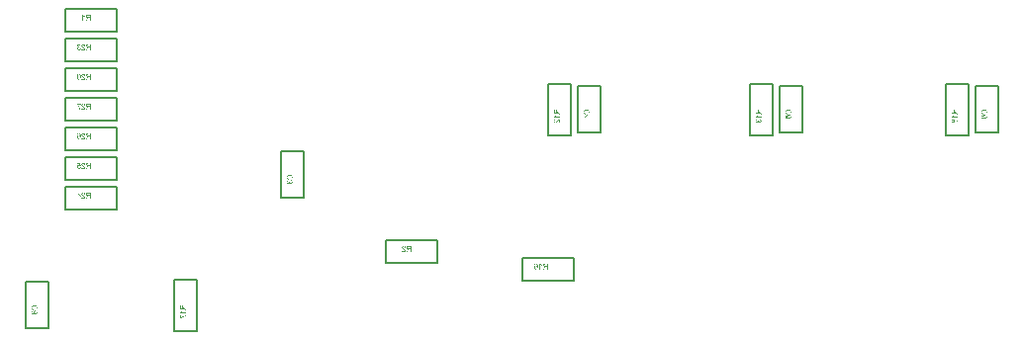
<source format=gbr>
G04*
G04 #@! TF.GenerationSoftware,Altium Limited,Altium Designer,24.1.2 (44)*
G04*
G04 Layer_Color=32896*
%FSLAX25Y25*%
%MOIN*%
G70*
G04*
G04 #@! TF.SameCoordinates,E3FF4B23-F407-445B-9987-FD0FFFC61A21*
G04*
G04*
G04 #@! TF.FilePolarity,Positive*
G04*
G01*
G75*
%ADD12C,0.00787*%
G36*
X517967Y373745D02*
X517116D01*
Y373418D01*
X517119Y373388D01*
Y373366D01*
X517122Y373346D01*
X517125Y373333D01*
Y373321D01*
X517128Y373316D01*
Y373313D01*
X517141Y373269D01*
X517150Y373249D01*
X517158Y373233D01*
X517166Y373216D01*
X517172Y373205D01*
X517175Y373200D01*
X517177Y373197D01*
X517194Y373175D01*
X517213Y373152D01*
X517255Y373111D01*
X517274Y373092D01*
X517291Y373078D01*
X517302Y373069D01*
X517305Y373067D01*
X517344Y373039D01*
X517385Y373008D01*
X517429Y372978D01*
X517471Y372948D01*
X517510Y372922D01*
X517540Y372903D01*
X517551Y372895D01*
X517560Y372889D01*
X517565Y372884D01*
X517568D01*
X517967Y372632D01*
Y372316D01*
X517446Y372645D01*
X517391Y372684D01*
X517341Y372720D01*
X517299Y372756D01*
X517261Y372787D01*
X517233Y372814D01*
X517211Y372837D01*
X517197Y372850D01*
X517191Y372856D01*
X517175Y372878D01*
X517155Y372903D01*
X517125Y372953D01*
X517114Y372975D01*
X517103Y372992D01*
X517097Y373003D01*
X517094Y373008D01*
X517086Y372958D01*
X517078Y372912D01*
X517064Y372870D01*
X517053Y372828D01*
X517039Y372792D01*
X517022Y372759D01*
X517008Y372729D01*
X516994Y372701D01*
X516978Y372679D01*
X516964Y372657D01*
X516953Y372640D01*
X516942Y372626D01*
X516934Y372615D01*
X516925Y372607D01*
X516923Y372604D01*
X516920Y372601D01*
X516892Y372579D01*
X516864Y372557D01*
X516806Y372524D01*
X516748Y372501D01*
X516693Y372485D01*
X516645Y372474D01*
X516626Y372471D01*
X516607D01*
X516593Y372468D01*
X516582D01*
X516576D01*
X516573D01*
X516515Y372471D01*
X516463Y372479D01*
X516413Y372493D01*
X516371Y372507D01*
X516335Y372524D01*
X516308Y372535D01*
X516291Y372546D01*
X516288Y372549D01*
X516285D01*
X516241Y372582D01*
X516202Y372615D01*
X516169Y372651D01*
X516144Y372684D01*
X516125Y372715D01*
X516114Y372740D01*
X516105Y372756D01*
X516103Y372759D01*
Y372762D01*
X516094Y372787D01*
X516086Y372817D01*
X516072Y372878D01*
X516064Y372945D01*
X516055Y373006D01*
X516053Y373064D01*
Y373089D01*
X516050Y373111D01*
Y374000D01*
X517967D01*
Y373745D01*
D02*
G37*
G36*
X516734Y371945D02*
X516715Y371903D01*
X516695Y371862D01*
X516676Y371823D01*
X516659Y371790D01*
X516645Y371762D01*
X516634Y371745D01*
X516632Y371743D01*
Y371740D01*
X516601Y371690D01*
X516571Y371646D01*
X516543Y371607D01*
X516518Y371576D01*
X516499Y371549D01*
X516482Y371532D01*
X516471Y371518D01*
X516468Y371515D01*
X517967D01*
Y371280D01*
X516042D01*
Y371432D01*
X516089Y371460D01*
X516133Y371490D01*
X516177Y371527D01*
X516216Y371560D01*
X516249Y371593D01*
X516277Y371618D01*
X516285Y371629D01*
X516294Y371637D01*
X516296Y371640D01*
X516299Y371643D01*
X516346Y371701D01*
X516391Y371759D01*
X516429Y371814D01*
X516460Y371870D01*
X516488Y371917D01*
X516499Y371936D01*
X516507Y371953D01*
X516515Y371967D01*
X516518Y371978D01*
X516524Y371984D01*
Y371986D01*
X516751D01*
X516734Y371945D01*
D02*
G37*
G36*
X517504Y370668D02*
X517546Y370659D01*
X517623Y370635D01*
X517690Y370604D01*
X517718Y370587D01*
X517745Y370571D01*
X517770Y370554D01*
X517790Y370538D01*
X517809Y370524D01*
X517823Y370510D01*
X517834Y370501D01*
X517842Y370493D01*
X517848Y370488D01*
X517850Y370485D01*
X517875Y370452D01*
X517900Y370418D01*
X517920Y370385D01*
X517936Y370349D01*
X517964Y370280D01*
X517981Y370214D01*
X517986Y370183D01*
X517992Y370155D01*
X517994Y370130D01*
X517997Y370108D01*
X518000Y370092D01*
Y370067D01*
X517997Y370014D01*
X517992Y369967D01*
X517983Y369920D01*
X517972Y369876D01*
X517958Y369834D01*
X517945Y369798D01*
X517928Y369762D01*
X517911Y369731D01*
X517898Y369701D01*
X517881Y369676D01*
X517867Y369654D01*
X517853Y369637D01*
X517842Y369623D01*
X517834Y369612D01*
X517828Y369607D01*
X517826Y369604D01*
X517792Y369571D01*
X517756Y369543D01*
X517720Y369518D01*
X517684Y369496D01*
X517651Y369479D01*
X517615Y369463D01*
X517549Y369441D01*
X517518Y369435D01*
X517490Y369430D01*
X517465Y369424D01*
X517443Y369421D01*
X517427Y369419D01*
X517413D01*
X517405D01*
X517402D01*
X517335Y369421D01*
X517274Y369432D01*
X517222Y369449D01*
X517177Y369466D01*
X517141Y369482D01*
X517114Y369499D01*
X517097Y369510D01*
X517092Y369513D01*
X517050Y369551D01*
X517014Y369593D01*
X516986Y369637D01*
X516964Y369682D01*
X516947Y369720D01*
X516936Y369751D01*
X516934Y369762D01*
X516931Y369770D01*
X516928Y369776D01*
Y369779D01*
X516903Y369731D01*
X516878Y369693D01*
X516851Y369659D01*
X516826Y369632D01*
X516803Y369610D01*
X516784Y369593D01*
X516773Y369585D01*
X516767Y369582D01*
X516729Y369560D01*
X516690Y369543D01*
X516651Y369529D01*
X516615Y369521D01*
X516585Y369515D01*
X516562Y369513D01*
X516546D01*
X516540D01*
X516493Y369515D01*
X516446Y369524D01*
X516404Y369535D01*
X516368Y369549D01*
X516338Y369563D01*
X516313Y369574D01*
X516299Y369582D01*
X516294Y369585D01*
X516252Y369612D01*
X516216Y369646D01*
X516186Y369679D01*
X516158Y369712D01*
X516139Y369740D01*
X516122Y369765D01*
X516114Y369781D01*
X516111Y369784D01*
Y369787D01*
X516089Y369837D01*
X516072Y369887D01*
X516058Y369936D01*
X516050Y369981D01*
X516044Y370017D01*
X516042Y370047D01*
Y370116D01*
X516047Y370155D01*
X516061Y370230D01*
X516083Y370294D01*
X516105Y370349D01*
X516119Y370374D01*
X516130Y370393D01*
X516141Y370413D01*
X516152Y370427D01*
X516161Y370438D01*
X516166Y370446D01*
X516169Y370452D01*
X516172Y370455D01*
X516224Y370507D01*
X516283Y370549D01*
X516344Y370582D01*
X516404Y370610D01*
X516457Y370626D01*
X516479Y370635D01*
X516499Y370640D01*
X516515Y370643D01*
X516526Y370646D01*
X516535Y370648D01*
X516538D01*
X516579Y370413D01*
X516518Y370402D01*
X516466Y370385D01*
X516421Y370366D01*
X516385Y370346D01*
X516357Y370327D01*
X516338Y370310D01*
X516324Y370299D01*
X516321Y370297D01*
X516294Y370261D01*
X516272Y370222D01*
X516258Y370186D01*
X516247Y370150D01*
X516241Y370116D01*
X516235Y370092D01*
Y370069D01*
X516238Y370020D01*
X516249Y369975D01*
X516263Y369936D01*
X516277Y369903D01*
X516294Y369878D01*
X516308Y369859D01*
X516319Y369845D01*
X516321Y369842D01*
X516355Y369812D01*
X516391Y369790D01*
X516427Y369776D01*
X516460Y369765D01*
X516490Y369759D01*
X516513Y369754D01*
X516529D01*
X516532D01*
X516535D01*
X516565D01*
X516593Y369759D01*
X516640Y369773D01*
X516681Y369792D01*
X516717Y369815D01*
X516743Y369837D01*
X516762Y369856D01*
X516773Y369870D01*
X516776Y369873D01*
Y369876D01*
X516801Y369923D01*
X516820Y369967D01*
X516834Y370014D01*
X516842Y370056D01*
X516848Y370092D01*
X516853Y370122D01*
Y370158D01*
X516851Y370169D01*
Y370183D01*
X517058Y370211D01*
X517050Y370175D01*
X517044Y370141D01*
X517039Y370114D01*
X517036Y370089D01*
X517033Y370069D01*
Y370044D01*
X517039Y369986D01*
X517050Y369934D01*
X517067Y369887D01*
X517086Y369848D01*
X517105Y369817D01*
X517122Y369795D01*
X517133Y369781D01*
X517139Y369776D01*
X517180Y369740D01*
X517224Y369712D01*
X517269Y369693D01*
X517313Y369682D01*
X517349Y369673D01*
X517380Y369671D01*
X517391Y369668D01*
X517399D01*
X517405D01*
X517407D01*
X517468Y369673D01*
X517524Y369687D01*
X517571Y369704D01*
X517612Y369726D01*
X517646Y369748D01*
X517670Y369765D01*
X517687Y369779D01*
X517693Y369784D01*
X517731Y369828D01*
X517759Y369876D01*
X517778Y369923D01*
X517792Y369967D01*
X517801Y370006D01*
X517803Y370036D01*
X517806Y370047D01*
Y370064D01*
X517803Y370114D01*
X517792Y370161D01*
X517778Y370202D01*
X517762Y370236D01*
X517748Y370263D01*
X517734Y370286D01*
X517723Y370297D01*
X517720Y370302D01*
X517682Y370335D01*
X517637Y370363D01*
X517590Y370388D01*
X517540Y370407D01*
X517499Y370421D01*
X517479Y370427D01*
X517463Y370429D01*
X517449Y370432D01*
X517438Y370435D01*
X517432Y370438D01*
X517429D01*
X517460Y370673D01*
X517504Y370668D01*
D02*
G37*
G36*
X359094Y351994D02*
X359191Y351983D01*
X359277Y351970D01*
X359319Y351958D01*
X359355Y351950D01*
X359388Y351942D01*
X359418Y351931D01*
X359446Y351922D01*
X359468Y351917D01*
X359485Y351909D01*
X359499Y351906D01*
X359507Y351900D01*
X359510D01*
X359593Y351859D01*
X359668Y351812D01*
X359731Y351762D01*
X359756Y351737D01*
X359781Y351715D01*
X359803Y351693D01*
X359823Y351670D01*
X359839Y351651D01*
X359851Y351634D01*
X359861Y351623D01*
X359870Y351612D01*
X359873Y351607D01*
X359875Y351604D01*
X359897Y351565D01*
X359917Y351526D01*
X359947Y351443D01*
X359970Y351360D01*
X359983Y351280D01*
X359989Y351241D01*
X359995Y351208D01*
X359997Y351177D01*
Y351152D01*
X360000Y351130D01*
Y351100D01*
X359997Y351044D01*
X359992Y350992D01*
X359986Y350942D01*
X359975Y350895D01*
X359961Y350851D01*
X359947Y350809D01*
X359934Y350770D01*
X359917Y350734D01*
X359903Y350704D01*
X359889Y350673D01*
X359875Y350651D01*
X359861Y350629D01*
X359851Y350615D01*
X359845Y350601D01*
X359839Y350596D01*
X359837Y350593D01*
X359803Y350554D01*
X359770Y350521D01*
X359731Y350490D01*
X359693Y350460D01*
X359615Y350410D01*
X359537Y350371D01*
X359501Y350355D01*
X359468Y350341D01*
X359438Y350330D01*
X359413Y350321D01*
X359391Y350313D01*
X359374Y350308D01*
X359363Y350305D01*
X359360D01*
X359296Y350560D01*
X359341Y350571D01*
X359382Y350585D01*
X359421Y350598D01*
X359457Y350612D01*
X359490Y350629D01*
X359518Y350645D01*
X359546Y350665D01*
X359571Y350681D01*
X359593Y350695D01*
X359610Y350712D01*
X359626Y350726D01*
X359640Y350737D01*
X359648Y350748D01*
X359657Y350756D01*
X359659Y350759D01*
X359662Y350762D01*
X359684Y350790D01*
X359701Y350820D01*
X359731Y350881D01*
X359753Y350939D01*
X359767Y350997D01*
X359778Y351047D01*
X359781Y351067D01*
Y351086D01*
X359784Y351103D01*
Y351122D01*
X359781Y351186D01*
X359770Y351247D01*
X359756Y351302D01*
X359740Y351352D01*
X359723Y351391D01*
X359715Y351407D01*
X359709Y351421D01*
X359704Y351432D01*
X359698Y351441D01*
X359695Y351446D01*
Y351449D01*
X359657Y351501D01*
X359615Y351546D01*
X359568Y351585D01*
X359524Y351615D01*
X359485Y351640D01*
X359452Y351657D01*
X359438Y351662D01*
X359429Y351668D01*
X359424Y351670D01*
X359421D01*
X359349Y351693D01*
X359277Y351709D01*
X359205Y351723D01*
X359139Y351731D01*
X359108Y351734D01*
X359080Y351737D01*
X359055D01*
X359036Y351740D01*
X359019D01*
X359006D01*
X358997D01*
X358995D01*
X358923Y351737D01*
X358856Y351731D01*
X358795Y351720D01*
X358740Y351709D01*
X358693Y351701D01*
X358673Y351695D01*
X358657Y351690D01*
X358643Y351687D01*
X358634Y351684D01*
X358629Y351681D01*
X358626D01*
X358562Y351654D01*
X358504Y351623D01*
X358457Y351590D01*
X358416Y351554D01*
X358382Y351524D01*
X358360Y351499D01*
X358346Y351479D01*
X358341Y351477D01*
Y351474D01*
X358305Y351416D01*
X358277Y351352D01*
X358258Y351291D01*
X358247Y351233D01*
X358238Y351180D01*
X358236Y351158D01*
Y351139D01*
X358233Y351125D01*
Y351103D01*
X358236Y351033D01*
X358247Y350970D01*
X358263Y350917D01*
X358280Y350870D01*
X358299Y350834D01*
X358313Y350806D01*
X358324Y350790D01*
X358330Y350784D01*
X358371Y350740D01*
X358418Y350698D01*
X358468Y350665D01*
X358518Y350637D01*
X358562Y350615D01*
X358585Y350607D01*
X358601Y350601D01*
X358615Y350596D01*
X358626Y350590D01*
X358632Y350587D01*
X358634D01*
X358576Y350338D01*
X358526Y350355D01*
X358482Y350371D01*
X358440Y350393D01*
X358399Y350413D01*
X358363Y350435D01*
X358330Y350460D01*
X358296Y350482D01*
X358269Y350504D01*
X358247Y350526D01*
X358225Y350546D01*
X358205Y350565D01*
X358191Y350579D01*
X358177Y350593D01*
X358169Y350604D01*
X358166Y350609D01*
X358163Y350612D01*
X358139Y350651D01*
X358114Y350690D01*
X358094Y350729D01*
X358078Y350770D01*
X358053Y350853D01*
X358036Y350928D01*
X358028Y350964D01*
X358025Y350994D01*
X358022Y351025D01*
X358019Y351050D01*
X358017Y351069D01*
Y351097D01*
X358022Y351188D01*
X358036Y351277D01*
X358053Y351355D01*
X358064Y351391D01*
X358075Y351424D01*
X358086Y351454D01*
X358097Y351482D01*
X358105Y351504D01*
X358114Y351526D01*
X358122Y351540D01*
X358127Y351551D01*
X358130Y351560D01*
X358133Y351562D01*
X358180Y351637D01*
X358236Y351701D01*
X358291Y351756D01*
X358346Y351803D01*
X358396Y351839D01*
X358418Y351853D01*
X358438Y351864D01*
X358452Y351875D01*
X358463Y351881D01*
X358471Y351884D01*
X358474Y351887D01*
X358560Y351925D01*
X358648Y351953D01*
X358737Y351972D01*
X358817Y351986D01*
X358853Y351992D01*
X358889Y351994D01*
X358917Y351997D01*
X358945D01*
X358964Y352000D01*
X358981D01*
X358992D01*
X358995D01*
X359094Y351994D01*
D02*
G37*
G36*
X359504Y350080D02*
X359546Y350072D01*
X359623Y350047D01*
X359690Y350017D01*
X359717Y350000D01*
X359745Y349984D01*
X359770Y349967D01*
X359789Y349950D01*
X359809Y349936D01*
X359823Y349923D01*
X359834Y349914D01*
X359842Y349906D01*
X359848Y349900D01*
X359851Y349898D01*
X359875Y349864D01*
X359900Y349831D01*
X359920Y349798D01*
X359936Y349762D01*
X359964Y349693D01*
X359981Y349626D01*
X359986Y349596D01*
X359992Y349568D01*
X359995Y349543D01*
X359997Y349521D01*
X360000Y349504D01*
Y349479D01*
X359997Y349427D01*
X359992Y349380D01*
X359983Y349332D01*
X359972Y349288D01*
X359959Y349247D01*
X359945Y349211D01*
X359928Y349175D01*
X359911Y349144D01*
X359897Y349114D01*
X359881Y349089D01*
X359867Y349067D01*
X359853Y349050D01*
X359842Y349036D01*
X359834Y349025D01*
X359828Y349020D01*
X359825Y349017D01*
X359792Y348984D01*
X359756Y348956D01*
X359720Y348931D01*
X359684Y348909D01*
X359651Y348892D01*
X359615Y348875D01*
X359548Y348853D01*
X359518Y348848D01*
X359490Y348842D01*
X359465Y348837D01*
X359443Y348834D01*
X359427Y348831D01*
X359413D01*
X359404D01*
X359402D01*
X359335Y348834D01*
X359274Y348845D01*
X359222Y348862D01*
X359177Y348878D01*
X359141Y348895D01*
X359114Y348911D01*
X359097Y348923D01*
X359091Y348925D01*
X359050Y348964D01*
X359014Y349006D01*
X358986Y349050D01*
X358964Y349094D01*
X358947Y349133D01*
X358936Y349164D01*
X358934Y349175D01*
X358931Y349183D01*
X358928Y349188D01*
Y349191D01*
X358903Y349144D01*
X358878Y349105D01*
X358851Y349072D01*
X358826Y349044D01*
X358803Y349022D01*
X358784Y349006D01*
X358773Y348997D01*
X358767Y348995D01*
X358729Y348972D01*
X358690Y348956D01*
X358651Y348942D01*
X358615Y348934D01*
X358585Y348928D01*
X358562Y348925D01*
X358546D01*
X358540D01*
X358493Y348928D01*
X358446Y348936D01*
X358404Y348948D01*
X358368Y348961D01*
X358338Y348975D01*
X358313Y348986D01*
X358299Y348995D01*
X358294Y348997D01*
X358252Y349025D01*
X358216Y349058D01*
X358186Y349092D01*
X358158Y349125D01*
X358139Y349152D01*
X358122Y349177D01*
X358114Y349194D01*
X358111Y349197D01*
Y349200D01*
X358089Y349249D01*
X358072Y349299D01*
X358058Y349349D01*
X358050Y349394D01*
X358044Y349429D01*
X358042Y349460D01*
Y349529D01*
X358047Y349568D01*
X358061Y349643D01*
X358083Y349707D01*
X358105Y349762D01*
X358119Y349787D01*
X358130Y349806D01*
X358141Y349826D01*
X358152Y349839D01*
X358161Y349851D01*
X358166Y349859D01*
X358169Y349864D01*
X358172Y349867D01*
X358225Y349920D01*
X358283Y349961D01*
X358344Y349995D01*
X358404Y350022D01*
X358457Y350039D01*
X358479Y350047D01*
X358499Y350053D01*
X358515Y350056D01*
X358526Y350058D01*
X358535Y350061D01*
X358538D01*
X358579Y349826D01*
X358518Y349815D01*
X358466Y349798D01*
X358421Y349779D01*
X358385Y349759D01*
X358357Y349740D01*
X358338Y349723D01*
X358324Y349712D01*
X358321Y349709D01*
X358294Y349673D01*
X358272Y349635D01*
X358258Y349599D01*
X358247Y349562D01*
X358241Y349529D01*
X358236Y349504D01*
Y349482D01*
X358238Y349432D01*
X358249Y349388D01*
X358263Y349349D01*
X358277Y349316D01*
X358294Y349291D01*
X358308Y349272D01*
X358319Y349258D01*
X358321Y349255D01*
X358355Y349224D01*
X358391Y349202D01*
X358427Y349188D01*
X358460Y349177D01*
X358490Y349172D01*
X358512Y349166D01*
X358529D01*
X358532D01*
X358535D01*
X358565D01*
X358593Y349172D01*
X358640Y349186D01*
X358682Y349205D01*
X358717Y349227D01*
X358742Y349249D01*
X358762Y349269D01*
X358773Y349283D01*
X358776Y349285D01*
Y349288D01*
X358801Y349335D01*
X358820Y349380D01*
X358834Y349427D01*
X358842Y349468D01*
X358848Y349504D01*
X358853Y349535D01*
Y349571D01*
X358851Y349582D01*
Y349596D01*
X359058Y349623D01*
X359050Y349587D01*
X359044Y349554D01*
X359039Y349526D01*
X359036Y349501D01*
X359033Y349482D01*
Y349457D01*
X359039Y349399D01*
X359050Y349346D01*
X359067Y349299D01*
X359086Y349260D01*
X359105Y349230D01*
X359122Y349208D01*
X359133Y349194D01*
X359139Y349188D01*
X359180Y349152D01*
X359224Y349125D01*
X359269Y349105D01*
X359313Y349094D01*
X359349Y349086D01*
X359380Y349083D01*
X359391Y349080D01*
X359399D01*
X359404D01*
X359407D01*
X359468Y349086D01*
X359524Y349100D01*
X359571Y349116D01*
X359612Y349139D01*
X359646Y349161D01*
X359670Y349177D01*
X359687Y349191D01*
X359693Y349197D01*
X359731Y349241D01*
X359759Y349288D01*
X359778Y349335D01*
X359792Y349380D01*
X359801Y349418D01*
X359803Y349449D01*
X359806Y349460D01*
Y349477D01*
X359803Y349526D01*
X359792Y349573D01*
X359778Y349615D01*
X359762Y349648D01*
X359748Y349676D01*
X359734Y349698D01*
X359723Y349709D01*
X359720Y349715D01*
X359682Y349748D01*
X359637Y349776D01*
X359590Y349801D01*
X359540Y349820D01*
X359499Y349834D01*
X359479Y349839D01*
X359463Y349842D01*
X359449Y349845D01*
X359438Y349848D01*
X359432Y349851D01*
X359429D01*
X359460Y350086D01*
X359504Y350080D01*
D02*
G37*
G36*
X273094Y307995D02*
X273191Y307983D01*
X273277Y307970D01*
X273319Y307959D01*
X273355Y307950D01*
X273388Y307942D01*
X273418Y307931D01*
X273446Y307923D01*
X273468Y307917D01*
X273485Y307909D01*
X273499Y307906D01*
X273507Y307900D01*
X273510D01*
X273593Y307859D01*
X273668Y307812D01*
X273731Y307762D01*
X273756Y307737D01*
X273781Y307715D01*
X273803Y307693D01*
X273823Y307670D01*
X273839Y307651D01*
X273850Y307634D01*
X273862Y307623D01*
X273870Y307612D01*
X273873Y307607D01*
X273875Y307604D01*
X273898Y307565D01*
X273917Y307526D01*
X273947Y307443D01*
X273970Y307360D01*
X273983Y307280D01*
X273989Y307241D01*
X273994Y307208D01*
X273997Y307177D01*
Y307152D01*
X274000Y307130D01*
Y307100D01*
X273997Y307044D01*
X273992Y306992D01*
X273986Y306942D01*
X273975Y306895D01*
X273961Y306851D01*
X273947Y306809D01*
X273934Y306770D01*
X273917Y306734D01*
X273903Y306704D01*
X273889Y306673D01*
X273875Y306651D01*
X273862Y306629D01*
X273850Y306615D01*
X273845Y306601D01*
X273839Y306596D01*
X273837Y306593D01*
X273803Y306554D01*
X273770Y306521D01*
X273731Y306490D01*
X273693Y306460D01*
X273615Y306410D01*
X273537Y306371D01*
X273501Y306355D01*
X273468Y306341D01*
X273438Y306330D01*
X273413Y306321D01*
X273391Y306313D01*
X273374Y306308D01*
X273363Y306305D01*
X273360D01*
X273296Y306560D01*
X273341Y306571D01*
X273382Y306585D01*
X273421Y306598D01*
X273457Y306612D01*
X273490Y306629D01*
X273518Y306645D01*
X273546Y306665D01*
X273571Y306681D01*
X273593Y306695D01*
X273609Y306712D01*
X273626Y306726D01*
X273640Y306737D01*
X273648Y306748D01*
X273657Y306756D01*
X273659Y306759D01*
X273662Y306762D01*
X273684Y306790D01*
X273701Y306820D01*
X273731Y306881D01*
X273753Y306939D01*
X273767Y306997D01*
X273778Y307047D01*
X273781Y307067D01*
Y307086D01*
X273784Y307103D01*
Y307122D01*
X273781Y307186D01*
X273770Y307247D01*
X273756Y307302D01*
X273740Y307352D01*
X273723Y307391D01*
X273715Y307407D01*
X273709Y307421D01*
X273704Y307432D01*
X273698Y307440D01*
X273695Y307446D01*
Y307449D01*
X273657Y307501D01*
X273615Y307546D01*
X273568Y307585D01*
X273524Y307615D01*
X273485Y307640D01*
X273452Y307657D01*
X273438Y307662D01*
X273429Y307668D01*
X273424Y307670D01*
X273421D01*
X273349Y307693D01*
X273277Y307709D01*
X273205Y307723D01*
X273139Y307731D01*
X273108Y307734D01*
X273080Y307737D01*
X273056D01*
X273036Y307740D01*
X273020D01*
X273006D01*
X272997D01*
X272994D01*
X272922Y307737D01*
X272856Y307731D01*
X272795Y307720D01*
X272740Y307709D01*
X272693Y307701D01*
X272673Y307695D01*
X272657Y307690D01*
X272643Y307687D01*
X272634Y307684D01*
X272629Y307681D01*
X272626D01*
X272562Y307654D01*
X272504Y307623D01*
X272457Y307590D01*
X272416Y307554D01*
X272382Y307524D01*
X272360Y307499D01*
X272346Y307479D01*
X272341Y307476D01*
Y307474D01*
X272305Y307416D01*
X272277Y307352D01*
X272258Y307291D01*
X272247Y307233D01*
X272238Y307180D01*
X272236Y307158D01*
Y307139D01*
X272233Y307125D01*
Y307103D01*
X272236Y307033D01*
X272247Y306970D01*
X272263Y306917D01*
X272280Y306870D01*
X272299Y306834D01*
X272313Y306806D01*
X272324Y306790D01*
X272330Y306784D01*
X272371Y306740D01*
X272418Y306698D01*
X272468Y306665D01*
X272518Y306637D01*
X272562Y306615D01*
X272585Y306607D01*
X272601Y306601D01*
X272615Y306596D01*
X272626Y306590D01*
X272632Y306587D01*
X272634D01*
X272576Y306338D01*
X272526Y306355D01*
X272482Y306371D01*
X272441Y306393D01*
X272399Y306413D01*
X272363Y306435D01*
X272330Y306460D01*
X272297Y306482D01*
X272269Y306504D01*
X272247Y306526D01*
X272224Y306546D01*
X272205Y306565D01*
X272191Y306579D01*
X272177Y306593D01*
X272169Y306604D01*
X272166Y306610D01*
X272164Y306612D01*
X272139Y306651D01*
X272114Y306690D01*
X272094Y306729D01*
X272078Y306770D01*
X272053Y306853D01*
X272036Y306928D01*
X272028Y306964D01*
X272025Y306995D01*
X272022Y307025D01*
X272020Y307050D01*
X272017Y307069D01*
Y307097D01*
X272022Y307188D01*
X272036Y307277D01*
X272053Y307355D01*
X272064Y307391D01*
X272075Y307424D01*
X272086Y307454D01*
X272097Y307482D01*
X272105Y307504D01*
X272114Y307526D01*
X272122Y307540D01*
X272128Y307551D01*
X272130Y307560D01*
X272133Y307562D01*
X272180Y307637D01*
X272236Y307701D01*
X272291Y307756D01*
X272346Y307803D01*
X272396Y307839D01*
X272418Y307853D01*
X272438Y307864D01*
X272452Y307875D01*
X272463Y307881D01*
X272471Y307884D01*
X272474Y307887D01*
X272560Y307925D01*
X272648Y307953D01*
X272737Y307972D01*
X272817Y307986D01*
X272853Y307992D01*
X272889Y307995D01*
X272917Y307997D01*
X272945D01*
X272964Y308000D01*
X272981D01*
X272992D01*
X272994D01*
X273094Y307995D01*
D02*
G37*
G36*
X273460Y306089D02*
X273504Y306083D01*
X273546Y306075D01*
X273587Y306064D01*
X273657Y306036D01*
X273690Y306022D01*
X273717Y306006D01*
X273745Y305989D01*
X273767Y305975D01*
X273787Y305959D01*
X273803Y305947D01*
X273817Y305936D01*
X273826Y305928D01*
X273831Y305923D01*
X273834Y305920D01*
X273864Y305887D01*
X273889Y305851D01*
X273911Y305812D01*
X273931Y305773D01*
X273945Y305737D01*
X273958Y305698D01*
X273978Y305623D01*
X273986Y305590D01*
X273992Y305560D01*
X273994Y305532D01*
X273997Y305507D01*
X274000Y305488D01*
Y305460D01*
X273997Y305407D01*
X273992Y305360D01*
X273983Y305313D01*
X273975Y305269D01*
X273961Y305230D01*
X273947Y305191D01*
X273934Y305155D01*
X273917Y305125D01*
X273900Y305097D01*
X273886Y305072D01*
X273873Y305053D01*
X273859Y305033D01*
X273850Y305019D01*
X273842Y305011D01*
X273837Y305006D01*
X273834Y305003D01*
X273801Y304972D01*
X273767Y304945D01*
X273734Y304923D01*
X273698Y304903D01*
X273665Y304884D01*
X273629Y304870D01*
X273565Y304851D01*
X273535Y304842D01*
X273507Y304837D01*
X273482Y304834D01*
X273463Y304831D01*
X273446Y304828D01*
X273432D01*
X273424D01*
X273421D01*
X273357Y304831D01*
X273299Y304842D01*
X273247Y304859D01*
X273202Y304875D01*
X273166Y304892D01*
X273139Y304909D01*
X273122Y304920D01*
X273119Y304923D01*
X273116D01*
X273072Y304961D01*
X273033Y305003D01*
X273003Y305047D01*
X272975Y305089D01*
X272956Y305128D01*
X272942Y305161D01*
X272936Y305172D01*
X272934Y305180D01*
X272931Y305186D01*
Y305188D01*
X272909Y305139D01*
X272884Y305097D01*
X272859Y305061D01*
X272834Y305031D01*
X272812Y305008D01*
X272795Y304992D01*
X272784Y304981D01*
X272779Y304978D01*
X272740Y304953D01*
X272701Y304936D01*
X272662Y304923D01*
X272623Y304914D01*
X272593Y304909D01*
X272568Y304906D01*
X272551D01*
X272549D01*
X272546D01*
X272507Y304909D01*
X272471Y304911D01*
X272402Y304931D01*
X272341Y304956D01*
X272288Y304983D01*
X272247Y305011D01*
X272230Y305025D01*
X272213Y305036D01*
X272202Y305047D01*
X272194Y305055D01*
X272191Y305058D01*
X272188Y305061D01*
X272164Y305092D01*
X272139Y305122D01*
X272119Y305155D01*
X272103Y305188D01*
X272078Y305255D01*
X272061Y305322D01*
X272053Y305349D01*
X272050Y305377D01*
X272047Y305402D01*
X272044Y305424D01*
X272042Y305441D01*
Y305466D01*
X272044Y305510D01*
X272047Y305554D01*
X272064Y305632D01*
X272075Y305668D01*
X272086Y305701D01*
X272100Y305731D01*
X272114Y305759D01*
X272128Y305781D01*
X272141Y305803D01*
X272152Y305823D01*
X272164Y305837D01*
X272172Y305848D01*
X272180Y305856D01*
X272183Y305862D01*
X272186Y305864D01*
X272213Y305889D01*
X272241Y305914D01*
X272272Y305934D01*
X272302Y305950D01*
X272360Y305978D01*
X272416Y305995D01*
X272463Y306006D01*
X272485Y306008D01*
X272501Y306011D01*
X272518Y306014D01*
X272529D01*
X272535D01*
X272537D01*
X272587Y306011D01*
X272634Y306003D01*
X272676Y305992D01*
X272712Y305978D01*
X272740Y305967D01*
X272762Y305956D01*
X272773Y305947D01*
X272779Y305945D01*
X272812Y305914D01*
X272842Y305881D01*
X272870Y305845D01*
X272892Y305809D01*
X272909Y305776D01*
X272920Y305751D01*
X272925Y305740D01*
X272928Y305731D01*
X272931Y305729D01*
Y305726D01*
X272950Y305790D01*
X272975Y305842D01*
X273006Y305889D01*
X273033Y305928D01*
X273061Y305959D01*
X273083Y305981D01*
X273097Y305992D01*
X273100Y305997D01*
X273103D01*
X273152Y306028D01*
X273205Y306053D01*
X273255Y306069D01*
X273305Y306080D01*
X273349Y306086D01*
X273369Y306089D01*
X273385D01*
X273396Y306091D01*
X273407D01*
X273413D01*
X273416D01*
X273460Y306089D01*
D02*
G37*
G36*
X324000Y307745D02*
X323150D01*
Y307418D01*
X323152Y307388D01*
Y307366D01*
X323155Y307346D01*
X323158Y307332D01*
Y307321D01*
X323161Y307316D01*
Y307313D01*
X323175Y307269D01*
X323183Y307249D01*
X323191Y307233D01*
X323200Y307216D01*
X323205Y307205D01*
X323208Y307200D01*
X323211Y307197D01*
X323227Y307175D01*
X323247Y307152D01*
X323288Y307111D01*
X323307Y307091D01*
X323324Y307078D01*
X323335Y307069D01*
X323338Y307067D01*
X323377Y307039D01*
X323418Y307008D01*
X323463Y306978D01*
X323504Y306947D01*
X323543Y306923D01*
X323573Y306903D01*
X323585Y306895D01*
X323593Y306889D01*
X323598Y306884D01*
X323601D01*
X324000Y306632D01*
Y306316D01*
X323479Y306645D01*
X323424Y306684D01*
X323374Y306720D01*
X323333Y306756D01*
X323294Y306787D01*
X323266Y306815D01*
X323244Y306837D01*
X323230Y306851D01*
X323224Y306856D01*
X323208Y306878D01*
X323188Y306903D01*
X323158Y306953D01*
X323147Y306975D01*
X323136Y306992D01*
X323130Y307003D01*
X323128Y307008D01*
X323119Y306959D01*
X323111Y306911D01*
X323097Y306870D01*
X323086Y306828D01*
X323072Y306792D01*
X323056Y306759D01*
X323042Y306729D01*
X323028Y306701D01*
X323011Y306679D01*
X322997Y306657D01*
X322986Y306640D01*
X322975Y306626D01*
X322967Y306615D01*
X322958Y306607D01*
X322956Y306604D01*
X322953Y306601D01*
X322925Y306579D01*
X322898Y306557D01*
X322839Y306524D01*
X322781Y306502D01*
X322726Y306485D01*
X322679Y306474D01*
X322659Y306471D01*
X322640D01*
X322626Y306468D01*
X322615D01*
X322609D01*
X322607D01*
X322549Y306471D01*
X322496Y306479D01*
X322446Y306493D01*
X322405Y306507D01*
X322369Y306524D01*
X322341Y306535D01*
X322324Y306546D01*
X322321Y306549D01*
X322319D01*
X322274Y306582D01*
X322236Y306615D01*
X322202Y306651D01*
X322177Y306684D01*
X322158Y306715D01*
X322147Y306740D01*
X322139Y306756D01*
X322136Y306759D01*
Y306762D01*
X322128Y306787D01*
X322119Y306817D01*
X322105Y306878D01*
X322097Y306945D01*
X322089Y307006D01*
X322086Y307064D01*
Y307089D01*
X322083Y307111D01*
Y308000D01*
X324000D01*
Y307745D01*
D02*
G37*
G36*
X322767Y305945D02*
X322748Y305903D01*
X322729Y305862D01*
X322709Y305823D01*
X322693Y305790D01*
X322679Y305762D01*
X322668Y305745D01*
X322665Y305743D01*
Y305740D01*
X322634Y305690D01*
X322604Y305646D01*
X322576Y305607D01*
X322551Y305576D01*
X322532Y305549D01*
X322515Y305532D01*
X322504Y305518D01*
X322501Y305515D01*
X324000D01*
Y305280D01*
X322075D01*
Y305432D01*
X322122Y305460D01*
X322166Y305490D01*
X322211Y305526D01*
X322249Y305560D01*
X322283Y305593D01*
X322310Y305618D01*
X322319Y305629D01*
X322327Y305637D01*
X322330Y305640D01*
X322333Y305643D01*
X322380Y305701D01*
X322424Y305759D01*
X322463Y305815D01*
X322493Y305870D01*
X322521Y305917D01*
X322532Y305936D01*
X322540Y305953D01*
X322549Y305967D01*
X322551Y305978D01*
X322557Y305983D01*
Y305986D01*
X322784D01*
X322767Y305945D01*
D02*
G37*
G36*
X322335Y303720D02*
X322416Y303787D01*
X322501Y303851D01*
X322585Y303906D01*
X322665Y303959D01*
X322701Y303981D01*
X322734Y304000D01*
X322765Y304020D01*
X322790Y304033D01*
X322812Y304045D01*
X322826Y304053D01*
X322837Y304058D01*
X322839Y304061D01*
X322950Y304117D01*
X323061Y304166D01*
X323166Y304208D01*
X323213Y304224D01*
X323260Y304241D01*
X323302Y304258D01*
X323341Y304269D01*
X323374Y304280D01*
X323402Y304288D01*
X323427Y304297D01*
X323443Y304302D01*
X323454Y304305D01*
X323457D01*
X323571Y304333D01*
X323626Y304344D01*
X323676Y304352D01*
X323723Y304360D01*
X323770Y304369D01*
X323809Y304374D01*
X323848Y304380D01*
X323881Y304382D01*
X323911Y304385D01*
X323939Y304388D01*
X323961D01*
X323978Y304391D01*
X323989D01*
X323997D01*
X324000D01*
Y304150D01*
X323895Y304141D01*
X323798Y304128D01*
X323709Y304114D01*
X323668Y304105D01*
X323629Y304097D01*
X323596Y304092D01*
X323565Y304083D01*
X323537Y304078D01*
X323515Y304072D01*
X323499Y304067D01*
X323485Y304064D01*
X323477Y304061D01*
X323474D01*
X323346Y304020D01*
X323227Y303975D01*
X323169Y303953D01*
X323114Y303931D01*
X323064Y303906D01*
X323014Y303884D01*
X322970Y303864D01*
X322931Y303845D01*
X322898Y303828D01*
X322867Y303815D01*
X322842Y303801D01*
X322826Y303792D01*
X322814Y303787D01*
X322812Y303784D01*
X322754Y303751D01*
X322695Y303718D01*
X322643Y303684D01*
X322593Y303651D01*
X322549Y303621D01*
X322504Y303590D01*
X322465Y303560D01*
X322432Y303535D01*
X322399Y303510D01*
X322371Y303488D01*
X322349Y303466D01*
X322330Y303449D01*
X322313Y303438D01*
X322302Y303427D01*
X322297Y303421D01*
X322294Y303418D01*
X322108D01*
Y304659D01*
X322335D01*
Y303720D01*
D02*
G37*
G36*
X443460Y321911D02*
X443490Y321867D01*
X443526Y321823D01*
X443560Y321784D01*
X443593Y321751D01*
X443618Y321723D01*
X443629Y321715D01*
X443637Y321706D01*
X443640Y321704D01*
X443643Y321701D01*
X443701Y321654D01*
X443759Y321609D01*
X443815Y321570D01*
X443870Y321540D01*
X443917Y321512D01*
X443936Y321501D01*
X443953Y321493D01*
X443967Y321485D01*
X443978Y321482D01*
X443984Y321476D01*
X443986D01*
Y321249D01*
X443945Y321266D01*
X443903Y321285D01*
X443862Y321305D01*
X443823Y321324D01*
X443790Y321341D01*
X443762Y321355D01*
X443745Y321366D01*
X443743Y321368D01*
X443740D01*
X443690Y321399D01*
X443646Y321429D01*
X443607Y321457D01*
X443576Y321482D01*
X443549Y321501D01*
X443532Y321518D01*
X443518Y321529D01*
X443515Y321532D01*
Y320033D01*
X443280D01*
Y321958D01*
X443432D01*
X443460Y321911D01*
D02*
G37*
G36*
X442053Y321956D02*
X442105Y321950D01*
X442155Y321939D01*
X442202Y321925D01*
X442244Y321906D01*
X442285Y321889D01*
X442321Y321867D01*
X442355Y321848D01*
X442382Y321828D01*
X442410Y321806D01*
X442432Y321789D01*
X442449Y321773D01*
X442463Y321756D01*
X442474Y321745D01*
X442479Y321740D01*
X442482Y321737D01*
X442518Y321687D01*
X442549Y321629D01*
X442576Y321568D01*
X442601Y321504D01*
X442621Y321438D01*
X442637Y321371D01*
X442651Y321302D01*
X442662Y321238D01*
X442670Y321174D01*
X442676Y321116D01*
X442682Y321064D01*
X442684Y321019D01*
Y320981D01*
X442687Y320953D01*
Y320942D01*
Y320933D01*
Y320931D01*
Y320928D01*
X442684Y320839D01*
X442679Y320756D01*
X442670Y320679D01*
X442657Y320607D01*
X442643Y320543D01*
X442629Y320485D01*
X442612Y320432D01*
X442593Y320385D01*
X442576Y320346D01*
X442560Y320310D01*
X442546Y320283D01*
X442529Y320258D01*
X442518Y320238D01*
X442510Y320227D01*
X442504Y320219D01*
X442501Y320216D01*
X442465Y320177D01*
X442427Y320144D01*
X442388Y320116D01*
X442349Y320091D01*
X442308Y320069D01*
X442269Y320053D01*
X442230Y320039D01*
X442191Y320028D01*
X442158Y320019D01*
X442125Y320011D01*
X442097Y320005D01*
X442072Y320003D01*
X442050D01*
X442036Y320000D01*
X442022D01*
X441959Y320003D01*
X441900Y320014D01*
X441848Y320025D01*
X441801Y320041D01*
X441765Y320055D01*
X441737Y320069D01*
X441726Y320072D01*
X441718Y320077D01*
X441715Y320080D01*
X441712D01*
X441665Y320113D01*
X441621Y320152D01*
X441585Y320191D01*
X441554Y320230D01*
X441529Y320266D01*
X441513Y320294D01*
X441507Y320305D01*
X441502Y320313D01*
X441499Y320316D01*
Y320319D01*
X441471Y320377D01*
X441452Y320438D01*
X441438Y320493D01*
X441430Y320546D01*
X441421Y320590D01*
Y320607D01*
X441419Y320623D01*
Y320637D01*
Y320645D01*
Y320651D01*
Y320654D01*
X441421Y320704D01*
X441427Y320751D01*
X441435Y320798D01*
X441443Y320839D01*
X441457Y320878D01*
X441471Y320917D01*
X441485Y320950D01*
X441502Y320981D01*
X441518Y321008D01*
X441532Y321033D01*
X441546Y321053D01*
X441560Y321072D01*
X441568Y321086D01*
X441576Y321094D01*
X441582Y321100D01*
X441585Y321102D01*
X441615Y321133D01*
X441648Y321161D01*
X441684Y321183D01*
X441718Y321202D01*
X441751Y321221D01*
X441784Y321235D01*
X441848Y321255D01*
X441876Y321263D01*
X441903Y321269D01*
X441925Y321271D01*
X441948Y321274D01*
X441964Y321277D01*
X441986D01*
X442036Y321274D01*
X442083Y321266D01*
X442128Y321257D01*
X442166Y321247D01*
X442200Y321233D01*
X442225Y321224D01*
X442241Y321216D01*
X442244Y321213D01*
X442247D01*
X442291Y321185D01*
X442330Y321155D01*
X442366Y321125D01*
X442393Y321091D01*
X442418Y321064D01*
X442438Y321041D01*
X442449Y321025D01*
X442452Y321022D01*
Y321072D01*
X442449Y321122D01*
X442446Y321166D01*
X442441Y321210D01*
X442438Y321249D01*
X442432Y321285D01*
X442427Y321319D01*
X442418Y321349D01*
X442413Y321377D01*
X442407Y321399D01*
X442402Y321418D01*
X442399Y321435D01*
X442393Y321446D01*
X442391Y321454D01*
X442388Y321460D01*
Y321462D01*
X442360Y321518D01*
X442333Y321568D01*
X442302Y321607D01*
X442274Y321640D01*
X442249Y321668D01*
X442230Y321687D01*
X442216Y321698D01*
X442211Y321701D01*
X442177Y321723D01*
X442144Y321737D01*
X442111Y321748D01*
X442078Y321756D01*
X442053Y321762D01*
X442031Y321764D01*
X442011D01*
X441961Y321759D01*
X441914Y321748D01*
X441876Y321731D01*
X441840Y321715D01*
X441812Y321695D01*
X441792Y321679D01*
X441781Y321668D01*
X441776Y321662D01*
X441756Y321637D01*
X441737Y321607D01*
X441720Y321573D01*
X441709Y321540D01*
X441698Y321510D01*
X441690Y321485D01*
X441687Y321468D01*
X441684Y321465D01*
Y321462D01*
X441449Y321482D01*
X441466Y321560D01*
X441491Y321629D01*
X441518Y321690D01*
X441549Y321740D01*
X441579Y321778D01*
X441590Y321795D01*
X441604Y321809D01*
X441612Y321817D01*
X441621Y321825D01*
X441623Y321828D01*
X441626Y321831D01*
X441654Y321853D01*
X441684Y321872D01*
X441745Y321906D01*
X441806Y321928D01*
X441864Y321942D01*
X441917Y321953D01*
X441939Y321956D01*
X441959D01*
X441975Y321958D01*
X441997D01*
X442053Y321956D01*
D02*
G37*
G36*
X446000Y320033D02*
X445745D01*
Y320884D01*
X445418D01*
X445388Y320881D01*
X445366D01*
X445346Y320878D01*
X445332Y320875D01*
X445321D01*
X445316Y320872D01*
X445313D01*
X445269Y320859D01*
X445249Y320850D01*
X445233Y320842D01*
X445216Y320834D01*
X445205Y320828D01*
X445199Y320825D01*
X445197Y320823D01*
X445175Y320806D01*
X445152Y320787D01*
X445111Y320745D01*
X445091Y320726D01*
X445078Y320709D01*
X445069Y320698D01*
X445067Y320695D01*
X445039Y320656D01*
X445008Y320615D01*
X444978Y320571D01*
X444947Y320529D01*
X444922Y320490D01*
X444903Y320460D01*
X444895Y320449D01*
X444889Y320440D01*
X444884Y320435D01*
Y320432D01*
X444632Y320033D01*
X444316D01*
X444646Y320554D01*
X444684Y320609D01*
X444720Y320659D01*
X444756Y320701D01*
X444787Y320740D01*
X444814Y320767D01*
X444837Y320789D01*
X444850Y320803D01*
X444856Y320809D01*
X444878Y320825D01*
X444903Y320845D01*
X444953Y320875D01*
X444975Y320886D01*
X444992Y320897D01*
X445003Y320903D01*
X445008Y320906D01*
X444958Y320914D01*
X444911Y320922D01*
X444870Y320936D01*
X444828Y320947D01*
X444792Y320961D01*
X444759Y320978D01*
X444729Y320992D01*
X444701Y321006D01*
X444679Y321022D01*
X444657Y321036D01*
X444640Y321047D01*
X444626Y321058D01*
X444615Y321066D01*
X444607Y321075D01*
X444604Y321077D01*
X444601Y321080D01*
X444579Y321108D01*
X444557Y321136D01*
X444524Y321194D01*
X444501Y321252D01*
X444485Y321307D01*
X444474Y321355D01*
X444471Y321374D01*
Y321393D01*
X444468Y321407D01*
Y321418D01*
Y321424D01*
Y321427D01*
X444471Y321485D01*
X444479Y321537D01*
X444493Y321587D01*
X444507Y321629D01*
X444524Y321665D01*
X444535Y321692D01*
X444546Y321709D01*
X444549Y321712D01*
Y321715D01*
X444582Y321759D01*
X444615Y321798D01*
X444651Y321831D01*
X444684Y321856D01*
X444715Y321875D01*
X444740Y321886D01*
X444756Y321895D01*
X444759Y321897D01*
X444762D01*
X444787Y321906D01*
X444817Y321914D01*
X444878Y321928D01*
X444945Y321936D01*
X445006Y321944D01*
X445064Y321947D01*
X445089D01*
X445111Y321950D01*
X446000D01*
Y320033D01*
D02*
G37*
G36*
X593094Y373994D02*
X593191Y373983D01*
X593277Y373970D01*
X593319Y373958D01*
X593355Y373950D01*
X593388Y373942D01*
X593418Y373931D01*
X593446Y373922D01*
X593468Y373917D01*
X593485Y373909D01*
X593499Y373906D01*
X593507Y373900D01*
X593510D01*
X593593Y373859D01*
X593668Y373812D01*
X593731Y373762D01*
X593756Y373737D01*
X593781Y373715D01*
X593803Y373693D01*
X593823Y373670D01*
X593839Y373651D01*
X593851Y373634D01*
X593861Y373623D01*
X593870Y373612D01*
X593873Y373607D01*
X593875Y373604D01*
X593897Y373565D01*
X593917Y373526D01*
X593947Y373443D01*
X593970Y373360D01*
X593983Y373280D01*
X593989Y373241D01*
X593995Y373208D01*
X593997Y373177D01*
Y373152D01*
X594000Y373130D01*
Y373100D01*
X593997Y373044D01*
X593992Y372992D01*
X593986Y372942D01*
X593975Y372895D01*
X593961Y372850D01*
X593947Y372809D01*
X593934Y372770D01*
X593917Y372734D01*
X593903Y372704D01*
X593889Y372673D01*
X593875Y372651D01*
X593861Y372629D01*
X593851Y372615D01*
X593845Y372601D01*
X593839Y372596D01*
X593837Y372593D01*
X593803Y372554D01*
X593770Y372521D01*
X593731Y372490D01*
X593693Y372460D01*
X593615Y372410D01*
X593537Y372371D01*
X593501Y372355D01*
X593468Y372341D01*
X593438Y372330D01*
X593413Y372321D01*
X593391Y372313D01*
X593374Y372308D01*
X593363Y372305D01*
X593360D01*
X593296Y372560D01*
X593341Y372571D01*
X593382Y372585D01*
X593421Y372598D01*
X593457Y372612D01*
X593490Y372629D01*
X593518Y372645D01*
X593546Y372665D01*
X593571Y372681D01*
X593593Y372695D01*
X593610Y372712D01*
X593626Y372726D01*
X593640Y372737D01*
X593648Y372748D01*
X593656Y372756D01*
X593659Y372759D01*
X593662Y372762D01*
X593684Y372790D01*
X593701Y372820D01*
X593731Y372881D01*
X593753Y372939D01*
X593767Y372997D01*
X593778Y373047D01*
X593781Y373067D01*
Y373086D01*
X593784Y373103D01*
Y373122D01*
X593781Y373186D01*
X593770Y373247D01*
X593756Y373302D01*
X593740Y373352D01*
X593723Y373391D01*
X593715Y373407D01*
X593709Y373421D01*
X593704Y373432D01*
X593698Y373441D01*
X593695Y373446D01*
Y373449D01*
X593656Y373501D01*
X593615Y373546D01*
X593568Y373585D01*
X593524Y373615D01*
X593485Y373640D01*
X593452Y373657D01*
X593438Y373662D01*
X593429Y373668D01*
X593424Y373670D01*
X593421D01*
X593349Y373693D01*
X593277Y373709D01*
X593205Y373723D01*
X593139Y373731D01*
X593108Y373734D01*
X593080Y373737D01*
X593055D01*
X593036Y373740D01*
X593019D01*
X593006D01*
X592997D01*
X592994D01*
X592922Y373737D01*
X592856Y373731D01*
X592795Y373720D01*
X592740Y373709D01*
X592693Y373701D01*
X592673Y373695D01*
X592657Y373690D01*
X592643Y373687D01*
X592634Y373684D01*
X592629Y373681D01*
X592626D01*
X592562Y373654D01*
X592504Y373623D01*
X592457Y373590D01*
X592416Y373554D01*
X592382Y373524D01*
X592360Y373499D01*
X592346Y373479D01*
X592341Y373477D01*
Y373474D01*
X592305Y373416D01*
X592277Y373352D01*
X592258Y373291D01*
X592247Y373233D01*
X592238Y373180D01*
X592236Y373158D01*
Y373139D01*
X592233Y373125D01*
Y373103D01*
X592236Y373033D01*
X592247Y372970D01*
X592263Y372917D01*
X592280Y372870D01*
X592299Y372834D01*
X592313Y372806D01*
X592324Y372790D01*
X592330Y372784D01*
X592371Y372740D01*
X592418Y372698D01*
X592468Y372665D01*
X592518Y372637D01*
X592562Y372615D01*
X592585Y372607D01*
X592601Y372601D01*
X592615Y372596D01*
X592626Y372590D01*
X592632Y372587D01*
X592634D01*
X592576Y372338D01*
X592526Y372355D01*
X592482Y372371D01*
X592441Y372393D01*
X592399Y372413D01*
X592363Y372435D01*
X592330Y372460D01*
X592297Y372482D01*
X592269Y372504D01*
X592247Y372526D01*
X592225Y372546D01*
X592205Y372565D01*
X592191Y372579D01*
X592177Y372593D01*
X592169Y372604D01*
X592166Y372609D01*
X592164Y372612D01*
X592139Y372651D01*
X592114Y372690D01*
X592094Y372729D01*
X592078Y372770D01*
X592053Y372853D01*
X592036Y372928D01*
X592028Y372964D01*
X592025Y372994D01*
X592022Y373025D01*
X592020Y373050D01*
X592017Y373069D01*
Y373097D01*
X592022Y373188D01*
X592036Y373277D01*
X592053Y373355D01*
X592064Y373391D01*
X592075Y373424D01*
X592086Y373454D01*
X592097Y373482D01*
X592105Y373504D01*
X592114Y373526D01*
X592122Y373540D01*
X592128Y373551D01*
X592130Y373560D01*
X592133Y373562D01*
X592180Y373637D01*
X592236Y373701D01*
X592291Y373756D01*
X592346Y373803D01*
X592396Y373839D01*
X592418Y373853D01*
X592438Y373864D01*
X592452Y373875D01*
X592463Y373881D01*
X592471Y373884D01*
X592474Y373886D01*
X592560Y373925D01*
X592648Y373953D01*
X592737Y373972D01*
X592817Y373986D01*
X592853Y373992D01*
X592889Y373994D01*
X592917Y373997D01*
X592945D01*
X592964Y374000D01*
X592981D01*
X592992D01*
X592994D01*
X593094Y373994D01*
D02*
G37*
G36*
X593161Y372097D02*
X593244Y372092D01*
X593321Y372083D01*
X593393Y372069D01*
X593457Y372056D01*
X593515Y372042D01*
X593568Y372025D01*
X593615Y372006D01*
X593654Y371989D01*
X593690Y371972D01*
X593717Y371959D01*
X593742Y371942D01*
X593762Y371931D01*
X593773Y371923D01*
X593781Y371917D01*
X593784Y371914D01*
X593823Y371878D01*
X593856Y371839D01*
X593884Y371801D01*
X593909Y371762D01*
X593931Y371720D01*
X593947Y371682D01*
X593961Y371643D01*
X593972Y371604D01*
X593981Y371571D01*
X593989Y371537D01*
X593995Y371510D01*
X593997Y371485D01*
Y371463D01*
X594000Y371449D01*
Y371435D01*
X593997Y371371D01*
X593986Y371313D01*
X593975Y371260D01*
X593959Y371213D01*
X593945Y371177D01*
X593931Y371150D01*
X593928Y371139D01*
X593923Y371130D01*
X593920Y371128D01*
Y371125D01*
X593887Y371078D01*
X593848Y371033D01*
X593809Y370997D01*
X593770Y370967D01*
X593734Y370942D01*
X593706Y370925D01*
X593695Y370920D01*
X593687Y370914D01*
X593684Y370912D01*
X593681D01*
X593623Y370884D01*
X593562Y370864D01*
X593507Y370851D01*
X593454Y370842D01*
X593410Y370834D01*
X593393D01*
X593377Y370831D01*
X593363D01*
X593355D01*
X593349D01*
X593346D01*
X593296Y370834D01*
X593249Y370840D01*
X593202Y370848D01*
X593161Y370856D01*
X593122Y370870D01*
X593083Y370884D01*
X593050Y370898D01*
X593019Y370914D01*
X592992Y370931D01*
X592967Y370945D01*
X592947Y370959D01*
X592928Y370972D01*
X592914Y370981D01*
X592906Y370989D01*
X592900Y370995D01*
X592898Y370997D01*
X592867Y371028D01*
X592839Y371061D01*
X592817Y371097D01*
X592798Y371130D01*
X592778Y371164D01*
X592765Y371197D01*
X592745Y371260D01*
X592737Y371288D01*
X592731Y371316D01*
X592729Y371338D01*
X592726Y371360D01*
X592723Y371377D01*
Y371399D01*
X592726Y371449D01*
X592734Y371496D01*
X592742Y371540D01*
X592754Y371579D01*
X592767Y371612D01*
X592776Y371637D01*
X592784Y371654D01*
X592787Y371657D01*
Y371659D01*
X592814Y371704D01*
X592845Y371743D01*
X592875Y371778D01*
X592909Y371806D01*
X592936Y371831D01*
X592958Y371850D01*
X592975Y371862D01*
X592978Y371864D01*
X592928D01*
X592878Y371862D01*
X592834Y371859D01*
X592790Y371853D01*
X592751Y371850D01*
X592715Y371845D01*
X592682Y371839D01*
X592651Y371831D01*
X592623Y371826D01*
X592601Y371820D01*
X592582Y371814D01*
X592565Y371812D01*
X592554Y371806D01*
X592546Y371803D01*
X592540Y371801D01*
X592537D01*
X592482Y371773D01*
X592432Y371745D01*
X592393Y371715D01*
X592360Y371687D01*
X592333Y371662D01*
X592313Y371643D01*
X592302Y371629D01*
X592299Y371623D01*
X592277Y371590D01*
X592263Y371557D01*
X592252Y371524D01*
X592244Y371490D01*
X592238Y371465D01*
X592236Y371443D01*
Y371424D01*
X592241Y371374D01*
X592252Y371327D01*
X592269Y371288D01*
X592285Y371252D01*
X592305Y371224D01*
X592321Y371205D01*
X592333Y371194D01*
X592338Y371188D01*
X592363Y371169D01*
X592393Y371150D01*
X592427Y371133D01*
X592460Y371122D01*
X592490Y371111D01*
X592515Y371103D01*
X592532Y371100D01*
X592535Y371097D01*
X592537D01*
X592518Y370862D01*
X592441Y370878D01*
X592371Y370903D01*
X592310Y370931D01*
X592261Y370961D01*
X592222Y370992D01*
X592205Y371003D01*
X592191Y371017D01*
X592183Y371025D01*
X592175Y371033D01*
X592172Y371036D01*
X592169Y371039D01*
X592147Y371067D01*
X592128Y371097D01*
X592094Y371158D01*
X592072Y371219D01*
X592058Y371277D01*
X592047Y371330D01*
X592044Y371352D01*
Y371371D01*
X592042Y371388D01*
Y371410D01*
X592044Y371465D01*
X592050Y371518D01*
X592061Y371568D01*
X592075Y371615D01*
X592094Y371657D01*
X592111Y371698D01*
X592133Y371734D01*
X592152Y371767D01*
X592172Y371795D01*
X592194Y371823D01*
X592211Y371845D01*
X592227Y371862D01*
X592244Y371876D01*
X592255Y371886D01*
X592261Y371892D01*
X592263Y371895D01*
X592313Y371931D01*
X592371Y371961D01*
X592432Y371989D01*
X592496Y372014D01*
X592562Y372033D01*
X592629Y372050D01*
X592698Y372064D01*
X592762Y372075D01*
X592826Y372083D01*
X592884Y372089D01*
X592936Y372094D01*
X592981Y372097D01*
X593019D01*
X593047Y372100D01*
X593058D01*
X593067D01*
X593069D01*
X593072D01*
X593161Y372097D01*
D02*
G37*
G36*
X527094Y373994D02*
X527191Y373983D01*
X527277Y373970D01*
X527319Y373958D01*
X527355Y373950D01*
X527388Y373942D01*
X527418Y373931D01*
X527446Y373922D01*
X527468Y373917D01*
X527485Y373909D01*
X527499Y373906D01*
X527507Y373900D01*
X527510D01*
X527593Y373859D01*
X527668Y373812D01*
X527731Y373762D01*
X527756Y373737D01*
X527781Y373715D01*
X527803Y373693D01*
X527823Y373670D01*
X527839Y373651D01*
X527850Y373634D01*
X527861Y373623D01*
X527870Y373612D01*
X527873Y373607D01*
X527875Y373604D01*
X527898Y373565D01*
X527917Y373526D01*
X527947Y373443D01*
X527970Y373360D01*
X527983Y373280D01*
X527989Y373241D01*
X527994Y373208D01*
X527997Y373177D01*
Y373152D01*
X528000Y373130D01*
Y373100D01*
X527997Y373044D01*
X527992Y372992D01*
X527986Y372942D01*
X527975Y372895D01*
X527961Y372850D01*
X527947Y372809D01*
X527934Y372770D01*
X527917Y372734D01*
X527903Y372704D01*
X527889Y372673D01*
X527875Y372651D01*
X527861Y372629D01*
X527850Y372615D01*
X527845Y372601D01*
X527839Y372596D01*
X527837Y372593D01*
X527803Y372554D01*
X527770Y372521D01*
X527731Y372490D01*
X527693Y372460D01*
X527615Y372410D01*
X527537Y372371D01*
X527501Y372355D01*
X527468Y372341D01*
X527438Y372330D01*
X527413Y372321D01*
X527391Y372313D01*
X527374Y372308D01*
X527363Y372305D01*
X527360D01*
X527296Y372560D01*
X527341Y372571D01*
X527382Y372585D01*
X527421Y372598D01*
X527457Y372612D01*
X527490Y372629D01*
X527518Y372645D01*
X527546Y372665D01*
X527571Y372681D01*
X527593Y372695D01*
X527609Y372712D01*
X527626Y372726D01*
X527640Y372737D01*
X527648Y372748D01*
X527657Y372756D01*
X527659Y372759D01*
X527662Y372762D01*
X527684Y372790D01*
X527701Y372820D01*
X527731Y372881D01*
X527753Y372939D01*
X527767Y372997D01*
X527778Y373047D01*
X527781Y373067D01*
Y373086D01*
X527784Y373103D01*
Y373122D01*
X527781Y373186D01*
X527770Y373247D01*
X527756Y373302D01*
X527740Y373352D01*
X527723Y373391D01*
X527715Y373407D01*
X527709Y373421D01*
X527704Y373432D01*
X527698Y373441D01*
X527695Y373446D01*
Y373449D01*
X527657Y373501D01*
X527615Y373546D01*
X527568Y373585D01*
X527524Y373615D01*
X527485Y373640D01*
X527452Y373657D01*
X527438Y373662D01*
X527429Y373668D01*
X527424Y373670D01*
X527421D01*
X527349Y373693D01*
X527277Y373709D01*
X527205Y373723D01*
X527139Y373731D01*
X527108Y373734D01*
X527080Y373737D01*
X527056D01*
X527036Y373740D01*
X527020D01*
X527006D01*
X526997D01*
X526995D01*
X526923Y373737D01*
X526856Y373731D01*
X526795Y373720D01*
X526740Y373709D01*
X526693Y373701D01*
X526673Y373695D01*
X526657Y373690D01*
X526643Y373687D01*
X526634Y373684D01*
X526629Y373681D01*
X526626D01*
X526562Y373654D01*
X526504Y373623D01*
X526457Y373590D01*
X526416Y373554D01*
X526382Y373524D01*
X526360Y373499D01*
X526346Y373479D01*
X526341Y373477D01*
Y373474D01*
X526305Y373416D01*
X526277Y373352D01*
X526258Y373291D01*
X526247Y373233D01*
X526238Y373180D01*
X526235Y373158D01*
Y373139D01*
X526233Y373125D01*
Y373103D01*
X526235Y373033D01*
X526247Y372970D01*
X526263Y372917D01*
X526280Y372870D01*
X526299Y372834D01*
X526313Y372806D01*
X526324Y372790D01*
X526330Y372784D01*
X526371Y372740D01*
X526418Y372698D01*
X526468Y372665D01*
X526518Y372637D01*
X526562Y372615D01*
X526585Y372607D01*
X526601Y372601D01*
X526615Y372596D01*
X526626Y372590D01*
X526632Y372587D01*
X526634D01*
X526576Y372338D01*
X526526Y372355D01*
X526482Y372371D01*
X526440Y372393D01*
X526399Y372413D01*
X526363Y372435D01*
X526330Y372460D01*
X526297Y372482D01*
X526269Y372504D01*
X526247Y372526D01*
X526225Y372546D01*
X526205Y372565D01*
X526191Y372579D01*
X526177Y372593D01*
X526169Y372604D01*
X526166Y372609D01*
X526163Y372612D01*
X526139Y372651D01*
X526114Y372690D01*
X526094Y372729D01*
X526078Y372770D01*
X526053Y372853D01*
X526036Y372928D01*
X526028Y372964D01*
X526025Y372994D01*
X526022Y373025D01*
X526019Y373050D01*
X526017Y373069D01*
Y373097D01*
X526022Y373188D01*
X526036Y373277D01*
X526053Y373355D01*
X526064Y373391D01*
X526075Y373424D01*
X526086Y373454D01*
X526097Y373482D01*
X526105Y373504D01*
X526114Y373526D01*
X526122Y373540D01*
X526127Y373551D01*
X526130Y373560D01*
X526133Y373562D01*
X526180Y373637D01*
X526235Y373701D01*
X526291Y373756D01*
X526346Y373803D01*
X526396Y373839D01*
X526418Y373853D01*
X526438Y373864D01*
X526452Y373875D01*
X526463Y373881D01*
X526471Y373884D01*
X526474Y373886D01*
X526560Y373925D01*
X526648Y373953D01*
X526737Y373972D01*
X526817Y373986D01*
X526853Y373992D01*
X526889Y373994D01*
X526917Y373997D01*
X526945D01*
X526964Y374000D01*
X526981D01*
X526992D01*
X526995D01*
X527094Y373994D01*
D02*
G37*
G36*
X527510Y372083D02*
X527551Y372075D01*
X527629Y372050D01*
X527695Y372020D01*
X527726Y372003D01*
X527751Y371986D01*
X527776Y371972D01*
X527798Y371956D01*
X527814Y371942D01*
X527828Y371928D01*
X527839Y371917D01*
X527850Y371912D01*
X527853Y371906D01*
X527856Y371903D01*
X527881Y371870D01*
X527903Y371837D01*
X527922Y371801D01*
X527939Y371765D01*
X527964Y371695D01*
X527981Y371626D01*
X527989Y371596D01*
X527992Y371565D01*
X527994Y371540D01*
X527997Y371518D01*
X528000Y371499D01*
Y371474D01*
X527997Y371416D01*
X527989Y371360D01*
X527978Y371308D01*
X527964Y371260D01*
X527945Y371216D01*
X527925Y371175D01*
X527906Y371136D01*
X527884Y371103D01*
X527861Y371072D01*
X527842Y371044D01*
X527820Y371022D01*
X527803Y371003D01*
X527789Y370989D01*
X527778Y370978D01*
X527770Y370972D01*
X527767Y370970D01*
X527731Y370942D01*
X527693Y370920D01*
X527657Y370898D01*
X527618Y370881D01*
X527543Y370853D01*
X527471Y370837D01*
X527441Y370831D01*
X527410Y370826D01*
X527385Y370823D01*
X527363Y370820D01*
X527344Y370817D01*
X527330D01*
X527321D01*
X527319D01*
X527269Y370820D01*
X527222Y370826D01*
X527175Y370834D01*
X527133Y370845D01*
X527094Y370859D01*
X527056Y370873D01*
X527022Y370889D01*
X526992Y370903D01*
X526964Y370920D01*
X526939Y370936D01*
X526920Y370950D01*
X526900Y370964D01*
X526887Y370975D01*
X526878Y370984D01*
X526873Y370989D01*
X526870Y370992D01*
X526839Y371025D01*
X526812Y371058D01*
X526790Y371094D01*
X526770Y371130D01*
X526751Y371166D01*
X526737Y371202D01*
X526718Y371269D01*
X526709Y371299D01*
X526704Y371327D01*
X526701Y371352D01*
X526698Y371374D01*
X526695Y371391D01*
Y371452D01*
X526701Y371485D01*
X526715Y371551D01*
X526734Y371612D01*
X526756Y371668D01*
X526779Y371712D01*
X526790Y371731D01*
X526798Y371748D01*
X526806Y371762D01*
X526812Y371770D01*
X526815Y371776D01*
X526817Y371778D01*
X526299Y371676D01*
Y370909D01*
X526075D01*
Y371862D01*
X527061Y372047D01*
X527092Y371826D01*
X527061Y371806D01*
X527036Y371781D01*
X527011Y371759D01*
X526992Y371737D01*
X526978Y371715D01*
X526964Y371698D01*
X526959Y371687D01*
X526956Y371684D01*
X526939Y371648D01*
X526925Y371612D01*
X526917Y371579D01*
X526909Y371546D01*
X526906Y371518D01*
X526903Y371496D01*
Y371443D01*
X526909Y371410D01*
X526923Y371352D01*
X526942Y371302D01*
X526961Y371258D01*
X526983Y371224D01*
X527003Y371200D01*
X527017Y371186D01*
X527020Y371180D01*
X527022D01*
X527069Y371141D01*
X527119Y371114D01*
X527172Y371094D01*
X527224Y371080D01*
X527269Y371072D01*
X527288Y371069D01*
X527305D01*
X527319Y371067D01*
X527330D01*
X527335D01*
X527338D01*
X527377D01*
X527413Y371072D01*
X527482Y371086D01*
X527540Y371105D01*
X527587Y371125D01*
X527626Y371147D01*
X527657Y371166D01*
X527665Y371175D01*
X527673Y371180D01*
X527676Y371183D01*
X527679Y371186D01*
X527701Y371208D01*
X527720Y371230D01*
X527753Y371280D01*
X527776Y371327D01*
X527789Y371374D01*
X527801Y371413D01*
X527803Y371446D01*
X527806Y371457D01*
Y371474D01*
X527803Y371526D01*
X527792Y371573D01*
X527778Y371615D01*
X527762Y371648D01*
X527745Y371679D01*
X527731Y371701D01*
X527720Y371712D01*
X527717Y371718D01*
X527679Y371751D01*
X527637Y371778D01*
X527590Y371801D01*
X527549Y371817D01*
X527507Y371828D01*
X527477Y371837D01*
X527463Y371839D01*
X527454Y371842D01*
X527449D01*
X527446D01*
X527465Y372089D01*
X527510Y372083D01*
D02*
G37*
G36*
X459094Y373994D02*
X459191Y373983D01*
X459277Y373970D01*
X459319Y373958D01*
X459355Y373950D01*
X459388Y373942D01*
X459418Y373931D01*
X459446Y373922D01*
X459468Y373917D01*
X459485Y373909D01*
X459499Y373906D01*
X459507Y373900D01*
X459510D01*
X459593Y373859D01*
X459668Y373812D01*
X459731Y373762D01*
X459756Y373737D01*
X459781Y373715D01*
X459803Y373693D01*
X459823Y373670D01*
X459839Y373651D01*
X459851Y373634D01*
X459862Y373623D01*
X459870Y373612D01*
X459873Y373607D01*
X459875Y373604D01*
X459898Y373565D01*
X459917Y373526D01*
X459947Y373443D01*
X459970Y373360D01*
X459983Y373280D01*
X459989Y373241D01*
X459995Y373208D01*
X459997Y373177D01*
Y373152D01*
X460000Y373130D01*
Y373100D01*
X459997Y373044D01*
X459992Y372992D01*
X459986Y372942D01*
X459975Y372895D01*
X459961Y372850D01*
X459947Y372809D01*
X459934Y372770D01*
X459917Y372734D01*
X459903Y372704D01*
X459889Y372673D01*
X459875Y372651D01*
X459862Y372629D01*
X459851Y372615D01*
X459845Y372601D01*
X459839Y372596D01*
X459837Y372593D01*
X459803Y372554D01*
X459770Y372521D01*
X459731Y372490D01*
X459693Y372460D01*
X459615Y372410D01*
X459537Y372371D01*
X459501Y372355D01*
X459468Y372341D01*
X459438Y372330D01*
X459413Y372321D01*
X459391Y372313D01*
X459374Y372308D01*
X459363Y372305D01*
X459360D01*
X459297Y372560D01*
X459341Y372571D01*
X459382Y372585D01*
X459421Y372598D01*
X459457Y372612D01*
X459490Y372629D01*
X459518Y372645D01*
X459546Y372665D01*
X459571Y372681D01*
X459593Y372695D01*
X459610Y372712D01*
X459626Y372726D01*
X459640Y372737D01*
X459648Y372748D01*
X459657Y372756D01*
X459659Y372759D01*
X459662Y372762D01*
X459684Y372790D01*
X459701Y372820D01*
X459731Y372881D01*
X459754Y372939D01*
X459767Y372997D01*
X459778Y373047D01*
X459781Y373067D01*
Y373086D01*
X459784Y373103D01*
Y373122D01*
X459781Y373186D01*
X459770Y373247D01*
X459756Y373302D01*
X459740Y373352D01*
X459723Y373391D01*
X459715Y373407D01*
X459709Y373421D01*
X459704Y373432D01*
X459698Y373441D01*
X459695Y373446D01*
Y373449D01*
X459657Y373501D01*
X459615Y373546D01*
X459568Y373585D01*
X459524Y373615D01*
X459485Y373640D01*
X459452Y373657D01*
X459438Y373662D01*
X459429Y373668D01*
X459424Y373670D01*
X459421D01*
X459349Y373693D01*
X459277Y373709D01*
X459205Y373723D01*
X459139Y373731D01*
X459108Y373734D01*
X459080Y373737D01*
X459056D01*
X459036Y373740D01*
X459020D01*
X459006D01*
X458997D01*
X458994D01*
X458922Y373737D01*
X458856Y373731D01*
X458795Y373720D01*
X458740Y373709D01*
X458693Y373701D01*
X458673Y373695D01*
X458657Y373690D01*
X458643Y373687D01*
X458634Y373684D01*
X458629Y373681D01*
X458626D01*
X458562Y373654D01*
X458504Y373623D01*
X458457Y373590D01*
X458416Y373554D01*
X458382Y373524D01*
X458360Y373499D01*
X458346Y373479D01*
X458341Y373477D01*
Y373474D01*
X458305Y373416D01*
X458277Y373352D01*
X458258Y373291D01*
X458247Y373233D01*
X458238Y373180D01*
X458236Y373158D01*
Y373139D01*
X458233Y373125D01*
Y373103D01*
X458236Y373033D01*
X458247Y372970D01*
X458263Y372917D01*
X458280Y372870D01*
X458299Y372834D01*
X458313Y372806D01*
X458324Y372790D01*
X458330Y372784D01*
X458371Y372740D01*
X458418Y372698D01*
X458468Y372665D01*
X458518Y372637D01*
X458562Y372615D01*
X458585Y372607D01*
X458601Y372601D01*
X458615Y372596D01*
X458626Y372590D01*
X458632Y372587D01*
X458634D01*
X458576Y372338D01*
X458526Y372355D01*
X458482Y372371D01*
X458440Y372393D01*
X458399Y372413D01*
X458363Y372435D01*
X458330Y372460D01*
X458296Y372482D01*
X458269Y372504D01*
X458247Y372526D01*
X458224Y372546D01*
X458205Y372565D01*
X458191Y372579D01*
X458177Y372593D01*
X458169Y372604D01*
X458166Y372609D01*
X458163Y372612D01*
X458139Y372651D01*
X458114Y372690D01*
X458094Y372729D01*
X458078Y372770D01*
X458053Y372853D01*
X458036Y372928D01*
X458028Y372964D01*
X458025Y372994D01*
X458022Y373025D01*
X458019Y373050D01*
X458017Y373069D01*
Y373097D01*
X458022Y373188D01*
X458036Y373277D01*
X458053Y373355D01*
X458064Y373391D01*
X458075Y373424D01*
X458086Y373454D01*
X458097Y373482D01*
X458105Y373504D01*
X458114Y373526D01*
X458122Y373540D01*
X458127Y373551D01*
X458130Y373560D01*
X458133Y373562D01*
X458180Y373637D01*
X458236Y373701D01*
X458291Y373756D01*
X458346Y373803D01*
X458396Y373839D01*
X458418Y373853D01*
X458438Y373864D01*
X458452Y373875D01*
X458463Y373881D01*
X458471Y373884D01*
X458474Y373886D01*
X458560Y373925D01*
X458648Y373953D01*
X458737Y373972D01*
X458817Y373986D01*
X458853Y373992D01*
X458889Y373994D01*
X458917Y373997D01*
X458945D01*
X458964Y374000D01*
X458981D01*
X458992D01*
X458994D01*
X459094Y373994D01*
D02*
G37*
G36*
X459507Y371335D02*
X459967D01*
Y371100D01*
X459507D01*
Y370840D01*
X459291D01*
Y371100D01*
X458050D01*
Y371291D01*
X459291Y372169D01*
X459507D01*
Y371335D01*
D02*
G37*
G36*
X583967Y373745D02*
X583116D01*
Y373418D01*
X583119Y373388D01*
Y373366D01*
X583122Y373346D01*
X583125Y373333D01*
Y373321D01*
X583127Y373316D01*
Y373313D01*
X583141Y373269D01*
X583150Y373249D01*
X583158Y373233D01*
X583166Y373216D01*
X583172Y373205D01*
X583175Y373200D01*
X583177Y373197D01*
X583194Y373175D01*
X583213Y373152D01*
X583255Y373111D01*
X583274Y373092D01*
X583291Y373078D01*
X583302Y373069D01*
X583305Y373067D01*
X583344Y373039D01*
X583385Y373008D01*
X583429Y372978D01*
X583471Y372947D01*
X583510Y372922D01*
X583540Y372903D01*
X583551Y372895D01*
X583560Y372889D01*
X583565Y372884D01*
X583568D01*
X583967Y372632D01*
Y372316D01*
X583446Y372645D01*
X583391Y372684D01*
X583341Y372720D01*
X583299Y372756D01*
X583260Y372787D01*
X583233Y372814D01*
X583211Y372837D01*
X583197Y372850D01*
X583191Y372856D01*
X583175Y372878D01*
X583155Y372903D01*
X583125Y372953D01*
X583114Y372975D01*
X583103Y372992D01*
X583097Y373003D01*
X583094Y373008D01*
X583086Y372958D01*
X583078Y372911D01*
X583064Y372870D01*
X583053Y372828D01*
X583039Y372792D01*
X583022Y372759D01*
X583008Y372729D01*
X582995Y372701D01*
X582978Y372679D01*
X582964Y372657D01*
X582953Y372640D01*
X582942Y372626D01*
X582934Y372615D01*
X582925Y372607D01*
X582923Y372604D01*
X582920Y372601D01*
X582892Y372579D01*
X582864Y372557D01*
X582806Y372524D01*
X582748Y372501D01*
X582693Y372485D01*
X582646Y372474D01*
X582626Y372471D01*
X582607D01*
X582593Y372468D01*
X582582D01*
X582576D01*
X582574D01*
X582515Y372471D01*
X582463Y372479D01*
X582413Y372493D01*
X582371Y372507D01*
X582335Y372524D01*
X582308Y372535D01*
X582291Y372546D01*
X582288Y372549D01*
X582285D01*
X582241Y372582D01*
X582202Y372615D01*
X582169Y372651D01*
X582144Y372684D01*
X582125Y372715D01*
X582114Y372740D01*
X582105Y372756D01*
X582103Y372759D01*
Y372762D01*
X582094Y372787D01*
X582086Y372817D01*
X582072Y372878D01*
X582064Y372945D01*
X582056Y373006D01*
X582053Y373064D01*
Y373089D01*
X582050Y373111D01*
Y374000D01*
X583967D01*
Y373745D01*
D02*
G37*
G36*
X582734Y371945D02*
X582715Y371903D01*
X582695Y371862D01*
X582676Y371823D01*
X582659Y371790D01*
X582646Y371762D01*
X582634Y371745D01*
X582632Y371743D01*
Y371740D01*
X582601Y371690D01*
X582571Y371646D01*
X582543Y371607D01*
X582518Y371576D01*
X582499Y371549D01*
X582482Y371532D01*
X582471Y371518D01*
X582468Y371515D01*
X583967D01*
Y371280D01*
X582042D01*
Y371432D01*
X582089Y371460D01*
X582133Y371490D01*
X582177Y371526D01*
X582216Y371560D01*
X582249Y371593D01*
X582277Y371618D01*
X582285Y371629D01*
X582294Y371637D01*
X582297Y371640D01*
X582299Y371643D01*
X582346Y371701D01*
X582391Y371759D01*
X582430Y371814D01*
X582460Y371870D01*
X582488Y371917D01*
X582499Y371936D01*
X582507Y371953D01*
X582515Y371967D01*
X582518Y371978D01*
X582524Y371984D01*
Y371986D01*
X582751D01*
X582734Y371945D01*
D02*
G37*
G36*
X583460Y370676D02*
X583504Y370671D01*
X583546Y370662D01*
X583587Y370651D01*
X583657Y370623D01*
X583690Y370610D01*
X583717Y370593D01*
X583745Y370576D01*
X583767Y370563D01*
X583787Y370546D01*
X583803Y370535D01*
X583817Y370524D01*
X583825Y370515D01*
X583831Y370510D01*
X583834Y370507D01*
X583864Y370474D01*
X583889Y370438D01*
X583911Y370399D01*
X583931Y370360D01*
X583945Y370324D01*
X583958Y370286D01*
X583978Y370211D01*
X583986Y370177D01*
X583992Y370147D01*
X583994Y370119D01*
X583997Y370094D01*
X584000Y370075D01*
Y370047D01*
X583997Y369995D01*
X583992Y369948D01*
X583983Y369900D01*
X583975Y369856D01*
X583961Y369817D01*
X583947Y369779D01*
X583934Y369743D01*
X583917Y369712D01*
X583900Y369684D01*
X583886Y369659D01*
X583873Y369640D01*
X583859Y369621D01*
X583850Y369607D01*
X583842Y369599D01*
X583837Y369593D01*
X583834Y369590D01*
X583801Y369560D01*
X583767Y369532D01*
X583734Y369510D01*
X583698Y369491D01*
X583665Y369471D01*
X583629Y369457D01*
X583565Y369438D01*
X583535Y369430D01*
X583507Y369424D01*
X583482Y369421D01*
X583463Y369419D01*
X583446Y369416D01*
X583432D01*
X583424D01*
X583421D01*
X583357Y369419D01*
X583299Y369430D01*
X583247Y369446D01*
X583202Y369463D01*
X583166Y369479D01*
X583139Y369496D01*
X583122Y369507D01*
X583119Y369510D01*
X583116D01*
X583072Y369549D01*
X583033Y369590D01*
X583003Y369635D01*
X582975Y369676D01*
X582956Y369715D01*
X582942Y369748D01*
X582936Y369759D01*
X582934Y369767D01*
X582931Y369773D01*
Y369776D01*
X582909Y369726D01*
X582884Y369684D01*
X582859Y369648D01*
X582834Y369618D01*
X582812Y369596D01*
X582795Y369579D01*
X582784Y369568D01*
X582779Y369565D01*
X582740Y369540D01*
X582701Y369524D01*
X582662Y369510D01*
X582623Y369502D01*
X582593Y369496D01*
X582568Y369493D01*
X582551D01*
X582549D01*
X582546D01*
X582507Y369496D01*
X582471Y369499D01*
X582402Y369518D01*
X582341Y369543D01*
X582288Y369571D01*
X582247Y369599D01*
X582230Y369612D01*
X582213Y369623D01*
X582202Y369635D01*
X582194Y369643D01*
X582191Y369646D01*
X582189Y369648D01*
X582163Y369679D01*
X582139Y369709D01*
X582119Y369743D01*
X582103Y369776D01*
X582078Y369842D01*
X582061Y369909D01*
X582053Y369936D01*
X582050Y369964D01*
X582047Y369989D01*
X582044Y370011D01*
X582042Y370028D01*
Y370053D01*
X582044Y370097D01*
X582047Y370141D01*
X582064Y370219D01*
X582075Y370255D01*
X582086Y370288D01*
X582100Y370319D01*
X582114Y370346D01*
X582128Y370369D01*
X582141Y370391D01*
X582153Y370410D01*
X582163Y370424D01*
X582172Y370435D01*
X582180Y370443D01*
X582183Y370449D01*
X582186Y370452D01*
X582213Y370477D01*
X582241Y370501D01*
X582272Y370521D01*
X582302Y370538D01*
X582360Y370565D01*
X582416Y370582D01*
X582463Y370593D01*
X582485Y370596D01*
X582502Y370599D01*
X582518Y370601D01*
X582529D01*
X582535D01*
X582538D01*
X582587Y370599D01*
X582634Y370590D01*
X582676Y370579D01*
X582712Y370565D01*
X582740Y370554D01*
X582762Y370543D01*
X582773Y370535D01*
X582779Y370532D01*
X582812Y370501D01*
X582842Y370468D01*
X582870Y370432D01*
X582892Y370396D01*
X582909Y370363D01*
X582920Y370338D01*
X582925Y370327D01*
X582928Y370319D01*
X582931Y370316D01*
Y370313D01*
X582950Y370377D01*
X582975Y370429D01*
X583006Y370477D01*
X583033Y370515D01*
X583061Y370546D01*
X583083Y370568D01*
X583097Y370579D01*
X583100Y370585D01*
X583103D01*
X583152Y370615D01*
X583205Y370640D01*
X583255Y370657D01*
X583305Y370668D01*
X583349Y370673D01*
X583368Y370676D01*
X583385D01*
X583396Y370679D01*
X583407D01*
X583413D01*
X583416D01*
X583460Y370676D01*
D02*
G37*
G36*
X450000Y373745D02*
X449150D01*
Y373418D01*
X449152Y373388D01*
Y373366D01*
X449155Y373346D01*
X449158Y373333D01*
Y373321D01*
X449161Y373316D01*
Y373313D01*
X449175Y373269D01*
X449183Y373249D01*
X449191Y373233D01*
X449199Y373216D01*
X449205Y373205D01*
X449208Y373200D01*
X449211Y373197D01*
X449227Y373175D01*
X449247Y373152D01*
X449288Y373111D01*
X449307Y373092D01*
X449324Y373078D01*
X449335Y373069D01*
X449338Y373067D01*
X449377Y373039D01*
X449418Y373008D01*
X449463Y372978D01*
X449504Y372947D01*
X449543Y372922D01*
X449574Y372903D01*
X449585Y372895D01*
X449593Y372889D01*
X449598Y372884D01*
X449601D01*
X450000Y372632D01*
Y372316D01*
X449479Y372645D01*
X449424Y372684D01*
X449374Y372720D01*
X449333Y372756D01*
X449294Y372787D01*
X449266Y372814D01*
X449244Y372837D01*
X449230Y372850D01*
X449224Y372856D01*
X449208Y372878D01*
X449188Y372903D01*
X449158Y372953D01*
X449147Y372975D01*
X449136Y372992D01*
X449130Y373003D01*
X449127Y373008D01*
X449119Y372958D01*
X449111Y372911D01*
X449097Y372870D01*
X449086Y372828D01*
X449072Y372792D01*
X449055Y372759D01*
X449042Y372729D01*
X449028Y372701D01*
X449011Y372679D01*
X448997Y372657D01*
X448986Y372640D01*
X448975Y372626D01*
X448967Y372615D01*
X448958Y372607D01*
X448956Y372604D01*
X448953Y372601D01*
X448925Y372579D01*
X448898Y372557D01*
X448839Y372524D01*
X448781Y372501D01*
X448726Y372485D01*
X448679Y372474D01*
X448659Y372471D01*
X448640D01*
X448626Y372468D01*
X448615D01*
X448609D01*
X448607D01*
X448549Y372471D01*
X448496Y372479D01*
X448446Y372493D01*
X448405Y372507D01*
X448369Y372524D01*
X448341Y372535D01*
X448324Y372546D01*
X448321Y372549D01*
X448319D01*
X448274Y372582D01*
X448236Y372615D01*
X448202Y372651D01*
X448177Y372684D01*
X448158Y372715D01*
X448147Y372740D01*
X448139Y372756D01*
X448136Y372759D01*
Y372762D01*
X448128Y372787D01*
X448119Y372817D01*
X448105Y372878D01*
X448097Y372945D01*
X448089Y373006D01*
X448086Y373064D01*
Y373089D01*
X448083Y373111D01*
Y374000D01*
X450000D01*
Y373745D01*
D02*
G37*
G36*
X448767Y371945D02*
X448748Y371903D01*
X448729Y371862D01*
X448709Y371823D01*
X448693Y371790D01*
X448679Y371762D01*
X448668Y371745D01*
X448665Y371743D01*
Y371740D01*
X448634Y371690D01*
X448604Y371646D01*
X448576Y371607D01*
X448551Y371576D01*
X448532Y371549D01*
X448515Y371532D01*
X448504Y371518D01*
X448501Y371515D01*
X450000D01*
Y371280D01*
X448075D01*
Y371432D01*
X448122Y371460D01*
X448166Y371490D01*
X448211Y371526D01*
X448249Y371560D01*
X448283Y371593D01*
X448310Y371618D01*
X448319Y371629D01*
X448327Y371637D01*
X448330Y371640D01*
X448333Y371643D01*
X448380Y371701D01*
X448424Y371759D01*
X448463Y371814D01*
X448493Y371870D01*
X448521Y371917D01*
X448532Y371936D01*
X448540Y371953D01*
X448549Y371967D01*
X448551Y371978D01*
X448557Y371984D01*
Y371986D01*
X448784D01*
X448767Y371945D01*
D02*
G37*
G36*
X450000Y369438D02*
X449773D01*
Y370382D01*
X449726Y370349D01*
X449706Y370333D01*
X449687Y370319D01*
X449670Y370305D01*
X449659Y370294D01*
X449651Y370286D01*
X449648Y370283D01*
X449634Y370269D01*
X449621Y370252D01*
X449585Y370214D01*
X449543Y370169D01*
X449502Y370122D01*
X449465Y370078D01*
X449449Y370058D01*
X449432Y370042D01*
X449421Y370028D01*
X449413Y370017D01*
X449407Y370011D01*
X449404Y370008D01*
X449366Y369964D01*
X449330Y369920D01*
X449294Y369881D01*
X449263Y369845D01*
X449233Y369812D01*
X449205Y369784D01*
X449180Y369756D01*
X449158Y369734D01*
X449136Y369712D01*
X449119Y369695D01*
X449105Y369682D01*
X449091Y369668D01*
X449075Y369654D01*
X449069Y369648D01*
X449022Y369610D01*
X448981Y369576D01*
X448939Y369549D01*
X448906Y369527D01*
X448875Y369510D01*
X448853Y369499D01*
X448839Y369493D01*
X448834Y369491D01*
X448792Y369474D01*
X448751Y369463D01*
X448712Y369452D01*
X448679Y369446D01*
X448648Y369443D01*
X448626Y369441D01*
X448612D01*
X448607D01*
X448565Y369443D01*
X448526Y369449D01*
X448488Y369455D01*
X448454Y369466D01*
X448388Y369493D01*
X448335Y369521D01*
X448310Y369538D01*
X448291Y369551D01*
X448272Y369565D01*
X448258Y369579D01*
X448247Y369590D01*
X448236Y369596D01*
X448233Y369601D01*
X448230Y369604D01*
X448202Y369635D01*
X448177Y369668D01*
X448158Y369704D01*
X448141Y369740D01*
X448114Y369812D01*
X448094Y369884D01*
X448089Y369914D01*
X448083Y369945D01*
X448080Y369972D01*
X448078Y369995D01*
X448075Y370014D01*
Y370042D01*
X448078Y370092D01*
X448080Y370139D01*
X448089Y370183D01*
X448097Y370224D01*
X448108Y370263D01*
X448119Y370299D01*
X448133Y370333D01*
X448147Y370363D01*
X448161Y370391D01*
X448175Y370413D01*
X448186Y370432D01*
X448197Y370449D01*
X448205Y370463D01*
X448213Y370471D01*
X448216Y370477D01*
X448219Y370479D01*
X448247Y370507D01*
X448277Y370532D01*
X448310Y370557D01*
X448344Y370576D01*
X448410Y370610D01*
X448477Y370632D01*
X448507Y370640D01*
X448537Y370648D01*
X448562Y370654D01*
X448585Y370659D01*
X448604Y370662D01*
X448618D01*
X448626Y370665D01*
X448629D01*
X448654Y370424D01*
X448590Y370418D01*
X448535Y370407D01*
X448485Y370391D01*
X448446Y370371D01*
X448413Y370355D01*
X448391Y370338D01*
X448377Y370327D01*
X448371Y370321D01*
X448338Y370280D01*
X448313Y370236D01*
X448294Y370188D01*
X448283Y370147D01*
X448274Y370108D01*
X448272Y370075D01*
X448269Y370064D01*
Y370047D01*
X448272Y369989D01*
X448283Y369936D01*
X448299Y369892D01*
X448316Y369853D01*
X448335Y369823D01*
X448349Y369804D01*
X448360Y369790D01*
X448366Y369784D01*
X448405Y369751D01*
X448443Y369726D01*
X448482Y369707D01*
X448521Y369695D01*
X448551Y369687D01*
X448579Y369684D01*
X448596Y369682D01*
X448598D01*
X448601D01*
X448651Y369687D01*
X448704Y369698D01*
X448751Y369718D01*
X448795Y369737D01*
X448831Y369759D01*
X448862Y369779D01*
X448873Y369784D01*
X448881Y369790D01*
X448884Y369795D01*
X448886D01*
X448917Y369817D01*
X448947Y369845D01*
X448981Y369876D01*
X449014Y369909D01*
X449080Y369978D01*
X449147Y370047D01*
X449177Y370083D01*
X449205Y370114D01*
X449230Y370144D01*
X449252Y370169D01*
X449269Y370188D01*
X449283Y370205D01*
X449291Y370216D01*
X449294Y370219D01*
X449352Y370288D01*
X449407Y370352D01*
X449457Y370405D01*
X449499Y370446D01*
X449535Y370482D01*
X449560Y370507D01*
X449576Y370521D01*
X449579Y370527D01*
X449582D01*
X449629Y370565D01*
X449673Y370596D01*
X449718Y370623D01*
X449756Y370646D01*
X449789Y370662D01*
X449815Y370673D01*
X449831Y370679D01*
X449834Y370682D01*
X449837D01*
X449867Y370693D01*
X449895Y370698D01*
X449923Y370704D01*
X449947Y370707D01*
X449970Y370709D01*
X449986D01*
X449997D01*
X450000D01*
Y369438D01*
D02*
G37*
G36*
X397582Y327922D02*
X397629Y327920D01*
X397673Y327911D01*
X397715Y327903D01*
X397754Y327892D01*
X397790Y327881D01*
X397823Y327867D01*
X397853Y327853D01*
X397881Y327839D01*
X397903Y327825D01*
X397923Y327814D01*
X397939Y327803D01*
X397953Y327795D01*
X397961Y327787D01*
X397967Y327784D01*
X397970Y327781D01*
X397997Y327753D01*
X398022Y327723D01*
X398047Y327690D01*
X398067Y327656D01*
X398100Y327590D01*
X398122Y327523D01*
X398130Y327493D01*
X398139Y327463D01*
X398144Y327438D01*
X398150Y327415D01*
X398152Y327396D01*
Y327382D01*
X398155Y327374D01*
Y327371D01*
X397914Y327346D01*
X397909Y327410D01*
X397898Y327465D01*
X397881Y327515D01*
X397862Y327554D01*
X397845Y327587D01*
X397828Y327609D01*
X397817Y327623D01*
X397812Y327629D01*
X397770Y327662D01*
X397726Y327687D01*
X397679Y327706D01*
X397637Y327717D01*
X397599Y327726D01*
X397565Y327728D01*
X397554Y327731D01*
X397537D01*
X397479Y327728D01*
X397427Y327717D01*
X397382Y327701D01*
X397344Y327684D01*
X397313Y327665D01*
X397294Y327651D01*
X397280Y327640D01*
X397274Y327634D01*
X397241Y327595D01*
X397216Y327557D01*
X397197Y327518D01*
X397186Y327479D01*
X397177Y327449D01*
X397175Y327421D01*
X397172Y327404D01*
Y327402D01*
Y327399D01*
X397177Y327349D01*
X397188Y327296D01*
X397208Y327249D01*
X397227Y327205D01*
X397249Y327169D01*
X397269Y327138D01*
X397274Y327127D01*
X397280Y327119D01*
X397285Y327116D01*
Y327114D01*
X397308Y327083D01*
X397335Y327053D01*
X397366Y327019D01*
X397399Y326986D01*
X397468Y326920D01*
X397537Y326853D01*
X397573Y326823D01*
X397604Y326795D01*
X397635Y326770D01*
X397659Y326748D01*
X397679Y326731D01*
X397695Y326717D01*
X397707Y326709D01*
X397709Y326706D01*
X397779Y326648D01*
X397842Y326593D01*
X397895Y326543D01*
X397936Y326501D01*
X397972Y326465D01*
X397997Y326440D01*
X398011Y326424D01*
X398017Y326421D01*
Y326418D01*
X398056Y326371D01*
X398086Y326327D01*
X398114Y326283D01*
X398136Y326244D01*
X398152Y326210D01*
X398164Y326185D01*
X398169Y326169D01*
X398172Y326166D01*
Y326163D01*
X398183Y326133D01*
X398188Y326105D01*
X398194Y326078D01*
X398197Y326053D01*
X398200Y326030D01*
Y326014D01*
Y326003D01*
Y326000D01*
X396928D01*
Y326227D01*
X397873D01*
X397839Y326274D01*
X397823Y326294D01*
X397809Y326313D01*
X397795Y326330D01*
X397784Y326341D01*
X397776Y326349D01*
X397773Y326352D01*
X397759Y326366D01*
X397743Y326379D01*
X397704Y326415D01*
X397659Y326457D01*
X397612Y326499D01*
X397568Y326535D01*
X397549Y326551D01*
X397532Y326568D01*
X397518Y326579D01*
X397507Y326587D01*
X397501Y326593D01*
X397499Y326595D01*
X397454Y326634D01*
X397410Y326670D01*
X397371Y326706D01*
X397335Y326737D01*
X397302Y326767D01*
X397274Y326795D01*
X397247Y326820D01*
X397224Y326842D01*
X397202Y326864D01*
X397186Y326881D01*
X397172Y326895D01*
X397158Y326908D01*
X397144Y326925D01*
X397139Y326931D01*
X397100Y326978D01*
X397067Y327019D01*
X397039Y327061D01*
X397017Y327094D01*
X397000Y327125D01*
X396989Y327147D01*
X396984Y327161D01*
X396981Y327166D01*
X396964Y327208D01*
X396953Y327249D01*
X396942Y327288D01*
X396936Y327321D01*
X396934Y327352D01*
X396931Y327374D01*
Y327388D01*
Y327393D01*
X396934Y327435D01*
X396939Y327474D01*
X396945Y327512D01*
X396956Y327546D01*
X396984Y327612D01*
X397011Y327665D01*
X397028Y327690D01*
X397042Y327709D01*
X397056Y327728D01*
X397069Y327742D01*
X397080Y327753D01*
X397086Y327764D01*
X397092Y327767D01*
X397094Y327770D01*
X397125Y327798D01*
X397158Y327823D01*
X397194Y327842D01*
X397230Y327859D01*
X397302Y327886D01*
X397374Y327906D01*
X397405Y327911D01*
X397435Y327917D01*
X397463Y327920D01*
X397485Y327922D01*
X397504Y327925D01*
X397532D01*
X397582Y327922D01*
D02*
G37*
G36*
X400000Y326000D02*
X399745D01*
Y326850D01*
X399418D01*
X399388Y326848D01*
X399366D01*
X399346Y326845D01*
X399332Y326842D01*
X399321D01*
X399316Y326839D01*
X399313D01*
X399269Y326825D01*
X399249Y326817D01*
X399233Y326809D01*
X399216Y326800D01*
X399205Y326795D01*
X399200Y326792D01*
X399197Y326789D01*
X399175Y326773D01*
X399152Y326753D01*
X399111Y326712D01*
X399092Y326693D01*
X399078Y326676D01*
X399069Y326665D01*
X399067Y326662D01*
X399039Y326623D01*
X399008Y326582D01*
X398978Y326537D01*
X398947Y326496D01*
X398922Y326457D01*
X398903Y326427D01*
X398895Y326415D01*
X398889Y326407D01*
X398884Y326402D01*
Y326399D01*
X398632Y326000D01*
X398316D01*
X398645Y326521D01*
X398684Y326576D01*
X398720Y326626D01*
X398756Y326667D01*
X398787Y326706D01*
X398815Y326734D01*
X398837Y326756D01*
X398850Y326770D01*
X398856Y326776D01*
X398878Y326792D01*
X398903Y326812D01*
X398953Y326842D01*
X398975Y326853D01*
X398992Y326864D01*
X399003Y326870D01*
X399008Y326872D01*
X398958Y326881D01*
X398911Y326889D01*
X398870Y326903D01*
X398828Y326914D01*
X398792Y326928D01*
X398759Y326944D01*
X398729Y326958D01*
X398701Y326972D01*
X398679Y326989D01*
X398657Y327003D01*
X398640Y327014D01*
X398626Y327025D01*
X398615Y327033D01*
X398607Y327042D01*
X398604Y327044D01*
X398601Y327047D01*
X398579Y327075D01*
X398557Y327102D01*
X398524Y327161D01*
X398501Y327219D01*
X398485Y327274D01*
X398474Y327321D01*
X398471Y327341D01*
Y327360D01*
X398468Y327374D01*
Y327385D01*
Y327391D01*
Y327393D01*
X398471Y327451D01*
X398479Y327504D01*
X398493Y327554D01*
X398507Y327595D01*
X398524Y327631D01*
X398535Y327659D01*
X398546Y327676D01*
X398549Y327679D01*
Y327681D01*
X398582Y327726D01*
X398615Y327764D01*
X398651Y327798D01*
X398684Y327823D01*
X398715Y327842D01*
X398740Y327853D01*
X398756Y327861D01*
X398759Y327864D01*
X398762D01*
X398787Y327872D01*
X398817Y327881D01*
X398878Y327895D01*
X398945Y327903D01*
X399006Y327911D01*
X399064Y327914D01*
X399089D01*
X399111Y327917D01*
X400000D01*
Y326000D01*
D02*
G37*
G36*
X289582Y365956D02*
X289629Y365953D01*
X289673Y365945D01*
X289715Y365936D01*
X289754Y365925D01*
X289790Y365914D01*
X289823Y365900D01*
X289853Y365886D01*
X289881Y365873D01*
X289903Y365859D01*
X289923Y365847D01*
X289939Y365837D01*
X289953Y365828D01*
X289961Y365820D01*
X289967Y365817D01*
X289970Y365814D01*
X289997Y365787D01*
X290022Y365756D01*
X290047Y365723D01*
X290067Y365690D01*
X290100Y365623D01*
X290122Y365557D01*
X290130Y365526D01*
X290139Y365496D01*
X290144Y365471D01*
X290150Y365449D01*
X290153Y365429D01*
Y365415D01*
X290155Y365407D01*
Y365404D01*
X289914Y365379D01*
X289909Y365443D01*
X289898Y365498D01*
X289881Y365548D01*
X289862Y365587D01*
X289845Y365620D01*
X289828Y365643D01*
X289817Y365656D01*
X289812Y365662D01*
X289770Y365695D01*
X289726Y365720D01*
X289679Y365739D01*
X289637Y365751D01*
X289598Y365759D01*
X289565Y365762D01*
X289554Y365764D01*
X289538D01*
X289479Y365762D01*
X289427Y365751D01*
X289382Y365734D01*
X289344Y365717D01*
X289313Y365698D01*
X289294Y365684D01*
X289280Y365673D01*
X289274Y365668D01*
X289241Y365629D01*
X289216Y365590D01*
X289197Y365551D01*
X289186Y365512D01*
X289177Y365482D01*
X289175Y365454D01*
X289172Y365438D01*
Y365435D01*
Y365432D01*
X289177Y365382D01*
X289189Y365330D01*
X289208Y365283D01*
X289227Y365238D01*
X289249Y365202D01*
X289269Y365172D01*
X289274Y365161D01*
X289280Y365152D01*
X289285Y365149D01*
Y365147D01*
X289308Y365116D01*
X289335Y365086D01*
X289366Y365053D01*
X289399Y365019D01*
X289468Y364953D01*
X289538Y364886D01*
X289574Y364856D01*
X289604Y364828D01*
X289634Y364803D01*
X289659Y364781D01*
X289679Y364764D01*
X289695Y364751D01*
X289706Y364742D01*
X289709Y364739D01*
X289778Y364681D01*
X289842Y364626D01*
X289895Y364576D01*
X289936Y364535D01*
X289972Y364498D01*
X289997Y364474D01*
X290011Y364457D01*
X290017Y364454D01*
Y364452D01*
X290055Y364404D01*
X290086Y364360D01*
X290114Y364316D01*
X290136Y364277D01*
X290153Y364244D01*
X290163Y364219D01*
X290169Y364202D01*
X290172Y364199D01*
Y364197D01*
X290183Y364166D01*
X290189Y364139D01*
X290194Y364111D01*
X290197Y364086D01*
X290199Y364064D01*
Y364047D01*
Y364036D01*
Y364033D01*
X288928D01*
Y364260D01*
X289873D01*
X289839Y364307D01*
X289823Y364327D01*
X289809Y364346D01*
X289795Y364363D01*
X289784Y364374D01*
X289776Y364382D01*
X289773Y364385D01*
X289759Y364399D01*
X289742Y364413D01*
X289704Y364449D01*
X289659Y364490D01*
X289612Y364532D01*
X289568Y364568D01*
X289549Y364584D01*
X289532Y364601D01*
X289518Y364612D01*
X289507Y364620D01*
X289502Y364626D01*
X289499Y364629D01*
X289454Y364668D01*
X289410Y364703D01*
X289371Y364739D01*
X289335Y364770D01*
X289302Y364801D01*
X289274Y364828D01*
X289247Y364853D01*
X289225Y364875D01*
X289202Y364897D01*
X289186Y364914D01*
X289172Y364928D01*
X289158Y364942D01*
X289144Y364958D01*
X289139Y364964D01*
X289100Y365011D01*
X289067Y365053D01*
X289039Y365094D01*
X289017Y365127D01*
X289000Y365158D01*
X288989Y365180D01*
X288983Y365194D01*
X288981Y365199D01*
X288964Y365241D01*
X288953Y365283D01*
X288942Y365321D01*
X288936Y365354D01*
X288934Y365385D01*
X288931Y365407D01*
Y365421D01*
Y365426D01*
X288934Y365468D01*
X288939Y365507D01*
X288945Y365546D01*
X288956Y365579D01*
X288983Y365645D01*
X289011Y365698D01*
X289028Y365723D01*
X289042Y365742D01*
X289055Y365762D01*
X289069Y365775D01*
X289081Y365787D01*
X289086Y365798D01*
X289092Y365800D01*
X289094Y365803D01*
X289125Y365831D01*
X289158Y365856D01*
X289194Y365875D01*
X289230Y365892D01*
X289302Y365920D01*
X289374Y365939D01*
X289405Y365945D01*
X289435Y365950D01*
X289463Y365953D01*
X289485Y365956D01*
X289504Y365958D01*
X289532D01*
X289582Y365956D01*
D02*
G37*
G36*
X288053D02*
X288105Y365950D01*
X288155Y365939D01*
X288202Y365925D01*
X288244Y365906D01*
X288285Y365889D01*
X288321Y365867D01*
X288355Y365847D01*
X288382Y365828D01*
X288410Y365806D01*
X288432Y365789D01*
X288449Y365773D01*
X288463Y365756D01*
X288474Y365745D01*
X288479Y365739D01*
X288482Y365737D01*
X288518Y365687D01*
X288549Y365629D01*
X288576Y365568D01*
X288601Y365504D01*
X288621Y365438D01*
X288637Y365371D01*
X288651Y365302D01*
X288662Y365238D01*
X288670Y365174D01*
X288676Y365116D01*
X288682Y365064D01*
X288684Y365019D01*
Y364981D01*
X288687Y364953D01*
Y364942D01*
Y364933D01*
Y364931D01*
Y364928D01*
X288684Y364839D01*
X288679Y364756D01*
X288670Y364679D01*
X288657Y364607D01*
X288643Y364543D01*
X288629Y364485D01*
X288612Y364432D01*
X288593Y364385D01*
X288576Y364346D01*
X288560Y364310D01*
X288546Y364282D01*
X288529Y364258D01*
X288518Y364238D01*
X288510Y364227D01*
X288504Y364219D01*
X288502Y364216D01*
X288465Y364177D01*
X288427Y364144D01*
X288388Y364116D01*
X288349Y364091D01*
X288308Y364069D01*
X288269Y364053D01*
X288230Y364039D01*
X288191Y364028D01*
X288158Y364019D01*
X288125Y364011D01*
X288097Y364005D01*
X288072Y364003D01*
X288050D01*
X288036Y364000D01*
X288022D01*
X287959Y364003D01*
X287900Y364014D01*
X287848Y364025D01*
X287801Y364041D01*
X287765Y364055D01*
X287737Y364069D01*
X287726Y364072D01*
X287718Y364077D01*
X287715Y364080D01*
X287712D01*
X287665Y364113D01*
X287621Y364152D01*
X287585Y364191D01*
X287554Y364230D01*
X287529Y364266D01*
X287513Y364294D01*
X287507Y364305D01*
X287502Y364313D01*
X287499Y364316D01*
Y364318D01*
X287471Y364377D01*
X287452Y364438D01*
X287438Y364493D01*
X287430Y364546D01*
X287421Y364590D01*
Y364607D01*
X287419Y364623D01*
Y364637D01*
Y364645D01*
Y364651D01*
Y364654D01*
X287421Y364703D01*
X287427Y364751D01*
X287435Y364798D01*
X287443Y364839D01*
X287457Y364878D01*
X287471Y364917D01*
X287485Y364950D01*
X287502Y364981D01*
X287518Y365008D01*
X287532Y365033D01*
X287546Y365053D01*
X287560Y365072D01*
X287568Y365086D01*
X287576Y365094D01*
X287582Y365100D01*
X287585Y365102D01*
X287615Y365133D01*
X287648Y365161D01*
X287684Y365183D01*
X287718Y365202D01*
X287751Y365222D01*
X287784Y365235D01*
X287848Y365255D01*
X287876Y365263D01*
X287903Y365269D01*
X287925Y365271D01*
X287948Y365274D01*
X287964Y365277D01*
X287986D01*
X288036Y365274D01*
X288083Y365266D01*
X288128Y365258D01*
X288166Y365247D01*
X288200Y365233D01*
X288225Y365224D01*
X288241Y365216D01*
X288244Y365213D01*
X288247D01*
X288291Y365185D01*
X288330Y365155D01*
X288366Y365125D01*
X288393Y365091D01*
X288418Y365064D01*
X288438Y365041D01*
X288449Y365025D01*
X288452Y365022D01*
Y365072D01*
X288449Y365122D01*
X288446Y365166D01*
X288441Y365210D01*
X288438Y365249D01*
X288432Y365285D01*
X288427Y365318D01*
X288418Y365349D01*
X288413Y365377D01*
X288407Y365399D01*
X288402Y365418D01*
X288399Y365435D01*
X288393Y365446D01*
X288391Y365454D01*
X288388Y365460D01*
Y365462D01*
X288360Y365518D01*
X288333Y365568D01*
X288302Y365607D01*
X288274Y365640D01*
X288249Y365668D01*
X288230Y365687D01*
X288216Y365698D01*
X288211Y365701D01*
X288177Y365723D01*
X288144Y365737D01*
X288111Y365748D01*
X288078Y365756D01*
X288053Y365762D01*
X288031Y365764D01*
X288011D01*
X287961Y365759D01*
X287914Y365748D01*
X287876Y365731D01*
X287840Y365715D01*
X287812Y365695D01*
X287792Y365679D01*
X287781Y365668D01*
X287776Y365662D01*
X287756Y365637D01*
X287737Y365607D01*
X287720Y365573D01*
X287709Y365540D01*
X287698Y365510D01*
X287690Y365485D01*
X287687Y365468D01*
X287684Y365465D01*
Y365462D01*
X287449Y365482D01*
X287466Y365560D01*
X287491Y365629D01*
X287518Y365690D01*
X287549Y365739D01*
X287579Y365778D01*
X287590Y365795D01*
X287604Y365809D01*
X287612Y365817D01*
X287621Y365825D01*
X287624Y365828D01*
X287626Y365831D01*
X287654Y365853D01*
X287684Y365873D01*
X287745Y365906D01*
X287806Y365928D01*
X287864Y365942D01*
X287917Y365953D01*
X287939Y365956D01*
X287959D01*
X287975Y365958D01*
X287997D01*
X288053Y365956D01*
D02*
G37*
G36*
X292000Y364033D02*
X291745D01*
Y364884D01*
X291418D01*
X291388Y364881D01*
X291366D01*
X291346Y364878D01*
X291333Y364875D01*
X291321D01*
X291316Y364873D01*
X291313D01*
X291269Y364859D01*
X291249Y364850D01*
X291233Y364842D01*
X291216Y364834D01*
X291205Y364828D01*
X291199Y364825D01*
X291197Y364823D01*
X291175Y364806D01*
X291152Y364787D01*
X291111Y364745D01*
X291091Y364726D01*
X291078Y364709D01*
X291069Y364698D01*
X291067Y364695D01*
X291039Y364656D01*
X291008Y364615D01*
X290978Y364571D01*
X290947Y364529D01*
X290922Y364490D01*
X290903Y364460D01*
X290895Y364449D01*
X290889Y364440D01*
X290884Y364435D01*
Y364432D01*
X290632Y364033D01*
X290316D01*
X290646Y364554D01*
X290684Y364609D01*
X290720Y364659D01*
X290756Y364701D01*
X290787Y364739D01*
X290814Y364767D01*
X290837Y364789D01*
X290850Y364803D01*
X290856Y364809D01*
X290878Y364825D01*
X290903Y364845D01*
X290953Y364875D01*
X290975Y364886D01*
X290992Y364897D01*
X291003Y364903D01*
X291008Y364906D01*
X290958Y364914D01*
X290911Y364922D01*
X290870Y364936D01*
X290828Y364947D01*
X290792Y364961D01*
X290759Y364978D01*
X290729Y364992D01*
X290701Y365005D01*
X290679Y365022D01*
X290657Y365036D01*
X290640Y365047D01*
X290626Y365058D01*
X290615Y365066D01*
X290607Y365075D01*
X290604Y365077D01*
X290601Y365080D01*
X290579Y365108D01*
X290557Y365136D01*
X290524Y365194D01*
X290501Y365252D01*
X290485Y365307D01*
X290474Y365354D01*
X290471Y365374D01*
Y365393D01*
X290468Y365407D01*
Y365418D01*
Y365424D01*
Y365426D01*
X290471Y365485D01*
X290479Y365537D01*
X290493Y365587D01*
X290507Y365629D01*
X290524Y365665D01*
X290535Y365692D01*
X290546Y365709D01*
X290549Y365712D01*
Y365715D01*
X290582Y365759D01*
X290615Y365798D01*
X290651Y365831D01*
X290684Y365856D01*
X290715Y365875D01*
X290740Y365886D01*
X290756Y365895D01*
X290759Y365897D01*
X290762D01*
X290787Y365906D01*
X290817Y365914D01*
X290878Y365928D01*
X290945Y365936D01*
X291006Y365945D01*
X291064Y365947D01*
X291089D01*
X291111Y365950D01*
X292000D01*
Y364033D01*
D02*
G37*
G36*
X289582Y355956D02*
X289629Y355953D01*
X289673Y355944D01*
X289715Y355936D01*
X289754Y355925D01*
X289790Y355914D01*
X289823Y355900D01*
X289853Y355886D01*
X289881Y355873D01*
X289903Y355859D01*
X289923Y355848D01*
X289939Y355837D01*
X289953Y355828D01*
X289961Y355820D01*
X289967Y355817D01*
X289970Y355814D01*
X289997Y355787D01*
X290022Y355756D01*
X290047Y355723D01*
X290067Y355690D01*
X290100Y355623D01*
X290122Y355557D01*
X290130Y355526D01*
X290139Y355496D01*
X290144Y355471D01*
X290150Y355449D01*
X290153Y355429D01*
Y355415D01*
X290155Y355407D01*
Y355404D01*
X289914Y355379D01*
X289909Y355443D01*
X289898Y355499D01*
X289881Y355548D01*
X289862Y355587D01*
X289845Y355620D01*
X289828Y355643D01*
X289817Y355656D01*
X289812Y355662D01*
X289770Y355695D01*
X289726Y355720D01*
X289679Y355739D01*
X289637Y355751D01*
X289598Y355759D01*
X289565Y355762D01*
X289554Y355764D01*
X289538D01*
X289479Y355762D01*
X289427Y355751D01*
X289382Y355734D01*
X289344Y355717D01*
X289313Y355698D01*
X289294Y355684D01*
X289280Y355673D01*
X289274Y355667D01*
X289241Y355629D01*
X289216Y355590D01*
X289197Y355551D01*
X289186Y355512D01*
X289177Y355482D01*
X289175Y355454D01*
X289172Y355438D01*
Y355435D01*
Y355432D01*
X289177Y355382D01*
X289189Y355330D01*
X289208Y355282D01*
X289227Y355238D01*
X289249Y355202D01*
X289269Y355172D01*
X289274Y355161D01*
X289280Y355152D01*
X289285Y355150D01*
Y355147D01*
X289308Y355116D01*
X289335Y355086D01*
X289366Y355053D01*
X289399Y355019D01*
X289468Y354953D01*
X289538Y354886D01*
X289574Y354856D01*
X289604Y354828D01*
X289634Y354803D01*
X289659Y354781D01*
X289679Y354765D01*
X289695Y354751D01*
X289706Y354742D01*
X289709Y354739D01*
X289778Y354681D01*
X289842Y354626D01*
X289895Y354576D01*
X289936Y354535D01*
X289972Y354499D01*
X289997Y354474D01*
X290011Y354457D01*
X290017Y354454D01*
Y354451D01*
X290055Y354404D01*
X290086Y354360D01*
X290114Y354316D01*
X290136Y354277D01*
X290153Y354244D01*
X290163Y354219D01*
X290169Y354202D01*
X290172Y354199D01*
Y354197D01*
X290183Y354166D01*
X290189Y354138D01*
X290194Y354111D01*
X290197Y354086D01*
X290199Y354064D01*
Y354047D01*
Y354036D01*
Y354033D01*
X288928D01*
Y354260D01*
X289873D01*
X289839Y354307D01*
X289823Y354327D01*
X289809Y354346D01*
X289795Y354363D01*
X289784Y354374D01*
X289776Y354382D01*
X289773Y354385D01*
X289759Y354399D01*
X289742Y354413D01*
X289704Y354449D01*
X289659Y354490D01*
X289612Y354532D01*
X289568Y354568D01*
X289549Y354584D01*
X289532Y354601D01*
X289518Y354612D01*
X289507Y354620D01*
X289502Y354626D01*
X289499Y354629D01*
X289454Y354667D01*
X289410Y354703D01*
X289371Y354739D01*
X289335Y354770D01*
X289302Y354801D01*
X289274Y354828D01*
X289247Y354853D01*
X289225Y354875D01*
X289202Y354897D01*
X289186Y354914D01*
X289172Y354928D01*
X289158Y354942D01*
X289144Y354958D01*
X289139Y354964D01*
X289100Y355011D01*
X289067Y355053D01*
X289039Y355094D01*
X289017Y355127D01*
X289000Y355158D01*
X288989Y355180D01*
X288983Y355194D01*
X288981Y355199D01*
X288964Y355241D01*
X288953Y355282D01*
X288942Y355321D01*
X288936Y355354D01*
X288934Y355385D01*
X288931Y355407D01*
Y355421D01*
Y355427D01*
X288934Y355468D01*
X288939Y355507D01*
X288945Y355546D01*
X288956Y355579D01*
X288983Y355645D01*
X289011Y355698D01*
X289028Y355723D01*
X289042Y355742D01*
X289055Y355762D01*
X289069Y355775D01*
X289081Y355787D01*
X289086Y355798D01*
X289092Y355801D01*
X289094Y355803D01*
X289125Y355831D01*
X289158Y355856D01*
X289194Y355875D01*
X289230Y355892D01*
X289302Y355920D01*
X289374Y355939D01*
X289405Y355944D01*
X289435Y355950D01*
X289463Y355953D01*
X289485Y355956D01*
X289504Y355958D01*
X289532D01*
X289582Y355956D01*
D02*
G37*
G36*
X288634Y354939D02*
X288413Y354908D01*
X288393Y354939D01*
X288369Y354964D01*
X288346Y354989D01*
X288324Y355008D01*
X288302Y355022D01*
X288285Y355036D01*
X288274Y355042D01*
X288272Y355044D01*
X288236Y355061D01*
X288200Y355075D01*
X288166Y355083D01*
X288133Y355091D01*
X288105Y355094D01*
X288083Y355097D01*
X288031D01*
X287997Y355091D01*
X287939Y355078D01*
X287889Y355058D01*
X287845Y355039D01*
X287812Y355016D01*
X287787Y354997D01*
X287773Y354983D01*
X287768Y354980D01*
Y354978D01*
X287729Y354931D01*
X287701Y354881D01*
X287682Y354828D01*
X287668Y354776D01*
X287660Y354731D01*
X287657Y354712D01*
Y354695D01*
X287654Y354681D01*
Y354670D01*
Y354665D01*
Y354662D01*
Y354623D01*
X287660Y354587D01*
X287673Y354518D01*
X287693Y354460D01*
X287712Y354413D01*
X287734Y354374D01*
X287754Y354343D01*
X287762Y354335D01*
X287768Y354327D01*
X287770Y354324D01*
X287773Y354321D01*
X287795Y354299D01*
X287817Y354280D01*
X287867Y354246D01*
X287914Y354224D01*
X287961Y354210D01*
X288000Y354199D01*
X288033Y354197D01*
X288045Y354194D01*
X288061D01*
X288114Y354197D01*
X288161Y354208D01*
X288202Y354222D01*
X288236Y354238D01*
X288266Y354255D01*
X288288Y354269D01*
X288299Y354280D01*
X288305Y354282D01*
X288338Y354321D01*
X288366Y354363D01*
X288388Y354410D01*
X288405Y354451D01*
X288416Y354493D01*
X288424Y354523D01*
X288427Y354537D01*
X288429Y354546D01*
Y354551D01*
Y354554D01*
X288676Y354535D01*
X288670Y354490D01*
X288662Y354449D01*
X288637Y354371D01*
X288607Y354305D01*
X288590Y354274D01*
X288574Y354249D01*
X288560Y354224D01*
X288543Y354202D01*
X288529Y354186D01*
X288515Y354172D01*
X288504Y354161D01*
X288499Y354150D01*
X288493Y354147D01*
X288491Y354144D01*
X288457Y354119D01*
X288424Y354097D01*
X288388Y354078D01*
X288352Y354061D01*
X288283Y354036D01*
X288213Y354019D01*
X288183Y354011D01*
X288153Y354008D01*
X288128Y354006D01*
X288105Y354003D01*
X288086Y354000D01*
X288061D01*
X288003Y354003D01*
X287948Y354011D01*
X287895Y354022D01*
X287848Y354036D01*
X287804Y354055D01*
X287762Y354075D01*
X287723Y354094D01*
X287690Y354116D01*
X287660Y354138D01*
X287632Y354158D01*
X287610Y354180D01*
X287590Y354197D01*
X287576Y354210D01*
X287565Y354222D01*
X287560Y354230D01*
X287557Y354233D01*
X287529Y354269D01*
X287507Y354307D01*
X287485Y354343D01*
X287468Y354382D01*
X287441Y354457D01*
X287424Y354529D01*
X287419Y354559D01*
X287413Y354590D01*
X287410Y354615D01*
X287407Y354637D01*
X287405Y354656D01*
Y354670D01*
Y354679D01*
Y354681D01*
X287407Y354731D01*
X287413Y354778D01*
X287421Y354825D01*
X287432Y354867D01*
X287446Y354906D01*
X287460Y354944D01*
X287477Y354978D01*
X287491Y355008D01*
X287507Y355036D01*
X287524Y355061D01*
X287538Y355080D01*
X287551Y355100D01*
X287562Y355114D01*
X287571Y355122D01*
X287576Y355127D01*
X287579Y355130D01*
X287612Y355161D01*
X287646Y355188D01*
X287682Y355210D01*
X287718Y355230D01*
X287754Y355249D01*
X287790Y355263D01*
X287856Y355282D01*
X287887Y355291D01*
X287914Y355296D01*
X287939Y355299D01*
X287961Y355302D01*
X287978Y355305D01*
X288039D01*
X288072Y355299D01*
X288139Y355285D01*
X288200Y355266D01*
X288255Y355244D01*
X288299Y355222D01*
X288319Y355210D01*
X288335Y355202D01*
X288349Y355194D01*
X288357Y355188D01*
X288363Y355186D01*
X288366Y355183D01*
X288263Y355701D01*
X287496D01*
Y355925D01*
X288449D01*
X288634Y354939D01*
D02*
G37*
G36*
X292000Y354033D02*
X291745D01*
Y354884D01*
X291418D01*
X291388Y354881D01*
X291366D01*
X291346Y354878D01*
X291333Y354875D01*
X291321D01*
X291316Y354872D01*
X291313D01*
X291269Y354859D01*
X291249Y354850D01*
X291233Y354842D01*
X291216Y354834D01*
X291205Y354828D01*
X291199Y354825D01*
X291197Y354823D01*
X291175Y354806D01*
X291152Y354787D01*
X291111Y354745D01*
X291091Y354726D01*
X291078Y354709D01*
X291069Y354698D01*
X291067Y354695D01*
X291039Y354656D01*
X291008Y354615D01*
X290978Y354571D01*
X290947Y354529D01*
X290922Y354490D01*
X290903Y354460D01*
X290895Y354449D01*
X290889Y354440D01*
X290884Y354435D01*
Y354432D01*
X290632Y354033D01*
X290316D01*
X290646Y354554D01*
X290684Y354609D01*
X290720Y354659D01*
X290756Y354701D01*
X290787Y354739D01*
X290814Y354767D01*
X290837Y354789D01*
X290850Y354803D01*
X290856Y354809D01*
X290878Y354825D01*
X290903Y354845D01*
X290953Y354875D01*
X290975Y354886D01*
X290992Y354897D01*
X291003Y354903D01*
X291008Y354906D01*
X290958Y354914D01*
X290911Y354922D01*
X290870Y354936D01*
X290828Y354947D01*
X290792Y354961D01*
X290759Y354978D01*
X290729Y354992D01*
X290701Y355006D01*
X290679Y355022D01*
X290657Y355036D01*
X290640Y355047D01*
X290626Y355058D01*
X290615Y355066D01*
X290607Y355075D01*
X290604Y355078D01*
X290601Y355080D01*
X290579Y355108D01*
X290557Y355136D01*
X290524Y355194D01*
X290501Y355252D01*
X290485Y355307D01*
X290474Y355354D01*
X290471Y355374D01*
Y355393D01*
X290468Y355407D01*
Y355418D01*
Y355424D01*
Y355427D01*
X290471Y355485D01*
X290479Y355537D01*
X290493Y355587D01*
X290507Y355629D01*
X290524Y355665D01*
X290535Y355692D01*
X290546Y355709D01*
X290549Y355712D01*
Y355715D01*
X290582Y355759D01*
X290615Y355798D01*
X290651Y355831D01*
X290684Y355856D01*
X290715Y355875D01*
X290740Y355886D01*
X290756Y355895D01*
X290759Y355897D01*
X290762D01*
X290787Y355906D01*
X290817Y355914D01*
X290878Y355928D01*
X290945Y355936D01*
X291006Y355944D01*
X291064Y355947D01*
X291089D01*
X291111Y355950D01*
X292000D01*
Y354033D01*
D02*
G37*
G36*
X289582Y345922D02*
X289629Y345920D01*
X289673Y345911D01*
X289715Y345903D01*
X289754Y345892D01*
X289790Y345881D01*
X289823Y345867D01*
X289853Y345853D01*
X289881Y345839D01*
X289903Y345825D01*
X289923Y345814D01*
X289939Y345803D01*
X289953Y345795D01*
X289961Y345787D01*
X289967Y345784D01*
X289970Y345781D01*
X289997Y345753D01*
X290022Y345723D01*
X290047Y345690D01*
X290067Y345656D01*
X290100Y345590D01*
X290122Y345524D01*
X290130Y345493D01*
X290139Y345462D01*
X290144Y345438D01*
X290150Y345415D01*
X290153Y345396D01*
Y345382D01*
X290155Y345374D01*
Y345371D01*
X289914Y345346D01*
X289909Y345410D01*
X289898Y345465D01*
X289881Y345515D01*
X289862Y345554D01*
X289845Y345587D01*
X289828Y345609D01*
X289817Y345623D01*
X289812Y345629D01*
X289770Y345662D01*
X289726Y345687D01*
X289679Y345706D01*
X289637Y345717D01*
X289598Y345726D01*
X289565Y345728D01*
X289554Y345731D01*
X289538D01*
X289479Y345728D01*
X289427Y345717D01*
X289382Y345701D01*
X289344Y345684D01*
X289313Y345665D01*
X289294Y345651D01*
X289280Y345640D01*
X289274Y345634D01*
X289241Y345596D01*
X289216Y345557D01*
X289197Y345518D01*
X289186Y345479D01*
X289177Y345449D01*
X289175Y345421D01*
X289172Y345404D01*
Y345402D01*
Y345399D01*
X289177Y345349D01*
X289189Y345296D01*
X289208Y345249D01*
X289227Y345205D01*
X289249Y345169D01*
X289269Y345138D01*
X289274Y345127D01*
X289280Y345119D01*
X289285Y345116D01*
Y345113D01*
X289308Y345083D01*
X289335Y345053D01*
X289366Y345019D01*
X289399Y344986D01*
X289468Y344920D01*
X289538Y344853D01*
X289574Y344823D01*
X289604Y344795D01*
X289634Y344770D01*
X289659Y344748D01*
X289679Y344731D01*
X289695Y344717D01*
X289706Y344709D01*
X289709Y344706D01*
X289778Y344648D01*
X289842Y344593D01*
X289895Y344543D01*
X289936Y344501D01*
X289972Y344465D01*
X289997Y344440D01*
X290011Y344424D01*
X290017Y344421D01*
Y344418D01*
X290055Y344371D01*
X290086Y344327D01*
X290114Y344283D01*
X290136Y344244D01*
X290153Y344211D01*
X290163Y344185D01*
X290169Y344169D01*
X290172Y344166D01*
Y344163D01*
X290183Y344133D01*
X290189Y344105D01*
X290194Y344077D01*
X290197Y344053D01*
X290199Y344030D01*
Y344014D01*
Y344003D01*
Y344000D01*
X288928D01*
Y344227D01*
X289873D01*
X289839Y344274D01*
X289823Y344294D01*
X289809Y344313D01*
X289795Y344330D01*
X289784Y344341D01*
X289776Y344349D01*
X289773Y344352D01*
X289759Y344366D01*
X289742Y344379D01*
X289704Y344415D01*
X289659Y344457D01*
X289612Y344498D01*
X289568Y344535D01*
X289549Y344551D01*
X289532Y344568D01*
X289518Y344579D01*
X289507Y344587D01*
X289502Y344593D01*
X289499Y344596D01*
X289454Y344634D01*
X289410Y344670D01*
X289371Y344706D01*
X289335Y344737D01*
X289302Y344767D01*
X289274Y344795D01*
X289247Y344820D01*
X289225Y344842D01*
X289202Y344864D01*
X289186Y344881D01*
X289172Y344895D01*
X289158Y344908D01*
X289144Y344925D01*
X289139Y344931D01*
X289100Y344978D01*
X289067Y345019D01*
X289039Y345061D01*
X289017Y345094D01*
X289000Y345125D01*
X288989Y345147D01*
X288983Y345161D01*
X288981Y345166D01*
X288964Y345208D01*
X288953Y345249D01*
X288942Y345288D01*
X288936Y345321D01*
X288934Y345352D01*
X288931Y345374D01*
Y345388D01*
Y345393D01*
X288934Y345435D01*
X288939Y345474D01*
X288945Y345512D01*
X288956Y345546D01*
X288983Y345612D01*
X289011Y345665D01*
X289028Y345690D01*
X289042Y345709D01*
X289055Y345728D01*
X289069Y345742D01*
X289081Y345753D01*
X289086Y345764D01*
X289092Y345767D01*
X289094Y345770D01*
X289125Y345798D01*
X289158Y345823D01*
X289194Y345842D01*
X289230Y345859D01*
X289302Y345886D01*
X289374Y345906D01*
X289405Y345911D01*
X289435Y345917D01*
X289463Y345920D01*
X289485Y345922D01*
X289504Y345925D01*
X289532D01*
X289582Y345922D01*
D02*
G37*
G36*
X292000Y344000D02*
X291745D01*
Y344850D01*
X291418D01*
X291388Y344848D01*
X291366D01*
X291346Y344845D01*
X291333Y344842D01*
X291321D01*
X291316Y344839D01*
X291313D01*
X291269Y344825D01*
X291249Y344817D01*
X291233Y344809D01*
X291216Y344800D01*
X291205Y344795D01*
X291199Y344792D01*
X291197Y344789D01*
X291175Y344773D01*
X291152Y344753D01*
X291111Y344712D01*
X291091Y344692D01*
X291078Y344676D01*
X291069Y344665D01*
X291067Y344662D01*
X291039Y344623D01*
X291008Y344582D01*
X290978Y344537D01*
X290947Y344496D01*
X290922Y344457D01*
X290903Y344426D01*
X290895Y344415D01*
X290889Y344407D01*
X290884Y344402D01*
Y344399D01*
X290632Y344000D01*
X290316D01*
X290646Y344521D01*
X290684Y344576D01*
X290720Y344626D01*
X290756Y344668D01*
X290787Y344706D01*
X290814Y344734D01*
X290837Y344756D01*
X290850Y344770D01*
X290856Y344776D01*
X290878Y344792D01*
X290903Y344812D01*
X290953Y344842D01*
X290975Y344853D01*
X290992Y344864D01*
X291003Y344870D01*
X291008Y344872D01*
X290958Y344881D01*
X290911Y344889D01*
X290870Y344903D01*
X290828Y344914D01*
X290792Y344928D01*
X290759Y344945D01*
X290729Y344958D01*
X290701Y344972D01*
X290679Y344989D01*
X290657Y345003D01*
X290640Y345014D01*
X290626Y345025D01*
X290615Y345033D01*
X290607Y345041D01*
X290604Y345044D01*
X290601Y345047D01*
X290579Y345075D01*
X290557Y345102D01*
X290524Y345161D01*
X290501Y345219D01*
X290485Y345274D01*
X290474Y345321D01*
X290471Y345341D01*
Y345360D01*
X290468Y345374D01*
Y345385D01*
Y345391D01*
Y345393D01*
X290471Y345451D01*
X290479Y345504D01*
X290493Y345554D01*
X290507Y345596D01*
X290524Y345632D01*
X290535Y345659D01*
X290546Y345676D01*
X290549Y345679D01*
Y345681D01*
X290582Y345726D01*
X290615Y345764D01*
X290651Y345798D01*
X290684Y345823D01*
X290715Y345842D01*
X290740Y345853D01*
X290756Y345861D01*
X290759Y345864D01*
X290762D01*
X290787Y345872D01*
X290817Y345881D01*
X290878Y345895D01*
X290945Y345903D01*
X291006Y345911D01*
X291064Y345914D01*
X291089D01*
X291111Y345917D01*
X292000D01*
Y344000D01*
D02*
G37*
G36*
X288756Y344676D02*
Y344460D01*
X287923D01*
Y344000D01*
X287687D01*
Y344460D01*
X287427D01*
Y344676D01*
X287687D01*
Y345917D01*
X287878D01*
X288756Y344676D01*
D02*
G37*
G36*
X289582Y375922D02*
X289629Y375920D01*
X289673Y375911D01*
X289715Y375903D01*
X289754Y375892D01*
X289790Y375881D01*
X289823Y375867D01*
X289853Y375853D01*
X289881Y375839D01*
X289903Y375825D01*
X289923Y375814D01*
X289939Y375803D01*
X289953Y375795D01*
X289961Y375787D01*
X289967Y375784D01*
X289970Y375781D01*
X289997Y375753D01*
X290022Y375723D01*
X290047Y375690D01*
X290067Y375656D01*
X290100Y375590D01*
X290122Y375523D01*
X290130Y375493D01*
X290139Y375463D01*
X290144Y375438D01*
X290150Y375415D01*
X290153Y375396D01*
Y375382D01*
X290155Y375374D01*
Y375371D01*
X289914Y375346D01*
X289909Y375410D01*
X289898Y375465D01*
X289881Y375515D01*
X289862Y375554D01*
X289845Y375587D01*
X289828Y375609D01*
X289817Y375623D01*
X289812Y375629D01*
X289770Y375662D01*
X289726Y375687D01*
X289679Y375706D01*
X289637Y375717D01*
X289598Y375726D01*
X289565Y375728D01*
X289554Y375731D01*
X289538D01*
X289479Y375728D01*
X289427Y375717D01*
X289382Y375701D01*
X289344Y375684D01*
X289313Y375665D01*
X289294Y375651D01*
X289280Y375640D01*
X289274Y375634D01*
X289241Y375595D01*
X289216Y375557D01*
X289197Y375518D01*
X289186Y375479D01*
X289177Y375449D01*
X289175Y375421D01*
X289172Y375404D01*
Y375402D01*
Y375399D01*
X289177Y375349D01*
X289189Y375296D01*
X289208Y375249D01*
X289227Y375205D01*
X289249Y375169D01*
X289269Y375138D01*
X289274Y375127D01*
X289280Y375119D01*
X289285Y375116D01*
Y375114D01*
X289308Y375083D01*
X289335Y375053D01*
X289366Y375019D01*
X289399Y374986D01*
X289468Y374920D01*
X289538Y374853D01*
X289574Y374823D01*
X289604Y374795D01*
X289634Y374770D01*
X289659Y374748D01*
X289679Y374731D01*
X289695Y374717D01*
X289706Y374709D01*
X289709Y374706D01*
X289778Y374648D01*
X289842Y374593D01*
X289895Y374543D01*
X289936Y374501D01*
X289972Y374465D01*
X289997Y374440D01*
X290011Y374424D01*
X290017Y374421D01*
Y374418D01*
X290055Y374371D01*
X290086Y374327D01*
X290114Y374283D01*
X290136Y374244D01*
X290153Y374211D01*
X290163Y374185D01*
X290169Y374169D01*
X290172Y374166D01*
Y374163D01*
X290183Y374133D01*
X290189Y374105D01*
X290194Y374078D01*
X290197Y374053D01*
X290199Y374030D01*
Y374014D01*
Y374003D01*
Y374000D01*
X288928D01*
Y374227D01*
X289873D01*
X289839Y374274D01*
X289823Y374294D01*
X289809Y374313D01*
X289795Y374330D01*
X289784Y374341D01*
X289776Y374349D01*
X289773Y374352D01*
X289759Y374366D01*
X289742Y374379D01*
X289704Y374415D01*
X289659Y374457D01*
X289612Y374499D01*
X289568Y374535D01*
X289549Y374551D01*
X289532Y374568D01*
X289518Y374579D01*
X289507Y374587D01*
X289502Y374593D01*
X289499Y374595D01*
X289454Y374634D01*
X289410Y374670D01*
X289371Y374706D01*
X289335Y374737D01*
X289302Y374767D01*
X289274Y374795D01*
X289247Y374820D01*
X289225Y374842D01*
X289202Y374864D01*
X289186Y374881D01*
X289172Y374895D01*
X289158Y374908D01*
X289144Y374925D01*
X289139Y374931D01*
X289100Y374978D01*
X289067Y375019D01*
X289039Y375061D01*
X289017Y375094D01*
X289000Y375125D01*
X288989Y375147D01*
X288983Y375161D01*
X288981Y375166D01*
X288964Y375208D01*
X288953Y375249D01*
X288942Y375288D01*
X288936Y375321D01*
X288934Y375352D01*
X288931Y375374D01*
Y375388D01*
Y375393D01*
X288934Y375435D01*
X288939Y375474D01*
X288945Y375512D01*
X288956Y375546D01*
X288983Y375612D01*
X289011Y375665D01*
X289028Y375690D01*
X289042Y375709D01*
X289055Y375728D01*
X289069Y375742D01*
X289081Y375753D01*
X289086Y375764D01*
X289092Y375767D01*
X289094Y375770D01*
X289125Y375798D01*
X289158Y375823D01*
X289194Y375842D01*
X289230Y375859D01*
X289302Y375886D01*
X289374Y375906D01*
X289405Y375911D01*
X289435Y375917D01*
X289463Y375920D01*
X289485Y375922D01*
X289504Y375925D01*
X289532D01*
X289582Y375922D01*
D02*
G37*
G36*
X292000Y374000D02*
X291745D01*
Y374850D01*
X291418D01*
X291388Y374848D01*
X291366D01*
X291346Y374845D01*
X291333Y374842D01*
X291321D01*
X291316Y374839D01*
X291313D01*
X291269Y374825D01*
X291249Y374817D01*
X291233Y374809D01*
X291216Y374800D01*
X291205Y374795D01*
X291199Y374792D01*
X291197Y374789D01*
X291175Y374773D01*
X291152Y374753D01*
X291111Y374712D01*
X291091Y374693D01*
X291078Y374676D01*
X291069Y374665D01*
X291067Y374662D01*
X291039Y374623D01*
X291008Y374582D01*
X290978Y374537D01*
X290947Y374496D01*
X290922Y374457D01*
X290903Y374427D01*
X290895Y374415D01*
X290889Y374407D01*
X290884Y374402D01*
Y374399D01*
X290632Y374000D01*
X290316D01*
X290646Y374521D01*
X290684Y374576D01*
X290720Y374626D01*
X290756Y374668D01*
X290787Y374706D01*
X290814Y374734D01*
X290837Y374756D01*
X290850Y374770D01*
X290856Y374776D01*
X290878Y374792D01*
X290903Y374812D01*
X290953Y374842D01*
X290975Y374853D01*
X290992Y374864D01*
X291003Y374870D01*
X291008Y374872D01*
X290958Y374881D01*
X290911Y374889D01*
X290870Y374903D01*
X290828Y374914D01*
X290792Y374928D01*
X290759Y374944D01*
X290729Y374958D01*
X290701Y374972D01*
X290679Y374989D01*
X290657Y375003D01*
X290640Y375014D01*
X290626Y375025D01*
X290615Y375033D01*
X290607Y375042D01*
X290604Y375044D01*
X290601Y375047D01*
X290579Y375075D01*
X290557Y375102D01*
X290524Y375161D01*
X290501Y375219D01*
X290485Y375274D01*
X290474Y375321D01*
X290471Y375341D01*
Y375360D01*
X290468Y375374D01*
Y375385D01*
Y375391D01*
Y375393D01*
X290471Y375451D01*
X290479Y375504D01*
X290493Y375554D01*
X290507Y375595D01*
X290524Y375631D01*
X290535Y375659D01*
X290546Y375676D01*
X290549Y375679D01*
Y375681D01*
X290582Y375726D01*
X290615Y375764D01*
X290651Y375798D01*
X290684Y375823D01*
X290715Y375842D01*
X290740Y375853D01*
X290756Y375861D01*
X290759Y375864D01*
X290762D01*
X290787Y375872D01*
X290817Y375881D01*
X290878Y375895D01*
X290945Y375903D01*
X291006Y375911D01*
X291064Y375914D01*
X291089D01*
X291111Y375917D01*
X292000D01*
Y374000D01*
D02*
G37*
G36*
X288659Y375665D02*
X287720D01*
X287787Y375584D01*
X287851Y375499D01*
X287906Y375415D01*
X287959Y375335D01*
X287981Y375299D01*
X288000Y375266D01*
X288020Y375235D01*
X288033Y375210D01*
X288045Y375188D01*
X288053Y375174D01*
X288058Y375163D01*
X288061Y375161D01*
X288117Y375050D01*
X288166Y374939D01*
X288208Y374834D01*
X288225Y374787D01*
X288241Y374740D01*
X288258Y374698D01*
X288269Y374659D01*
X288280Y374626D01*
X288288Y374598D01*
X288297Y374573D01*
X288302Y374557D01*
X288305Y374546D01*
Y374543D01*
X288333Y374429D01*
X288344Y374374D01*
X288352Y374324D01*
X288360Y374277D01*
X288369Y374230D01*
X288374Y374191D01*
X288380Y374152D01*
X288382Y374119D01*
X288385Y374089D01*
X288388Y374061D01*
Y374039D01*
X288391Y374022D01*
Y374011D01*
Y374003D01*
Y374000D01*
X288150D01*
X288141Y374105D01*
X288128Y374202D01*
X288114Y374291D01*
X288105Y374332D01*
X288097Y374371D01*
X288092Y374404D01*
X288083Y374435D01*
X288078Y374463D01*
X288072Y374485D01*
X288067Y374501D01*
X288064Y374515D01*
X288061Y374523D01*
Y374526D01*
X288020Y374654D01*
X287975Y374773D01*
X287953Y374831D01*
X287931Y374886D01*
X287906Y374936D01*
X287884Y374986D01*
X287864Y375030D01*
X287845Y375069D01*
X287828Y375102D01*
X287815Y375133D01*
X287801Y375158D01*
X287792Y375174D01*
X287787Y375185D01*
X287784Y375188D01*
X287751Y375247D01*
X287718Y375305D01*
X287684Y375357D01*
X287651Y375407D01*
X287621Y375451D01*
X287590Y375496D01*
X287560Y375535D01*
X287535Y375568D01*
X287510Y375601D01*
X287488Y375629D01*
X287466Y375651D01*
X287449Y375670D01*
X287438Y375687D01*
X287427Y375698D01*
X287421Y375704D01*
X287419Y375706D01*
Y375892D01*
X288659D01*
Y375665D01*
D02*
G37*
G36*
X289582Y385956D02*
X289629Y385953D01*
X289673Y385945D01*
X289715Y385936D01*
X289754Y385925D01*
X289790Y385914D01*
X289823Y385900D01*
X289853Y385886D01*
X289881Y385873D01*
X289903Y385859D01*
X289923Y385847D01*
X289939Y385837D01*
X289953Y385828D01*
X289961Y385820D01*
X289967Y385817D01*
X289970Y385814D01*
X289997Y385787D01*
X290022Y385756D01*
X290047Y385723D01*
X290067Y385690D01*
X290100Y385623D01*
X290122Y385557D01*
X290130Y385526D01*
X290139Y385496D01*
X290144Y385471D01*
X290150Y385449D01*
X290153Y385429D01*
Y385415D01*
X290155Y385407D01*
Y385404D01*
X289914Y385379D01*
X289909Y385443D01*
X289898Y385498D01*
X289881Y385548D01*
X289862Y385587D01*
X289845Y385620D01*
X289828Y385643D01*
X289817Y385656D01*
X289812Y385662D01*
X289770Y385695D01*
X289726Y385720D01*
X289679Y385739D01*
X289637Y385751D01*
X289598Y385759D01*
X289565Y385762D01*
X289554Y385764D01*
X289538D01*
X289479Y385762D01*
X289427Y385751D01*
X289382Y385734D01*
X289344Y385717D01*
X289313Y385698D01*
X289294Y385684D01*
X289280Y385673D01*
X289274Y385667D01*
X289241Y385629D01*
X289216Y385590D01*
X289197Y385551D01*
X289186Y385512D01*
X289177Y385482D01*
X289175Y385454D01*
X289172Y385438D01*
Y385435D01*
Y385432D01*
X289177Y385382D01*
X289189Y385330D01*
X289208Y385282D01*
X289227Y385238D01*
X289249Y385202D01*
X289269Y385172D01*
X289274Y385161D01*
X289280Y385152D01*
X289285Y385150D01*
Y385147D01*
X289308Y385116D01*
X289335Y385086D01*
X289366Y385053D01*
X289399Y385019D01*
X289468Y384953D01*
X289538Y384886D01*
X289574Y384856D01*
X289604Y384828D01*
X289634Y384803D01*
X289659Y384781D01*
X289679Y384765D01*
X289695Y384751D01*
X289706Y384742D01*
X289709Y384739D01*
X289778Y384681D01*
X289842Y384626D01*
X289895Y384576D01*
X289936Y384535D01*
X289972Y384499D01*
X289997Y384474D01*
X290011Y384457D01*
X290017Y384454D01*
Y384452D01*
X290055Y384404D01*
X290086Y384360D01*
X290114Y384316D01*
X290136Y384277D01*
X290153Y384244D01*
X290163Y384219D01*
X290169Y384202D01*
X290172Y384199D01*
Y384197D01*
X290183Y384166D01*
X290189Y384138D01*
X290194Y384111D01*
X290197Y384086D01*
X290199Y384064D01*
Y384047D01*
Y384036D01*
Y384033D01*
X288928D01*
Y384260D01*
X289873D01*
X289839Y384307D01*
X289823Y384327D01*
X289809Y384346D01*
X289795Y384363D01*
X289784Y384374D01*
X289776Y384382D01*
X289773Y384385D01*
X289759Y384399D01*
X289742Y384413D01*
X289704Y384449D01*
X289659Y384490D01*
X289612Y384532D01*
X289568Y384568D01*
X289549Y384584D01*
X289532Y384601D01*
X289518Y384612D01*
X289507Y384620D01*
X289502Y384626D01*
X289499Y384629D01*
X289454Y384667D01*
X289410Y384703D01*
X289371Y384739D01*
X289335Y384770D01*
X289302Y384801D01*
X289274Y384828D01*
X289247Y384853D01*
X289225Y384875D01*
X289202Y384897D01*
X289186Y384914D01*
X289172Y384928D01*
X289158Y384942D01*
X289144Y384958D01*
X289139Y384964D01*
X289100Y385011D01*
X289067Y385053D01*
X289039Y385094D01*
X289017Y385127D01*
X289000Y385158D01*
X288989Y385180D01*
X288983Y385194D01*
X288981Y385199D01*
X288964Y385241D01*
X288953Y385282D01*
X288942Y385321D01*
X288936Y385354D01*
X288934Y385385D01*
X288931Y385407D01*
Y385421D01*
Y385426D01*
X288934Y385468D01*
X288939Y385507D01*
X288945Y385546D01*
X288956Y385579D01*
X288983Y385645D01*
X289011Y385698D01*
X289028Y385723D01*
X289042Y385742D01*
X289055Y385762D01*
X289069Y385775D01*
X289081Y385787D01*
X289086Y385798D01*
X289092Y385801D01*
X289094Y385803D01*
X289125Y385831D01*
X289158Y385856D01*
X289194Y385875D01*
X289230Y385892D01*
X289302Y385920D01*
X289374Y385939D01*
X289405Y385945D01*
X289435Y385950D01*
X289463Y385953D01*
X289485Y385956D01*
X289504Y385958D01*
X289532D01*
X289582Y385956D01*
D02*
G37*
G36*
X292000Y384033D02*
X291745D01*
Y384884D01*
X291418D01*
X291388Y384881D01*
X291366D01*
X291346Y384878D01*
X291333Y384875D01*
X291321D01*
X291316Y384873D01*
X291313D01*
X291269Y384859D01*
X291249Y384850D01*
X291233Y384842D01*
X291216Y384834D01*
X291205Y384828D01*
X291199Y384825D01*
X291197Y384823D01*
X291175Y384806D01*
X291152Y384787D01*
X291111Y384745D01*
X291091Y384726D01*
X291078Y384709D01*
X291069Y384698D01*
X291067Y384695D01*
X291039Y384656D01*
X291008Y384615D01*
X290978Y384571D01*
X290947Y384529D01*
X290922Y384490D01*
X290903Y384460D01*
X290895Y384449D01*
X290889Y384440D01*
X290884Y384435D01*
Y384432D01*
X290632Y384033D01*
X290316D01*
X290646Y384554D01*
X290684Y384609D01*
X290720Y384659D01*
X290756Y384701D01*
X290787Y384739D01*
X290814Y384767D01*
X290837Y384789D01*
X290850Y384803D01*
X290856Y384809D01*
X290878Y384825D01*
X290903Y384845D01*
X290953Y384875D01*
X290975Y384886D01*
X290992Y384897D01*
X291003Y384903D01*
X291008Y384906D01*
X290958Y384914D01*
X290911Y384922D01*
X290870Y384936D01*
X290828Y384947D01*
X290792Y384961D01*
X290759Y384978D01*
X290729Y384992D01*
X290701Y385005D01*
X290679Y385022D01*
X290657Y385036D01*
X290640Y385047D01*
X290626Y385058D01*
X290615Y385066D01*
X290607Y385075D01*
X290604Y385078D01*
X290601Y385080D01*
X290579Y385108D01*
X290557Y385136D01*
X290524Y385194D01*
X290501Y385252D01*
X290485Y385307D01*
X290474Y385354D01*
X290471Y385374D01*
Y385393D01*
X290468Y385407D01*
Y385418D01*
Y385424D01*
Y385426D01*
X290471Y385485D01*
X290479Y385537D01*
X290493Y385587D01*
X290507Y385629D01*
X290524Y385665D01*
X290535Y385692D01*
X290546Y385709D01*
X290549Y385712D01*
Y385715D01*
X290582Y385759D01*
X290615Y385798D01*
X290651Y385831D01*
X290684Y385856D01*
X290715Y385875D01*
X290740Y385886D01*
X290756Y385895D01*
X290759Y385897D01*
X290762D01*
X290787Y385906D01*
X290817Y385914D01*
X290878Y385928D01*
X290945Y385936D01*
X291006Y385945D01*
X291064Y385947D01*
X291089D01*
X291111Y385950D01*
X292000D01*
Y384033D01*
D02*
G37*
G36*
X288125Y385953D02*
X288194Y385942D01*
X288252Y385922D01*
X288302Y385903D01*
X288344Y385881D01*
X288360Y385873D01*
X288374Y385861D01*
X288385Y385856D01*
X288393Y385850D01*
X288396Y385845D01*
X288399D01*
X288449Y385801D01*
X288491Y385748D01*
X288527Y385695D01*
X288554Y385645D01*
X288576Y385598D01*
X288587Y385579D01*
X288593Y385560D01*
X288598Y385546D01*
X288604Y385535D01*
X288607Y385529D01*
Y385526D01*
X288618Y385485D01*
X288629Y385443D01*
X288646Y385352D01*
X288659Y385260D01*
X288668Y385174D01*
X288670Y385133D01*
X288673Y385097D01*
Y385064D01*
X288676Y385033D01*
Y385011D01*
Y384992D01*
Y384981D01*
Y384978D01*
X288673Y384881D01*
X288668Y384789D01*
X288659Y384706D01*
X288646Y384629D01*
X288632Y384557D01*
X288615Y384493D01*
X288598Y384435D01*
X288582Y384385D01*
X288565Y384341D01*
X288546Y384302D01*
X288532Y384269D01*
X288518Y384244D01*
X288504Y384222D01*
X288496Y384208D01*
X288491Y384199D01*
X288488Y384197D01*
X288457Y384163D01*
X288424Y384133D01*
X288388Y384105D01*
X288352Y384083D01*
X288316Y384064D01*
X288280Y384047D01*
X288244Y384036D01*
X288211Y384025D01*
X288177Y384017D01*
X288147Y384011D01*
X288119Y384005D01*
X288097Y384003D01*
X288078Y384000D01*
X288050D01*
X287975Y384005D01*
X287906Y384017D01*
X287848Y384036D01*
X287798Y384055D01*
X287756Y384075D01*
X287743Y384086D01*
X287729Y384094D01*
X287718Y384100D01*
X287709Y384105D01*
X287707Y384111D01*
X287704D01*
X287654Y384158D01*
X287612Y384208D01*
X287576Y384263D01*
X287549Y384313D01*
X287526Y384360D01*
X287515Y384379D01*
X287510Y384399D01*
X287504Y384413D01*
X287499Y384424D01*
X287496Y384429D01*
Y384432D01*
X287482Y384474D01*
X287471Y384515D01*
X287455Y384604D01*
X287441Y384695D01*
X287432Y384784D01*
X287430Y384823D01*
X287427Y384859D01*
Y384892D01*
X287424Y384922D01*
Y384945D01*
Y384964D01*
Y384975D01*
Y384978D01*
Y385030D01*
X287427Y385080D01*
Y385125D01*
X287430Y385169D01*
X287435Y385208D01*
X287438Y385246D01*
X287441Y385280D01*
X287446Y385310D01*
X287449Y385338D01*
X287455Y385363D01*
X287457Y385382D01*
X287460Y385399D01*
X287463Y385413D01*
X287466Y385421D01*
X287468Y385426D01*
Y385429D01*
X287485Y385490D01*
X287504Y385546D01*
X287526Y385593D01*
X287543Y385634D01*
X287562Y385670D01*
X287574Y385695D01*
X287585Y385709D01*
X287587Y385715D01*
X287618Y385756D01*
X287648Y385792D01*
X287682Y385823D01*
X287712Y385850D01*
X287740Y385870D01*
X287762Y385884D01*
X287776Y385892D01*
X287779Y385895D01*
X287781D01*
X287826Y385917D01*
X287873Y385931D01*
X287917Y385942D01*
X287959Y385950D01*
X287995Y385956D01*
X288025Y385958D01*
X288050D01*
X288125Y385953D01*
D02*
G37*
G36*
X288155Y395953D02*
X288230Y395939D01*
X288294Y395917D01*
X288349Y395895D01*
X288374Y395881D01*
X288393Y395870D01*
X288413Y395859D01*
X288427Y395848D01*
X288438Y395839D01*
X288446Y395834D01*
X288452Y395831D01*
X288454Y395828D01*
X288507Y395776D01*
X288549Y395717D01*
X288582Y395656D01*
X288610Y395596D01*
X288626Y395543D01*
X288634Y395521D01*
X288640Y395501D01*
X288643Y395485D01*
X288646Y395474D01*
X288648Y395465D01*
Y395462D01*
X288413Y395421D01*
X288402Y395482D01*
X288385Y395534D01*
X288366Y395579D01*
X288346Y395615D01*
X288327Y395643D01*
X288310Y395662D01*
X288299Y395676D01*
X288297Y395679D01*
X288261Y395706D01*
X288222Y395728D01*
X288186Y395742D01*
X288150Y395753D01*
X288117Y395759D01*
X288092Y395764D01*
X288069D01*
X288020Y395762D01*
X287975Y395751D01*
X287936Y395737D01*
X287903Y395723D01*
X287878Y395706D01*
X287859Y395692D01*
X287845Y395681D01*
X287842Y395679D01*
X287812Y395645D01*
X287790Y395609D01*
X287776Y395573D01*
X287765Y395540D01*
X287759Y395510D01*
X287754Y395487D01*
Y395471D01*
Y395468D01*
Y395465D01*
Y395435D01*
X287759Y395407D01*
X287773Y395360D01*
X287792Y395319D01*
X287815Y395283D01*
X287837Y395257D01*
X287856Y395238D01*
X287870Y395227D01*
X287873Y395224D01*
X287876D01*
X287923Y395199D01*
X287967Y395180D01*
X288014Y395166D01*
X288056Y395158D01*
X288092Y395152D01*
X288122Y395147D01*
X288158D01*
X288169Y395149D01*
X288183D01*
X288211Y394942D01*
X288175Y394950D01*
X288141Y394956D01*
X288114Y394961D01*
X288089Y394964D01*
X288069Y394967D01*
X288045D01*
X287986Y394961D01*
X287934Y394950D01*
X287887Y394933D01*
X287848Y394914D01*
X287817Y394895D01*
X287795Y394878D01*
X287781Y394867D01*
X287776Y394861D01*
X287740Y394820D01*
X287712Y394776D01*
X287693Y394731D01*
X287682Y394687D01*
X287673Y394651D01*
X287670Y394620D01*
X287668Y394609D01*
Y394601D01*
Y394596D01*
Y394593D01*
X287673Y394532D01*
X287687Y394476D01*
X287704Y394429D01*
X287726Y394388D01*
X287748Y394355D01*
X287765Y394330D01*
X287779Y394313D01*
X287784Y394307D01*
X287828Y394269D01*
X287876Y394241D01*
X287923Y394221D01*
X287967Y394208D01*
X288006Y394199D01*
X288036Y394197D01*
X288047Y394194D01*
X288064D01*
X288114Y394197D01*
X288161Y394208D01*
X288202Y394221D01*
X288236Y394238D01*
X288263Y394252D01*
X288285Y394266D01*
X288297Y394277D01*
X288302Y394280D01*
X288335Y394319D01*
X288363Y394363D01*
X288388Y394410D01*
X288407Y394460D01*
X288421Y394501D01*
X288427Y394521D01*
X288429Y394537D01*
X288432Y394551D01*
X288435Y394562D01*
X288438Y394568D01*
Y394571D01*
X288673Y394540D01*
X288668Y394496D01*
X288659Y394454D01*
X288634Y394377D01*
X288604Y394310D01*
X288587Y394283D01*
X288571Y394255D01*
X288554Y394230D01*
X288538Y394211D01*
X288524Y394191D01*
X288510Y394177D01*
X288502Y394166D01*
X288493Y394158D01*
X288488Y394152D01*
X288485Y394149D01*
X288452Y394125D01*
X288418Y394100D01*
X288385Y394080D01*
X288349Y394064D01*
X288280Y394036D01*
X288213Y394019D01*
X288183Y394014D01*
X288155Y394008D01*
X288130Y394005D01*
X288108Y394003D01*
X288092Y394000D01*
X288067D01*
X288014Y394003D01*
X287967Y394008D01*
X287920Y394017D01*
X287876Y394028D01*
X287834Y394041D01*
X287798Y394055D01*
X287762Y394072D01*
X287732Y394089D01*
X287701Y394102D01*
X287676Y394119D01*
X287654Y394133D01*
X287637Y394147D01*
X287624Y394158D01*
X287612Y394166D01*
X287607Y394172D01*
X287604Y394175D01*
X287571Y394208D01*
X287543Y394244D01*
X287518Y394280D01*
X287496Y394316D01*
X287479Y394349D01*
X287463Y394385D01*
X287441Y394451D01*
X287435Y394482D01*
X287430Y394510D01*
X287424Y394535D01*
X287421Y394557D01*
X287419Y394573D01*
Y394587D01*
Y394596D01*
Y394598D01*
X287421Y394665D01*
X287432Y394726D01*
X287449Y394778D01*
X287466Y394823D01*
X287482Y394859D01*
X287499Y394886D01*
X287510Y394903D01*
X287513Y394908D01*
X287551Y394950D01*
X287593Y394986D01*
X287637Y395014D01*
X287682Y395036D01*
X287720Y395053D01*
X287751Y395064D01*
X287762Y395066D01*
X287770Y395069D01*
X287776Y395072D01*
X287779D01*
X287732Y395097D01*
X287693Y395122D01*
X287660Y395149D01*
X287632Y395174D01*
X287610Y395197D01*
X287593Y395216D01*
X287585Y395227D01*
X287582Y395233D01*
X287560Y395271D01*
X287543Y395310D01*
X287529Y395349D01*
X287521Y395385D01*
X287515Y395415D01*
X287513Y395438D01*
Y395454D01*
Y395460D01*
X287515Y395507D01*
X287524Y395554D01*
X287535Y395596D01*
X287549Y395632D01*
X287562Y395662D01*
X287574Y395687D01*
X287582Y395701D01*
X287585Y395706D01*
X287612Y395748D01*
X287646Y395784D01*
X287679Y395814D01*
X287712Y395842D01*
X287740Y395861D01*
X287765Y395878D01*
X287781Y395886D01*
X287784Y395889D01*
X287787D01*
X287837Y395911D01*
X287887Y395928D01*
X287936Y395942D01*
X287981Y395950D01*
X288017Y395956D01*
X288047Y395958D01*
X288117D01*
X288155Y395953D01*
D02*
G37*
G36*
X289582Y395956D02*
X289629Y395953D01*
X289673Y395944D01*
X289715Y395936D01*
X289754Y395925D01*
X289790Y395914D01*
X289823Y395900D01*
X289853Y395886D01*
X289881Y395872D01*
X289903Y395859D01*
X289923Y395848D01*
X289939Y395836D01*
X289953Y395828D01*
X289961Y395820D01*
X289967Y395817D01*
X289970Y395814D01*
X289997Y395787D01*
X290022Y395756D01*
X290047Y395723D01*
X290067Y395690D01*
X290100Y395623D01*
X290122Y395557D01*
X290130Y395526D01*
X290139Y395496D01*
X290144Y395471D01*
X290150Y395449D01*
X290153Y395429D01*
Y395415D01*
X290155Y395407D01*
Y395404D01*
X289914Y395379D01*
X289909Y395443D01*
X289898Y395498D01*
X289881Y395548D01*
X289862Y395587D01*
X289845Y395620D01*
X289828Y395643D01*
X289817Y395656D01*
X289812Y395662D01*
X289770Y395695D01*
X289726Y395720D01*
X289679Y395740D01*
X289637Y395751D01*
X289598Y395759D01*
X289565Y395762D01*
X289554Y395764D01*
X289538D01*
X289479Y395762D01*
X289427Y395751D01*
X289382Y395734D01*
X289344Y395717D01*
X289313Y395698D01*
X289294Y395684D01*
X289280Y395673D01*
X289274Y395668D01*
X289241Y395629D01*
X289216Y395590D01*
X289197Y395551D01*
X289186Y395512D01*
X289177Y395482D01*
X289175Y395454D01*
X289172Y395438D01*
Y395435D01*
Y395432D01*
X289177Y395382D01*
X289189Y395330D01*
X289208Y395283D01*
X289227Y395238D01*
X289249Y395202D01*
X289269Y395172D01*
X289274Y395161D01*
X289280Y395152D01*
X289285Y395149D01*
Y395147D01*
X289308Y395116D01*
X289335Y395086D01*
X289366Y395053D01*
X289399Y395019D01*
X289468Y394953D01*
X289538Y394886D01*
X289574Y394856D01*
X289604Y394828D01*
X289634Y394803D01*
X289659Y394781D01*
X289679Y394764D01*
X289695Y394751D01*
X289706Y394742D01*
X289709Y394740D01*
X289778Y394681D01*
X289842Y394626D01*
X289895Y394576D01*
X289936Y394535D01*
X289972Y394498D01*
X289997Y394474D01*
X290011Y394457D01*
X290017Y394454D01*
Y394451D01*
X290055Y394404D01*
X290086Y394360D01*
X290114Y394316D01*
X290136Y394277D01*
X290153Y394244D01*
X290163Y394219D01*
X290169Y394202D01*
X290172Y394199D01*
Y394197D01*
X290183Y394166D01*
X290189Y394139D01*
X290194Y394111D01*
X290197Y394086D01*
X290199Y394064D01*
Y394047D01*
Y394036D01*
Y394033D01*
X288928D01*
Y394260D01*
X289873D01*
X289839Y394307D01*
X289823Y394327D01*
X289809Y394346D01*
X289795Y394363D01*
X289784Y394374D01*
X289776Y394382D01*
X289773Y394385D01*
X289759Y394399D01*
X289742Y394413D01*
X289704Y394449D01*
X289659Y394490D01*
X289612Y394532D01*
X289568Y394568D01*
X289549Y394584D01*
X289532Y394601D01*
X289518Y394612D01*
X289507Y394620D01*
X289502Y394626D01*
X289499Y394629D01*
X289454Y394668D01*
X289410Y394704D01*
X289371Y394740D01*
X289335Y394770D01*
X289302Y394800D01*
X289274Y394828D01*
X289247Y394853D01*
X289225Y394875D01*
X289202Y394897D01*
X289186Y394914D01*
X289172Y394928D01*
X289158Y394942D01*
X289144Y394958D01*
X289139Y394964D01*
X289100Y395011D01*
X289067Y395053D01*
X289039Y395094D01*
X289017Y395127D01*
X289000Y395158D01*
X288989Y395180D01*
X288983Y395194D01*
X288981Y395199D01*
X288964Y395241D01*
X288953Y395283D01*
X288942Y395321D01*
X288936Y395355D01*
X288934Y395385D01*
X288931Y395407D01*
Y395421D01*
Y395427D01*
X288934Y395468D01*
X288939Y395507D01*
X288945Y395546D01*
X288956Y395579D01*
X288983Y395645D01*
X289011Y395698D01*
X289028Y395723D01*
X289042Y395742D01*
X289055Y395762D01*
X289069Y395776D01*
X289081Y395787D01*
X289086Y395798D01*
X289092Y395800D01*
X289094Y395803D01*
X289125Y395831D01*
X289158Y395856D01*
X289194Y395875D01*
X289230Y395892D01*
X289302Y395920D01*
X289374Y395939D01*
X289405Y395944D01*
X289435Y395950D01*
X289463Y395953D01*
X289485Y395956D01*
X289504Y395958D01*
X289532D01*
X289582Y395956D01*
D02*
G37*
G36*
X292000Y394033D02*
X291745D01*
Y394884D01*
X291418D01*
X291388Y394881D01*
X291366D01*
X291346Y394878D01*
X291333Y394875D01*
X291321D01*
X291316Y394872D01*
X291313D01*
X291269Y394859D01*
X291249Y394850D01*
X291233Y394842D01*
X291216Y394834D01*
X291205Y394828D01*
X291199Y394825D01*
X291197Y394823D01*
X291175Y394806D01*
X291152Y394787D01*
X291111Y394745D01*
X291091Y394726D01*
X291078Y394709D01*
X291069Y394698D01*
X291067Y394695D01*
X291039Y394656D01*
X291008Y394615D01*
X290978Y394571D01*
X290947Y394529D01*
X290922Y394490D01*
X290903Y394460D01*
X290895Y394449D01*
X290889Y394440D01*
X290884Y394435D01*
Y394432D01*
X290632Y394033D01*
X290316D01*
X290646Y394554D01*
X290684Y394609D01*
X290720Y394659D01*
X290756Y394701D01*
X290787Y394740D01*
X290814Y394767D01*
X290837Y394789D01*
X290850Y394803D01*
X290856Y394809D01*
X290878Y394825D01*
X290903Y394845D01*
X290953Y394875D01*
X290975Y394886D01*
X290992Y394897D01*
X291003Y394903D01*
X291008Y394906D01*
X290958Y394914D01*
X290911Y394922D01*
X290870Y394936D01*
X290828Y394947D01*
X290792Y394961D01*
X290759Y394978D01*
X290729Y394992D01*
X290701Y395005D01*
X290679Y395022D01*
X290657Y395036D01*
X290640Y395047D01*
X290626Y395058D01*
X290615Y395066D01*
X290607Y395075D01*
X290604Y395077D01*
X290601Y395080D01*
X290579Y395108D01*
X290557Y395136D01*
X290524Y395194D01*
X290501Y395252D01*
X290485Y395307D01*
X290474Y395355D01*
X290471Y395374D01*
Y395393D01*
X290468Y395407D01*
Y395418D01*
Y395424D01*
Y395427D01*
X290471Y395485D01*
X290479Y395537D01*
X290493Y395587D01*
X290507Y395629D01*
X290524Y395665D01*
X290535Y395692D01*
X290546Y395709D01*
X290549Y395712D01*
Y395715D01*
X290582Y395759D01*
X290615Y395798D01*
X290651Y395831D01*
X290684Y395856D01*
X290715Y395875D01*
X290740Y395886D01*
X290756Y395895D01*
X290759Y395897D01*
X290762D01*
X290787Y395906D01*
X290817Y395914D01*
X290878Y395928D01*
X290945Y395936D01*
X291006Y395944D01*
X291064Y395947D01*
X291089D01*
X291111Y395950D01*
X292000D01*
Y394033D01*
D02*
G37*
G36*
X289460Y405878D02*
X289490Y405834D01*
X289526Y405789D01*
X289560Y405751D01*
X289593Y405717D01*
X289618Y405690D01*
X289629Y405681D01*
X289637Y405673D01*
X289640Y405670D01*
X289643Y405667D01*
X289701Y405620D01*
X289759Y405576D01*
X289814Y405537D01*
X289870Y405507D01*
X289917Y405479D01*
X289936Y405468D01*
X289953Y405460D01*
X289967Y405451D01*
X289978Y405449D01*
X289984Y405443D01*
X289986D01*
Y405216D01*
X289945Y405233D01*
X289903Y405252D01*
X289862Y405271D01*
X289823Y405291D01*
X289790Y405307D01*
X289762Y405321D01*
X289745Y405332D01*
X289742Y405335D01*
X289740D01*
X289690Y405366D01*
X289646Y405396D01*
X289607Y405424D01*
X289576Y405449D01*
X289549Y405468D01*
X289532Y405485D01*
X289518Y405496D01*
X289515Y405499D01*
Y404000D01*
X289280D01*
Y405925D01*
X289432D01*
X289460Y405878D01*
D02*
G37*
G36*
X292000Y404000D02*
X291745D01*
Y404850D01*
X291418D01*
X291388Y404848D01*
X291366D01*
X291346Y404845D01*
X291333Y404842D01*
X291321D01*
X291316Y404839D01*
X291313D01*
X291269Y404825D01*
X291249Y404817D01*
X291233Y404809D01*
X291216Y404801D01*
X291205Y404795D01*
X291199Y404792D01*
X291197Y404789D01*
X291175Y404773D01*
X291152Y404753D01*
X291111Y404712D01*
X291091Y404693D01*
X291078Y404676D01*
X291069Y404665D01*
X291067Y404662D01*
X291039Y404623D01*
X291008Y404582D01*
X290978Y404537D01*
X290947Y404496D01*
X290922Y404457D01*
X290903Y404426D01*
X290895Y404416D01*
X290889Y404407D01*
X290884Y404402D01*
Y404399D01*
X290632Y404000D01*
X290316D01*
X290646Y404521D01*
X290684Y404576D01*
X290720Y404626D01*
X290756Y404668D01*
X290787Y404706D01*
X290814Y404734D01*
X290837Y404756D01*
X290850Y404770D01*
X290856Y404776D01*
X290878Y404792D01*
X290903Y404812D01*
X290953Y404842D01*
X290975Y404853D01*
X290992Y404864D01*
X291003Y404870D01*
X291008Y404873D01*
X290958Y404881D01*
X290911Y404889D01*
X290870Y404903D01*
X290828Y404914D01*
X290792Y404928D01*
X290759Y404945D01*
X290729Y404958D01*
X290701Y404972D01*
X290679Y404989D01*
X290657Y405003D01*
X290640Y405014D01*
X290626Y405025D01*
X290615Y405033D01*
X290607Y405042D01*
X290604Y405044D01*
X290601Y405047D01*
X290579Y405075D01*
X290557Y405102D01*
X290524Y405161D01*
X290501Y405219D01*
X290485Y405274D01*
X290474Y405321D01*
X290471Y405341D01*
Y405360D01*
X290468Y405374D01*
Y405385D01*
Y405391D01*
Y405393D01*
X290471Y405451D01*
X290479Y405504D01*
X290493Y405554D01*
X290507Y405595D01*
X290524Y405631D01*
X290535Y405659D01*
X290546Y405676D01*
X290549Y405679D01*
Y405681D01*
X290582Y405726D01*
X290615Y405764D01*
X290651Y405798D01*
X290684Y405823D01*
X290715Y405842D01*
X290740Y405853D01*
X290756Y405861D01*
X290759Y405864D01*
X290762D01*
X290787Y405872D01*
X290817Y405881D01*
X290878Y405895D01*
X290945Y405903D01*
X291006Y405911D01*
X291064Y405914D01*
X291089D01*
X291111Y405917D01*
X292000D01*
Y404000D01*
D02*
G37*
%LPC*%
G36*
X516898Y373745D02*
X516263D01*
Y373141D01*
X516266Y373067D01*
X516277Y373003D01*
X516291Y372948D01*
X516308Y372906D01*
X516324Y372870D01*
X516338Y372848D01*
X516349Y372834D01*
X516352Y372828D01*
X516388Y372795D01*
X516424Y372770D01*
X516463Y372754D01*
X516496Y372740D01*
X516529Y372734D01*
X516554Y372731D01*
X516571Y372729D01*
X516573D01*
X516576D01*
X516609Y372731D01*
X516643Y372737D01*
X516670Y372745D01*
X516695Y372754D01*
X516717Y372765D01*
X516734Y372773D01*
X516745Y372779D01*
X516748Y372781D01*
X516776Y372801D01*
X516801Y372826D01*
X516820Y372850D01*
X516837Y372875D01*
X516848Y372898D01*
X516856Y372914D01*
X516862Y372925D01*
X516864Y372931D01*
X516875Y372970D01*
X516884Y373014D01*
X516889Y373058D01*
X516892Y373103D01*
X516895Y373141D01*
X516898Y373175D01*
Y373745D01*
D02*
G37*
G36*
X272537Y305773D02*
X272535D01*
X272532D01*
X272488Y305770D01*
X272449Y305759D01*
X272413Y305745D01*
X272382Y305729D01*
X272357Y305715D01*
X272338Y305701D01*
X272327Y305690D01*
X272324Y305687D01*
X272294Y305651D01*
X272272Y305615D01*
X272258Y305576D01*
X272247Y305540D01*
X272241Y305507D01*
X272236Y305482D01*
Y305460D01*
X272238Y305413D01*
X272249Y305368D01*
X272263Y305332D01*
X272280Y305299D01*
X272297Y305274D01*
X272310Y305255D01*
X272321Y305241D01*
X272324Y305238D01*
X272360Y305208D01*
X272396Y305186D01*
X272432Y305169D01*
X272465Y305158D01*
X272496Y305153D01*
X272521Y305147D01*
X272537D01*
X272540D01*
X272543D01*
X272587Y305150D01*
X272629Y305161D01*
X272665Y305175D01*
X272695Y305191D01*
X272720Y305208D01*
X272737Y305222D01*
X272751Y305233D01*
X272754Y305236D01*
X272781Y305269D01*
X272803Y305308D01*
X272817Y305344D01*
X272828Y305380D01*
X272834Y305413D01*
X272837Y305438D01*
X272839Y305454D01*
Y305460D01*
X272837Y305510D01*
X272826Y305554D01*
X272812Y305593D01*
X272795Y305626D01*
X272781Y305651D01*
X272767Y305670D01*
X272756Y305684D01*
X272754Y305687D01*
X272720Y305715D01*
X272681Y305737D01*
X272645Y305751D01*
X272609Y305762D01*
X272579Y305767D01*
X272554Y305770D01*
X272537Y305773D01*
D02*
G37*
G36*
X273432Y305851D02*
X273421D01*
X273416D01*
X273357Y305845D01*
X273305Y305834D01*
X273258Y305817D01*
X273216Y305795D01*
X273186Y305776D01*
X273161Y305759D01*
X273147Y305748D01*
X273141Y305743D01*
X273105Y305701D01*
X273078Y305654D01*
X273058Y305609D01*
X273044Y305565D01*
X273036Y305526D01*
X273033Y305496D01*
X273030Y305485D01*
Y305468D01*
X273036Y305407D01*
X273047Y305352D01*
X273067Y305302D01*
X273086Y305260D01*
X273108Y305227D01*
X273128Y305202D01*
X273139Y305188D01*
X273144Y305183D01*
X273188Y305144D01*
X273236Y305117D01*
X273283Y305097D01*
X273324Y305083D01*
X273366Y305075D01*
X273396Y305072D01*
X273407Y305069D01*
X273416D01*
X273421D01*
X273424D01*
X273482Y305075D01*
X273537Y305086D01*
X273585Y305105D01*
X273623Y305125D01*
X273654Y305144D01*
X273679Y305164D01*
X273693Y305175D01*
X273698Y305180D01*
X273734Y305224D01*
X273762Y305269D01*
X273778Y305316D01*
X273792Y305360D01*
X273801Y305399D01*
X273803Y305432D01*
X273806Y305443D01*
Y305460D01*
X273803Y305499D01*
X273798Y305538D01*
X273790Y305574D01*
X273781Y305604D01*
X273773Y305629D01*
X273765Y305648D01*
X273759Y305659D01*
X273756Y305665D01*
X273734Y305698D01*
X273712Y305726D01*
X273687Y305751D01*
X273662Y305770D01*
X273643Y305787D01*
X273626Y305798D01*
X273612Y305803D01*
X273609Y305806D01*
X273573Y305820D01*
X273540Y305831D01*
X273507Y305839D01*
X273477Y305845D01*
X273452Y305848D01*
X273432Y305851D01*
D02*
G37*
G36*
X322931Y307745D02*
X322297D01*
Y307141D01*
X322299Y307067D01*
X322310Y307003D01*
X322324Y306947D01*
X322341Y306906D01*
X322357Y306870D01*
X322371Y306848D01*
X322382Y306834D01*
X322385Y306828D01*
X322421Y306795D01*
X322457Y306770D01*
X322496Y306754D01*
X322529Y306740D01*
X322562Y306734D01*
X322587Y306731D01*
X322604Y306729D01*
X322607D01*
X322609D01*
X322643Y306731D01*
X322676Y306737D01*
X322704Y306745D01*
X322729Y306754D01*
X322751Y306765D01*
X322767Y306773D01*
X322779Y306779D01*
X322781Y306781D01*
X322809Y306801D01*
X322834Y306826D01*
X322853Y306851D01*
X322870Y306875D01*
X322881Y306898D01*
X322889Y306914D01*
X322895Y306925D01*
X322898Y306931D01*
X322909Y306970D01*
X322917Y307014D01*
X322922Y307058D01*
X322925Y307103D01*
X322928Y307141D01*
X322931Y307175D01*
Y307745D01*
D02*
G37*
G36*
X442050Y321069D02*
X442033D01*
X441975Y321064D01*
X441923Y321050D01*
X441878Y321033D01*
X441840Y321011D01*
X441809Y320989D01*
X441787Y320972D01*
X441773Y320958D01*
X441768Y320953D01*
X441732Y320906D01*
X441704Y320856D01*
X441684Y320803D01*
X441673Y320753D01*
X441665Y320709D01*
X441662Y320690D01*
Y320673D01*
X441659Y320659D01*
Y320648D01*
Y320643D01*
Y320640D01*
X441665Y320565D01*
X441676Y320501D01*
X441693Y320446D01*
X441712Y320399D01*
X441734Y320363D01*
X441751Y320335D01*
X441762Y320319D01*
X441768Y320316D01*
Y320313D01*
X441787Y320291D01*
X441809Y320274D01*
X441853Y320244D01*
X441898Y320224D01*
X441936Y320208D01*
X441972Y320199D01*
X442000Y320197D01*
X442011Y320194D01*
X442025D01*
X442064Y320197D01*
X442100Y320202D01*
X442133Y320213D01*
X442161Y320224D01*
X442186Y320233D01*
X442205Y320244D01*
X442216Y320249D01*
X442222Y320252D01*
X442255Y320277D01*
X442283Y320302D01*
X442308Y320332D01*
X442327Y320357D01*
X442344Y320382D01*
X442355Y320402D01*
X442363Y320415D01*
X442366Y320421D01*
X442382Y320462D01*
X442393Y320504D01*
X442405Y320543D01*
X442410Y320579D01*
X442413Y320609D01*
X442416Y320634D01*
Y320648D01*
Y320654D01*
X442410Y320720D01*
X442399Y320778D01*
X442380Y320831D01*
X442360Y320872D01*
X442341Y320908D01*
X442321Y320933D01*
X442310Y320947D01*
X442305Y320953D01*
X442261Y320992D01*
X442216Y321019D01*
X442169Y321041D01*
X442128Y321055D01*
X442089Y321064D01*
X442061Y321066D01*
X442050Y321069D01*
D02*
G37*
G36*
X445745Y321737D02*
X445141D01*
X445067Y321734D01*
X445003Y321723D01*
X444947Y321709D01*
X444906Y321692D01*
X444870Y321676D01*
X444848Y321662D01*
X444834Y321651D01*
X444828Y321648D01*
X444795Y321612D01*
X444770Y321576D01*
X444754Y321537D01*
X444740Y321504D01*
X444734Y321471D01*
X444731Y321446D01*
X444729Y321429D01*
Y321427D01*
Y321424D01*
X444731Y321391D01*
X444737Y321357D01*
X444745Y321330D01*
X444754Y321305D01*
X444765Y321283D01*
X444773Y321266D01*
X444778Y321255D01*
X444781Y321252D01*
X444801Y321224D01*
X444826Y321199D01*
X444850Y321180D01*
X444875Y321163D01*
X444898Y321152D01*
X444914Y321144D01*
X444925Y321138D01*
X444931Y321136D01*
X444970Y321125D01*
X445014Y321116D01*
X445058Y321111D01*
X445103Y321108D01*
X445141Y321105D01*
X445175Y321102D01*
X445745D01*
Y321737D01*
D02*
G37*
G36*
X593366Y371828D02*
X593352D01*
X593346D01*
X593280Y371823D01*
X593222Y371812D01*
X593169Y371792D01*
X593127Y371773D01*
X593091Y371754D01*
X593067Y371734D01*
X593053Y371723D01*
X593047Y371718D01*
X593008Y371673D01*
X592981Y371629D01*
X592958Y371582D01*
X592945Y371540D01*
X592936Y371501D01*
X592934Y371474D01*
X592931Y371463D01*
Y371446D01*
X592936Y371388D01*
X592950Y371335D01*
X592967Y371291D01*
X592989Y371252D01*
X593011Y371222D01*
X593028Y371200D01*
X593042Y371186D01*
X593047Y371180D01*
X593094Y371144D01*
X593144Y371116D01*
X593197Y371097D01*
X593247Y371086D01*
X593291Y371078D01*
X593310Y371075D01*
X593327D01*
X593341Y371072D01*
X593352D01*
X593357D01*
X593360D01*
X593435Y371078D01*
X593499Y371089D01*
X593554Y371105D01*
X593601Y371125D01*
X593637Y371147D01*
X593665Y371164D01*
X593681Y371175D01*
X593684Y371180D01*
X593687D01*
X593709Y371200D01*
X593726Y371222D01*
X593756Y371266D01*
X593776Y371310D01*
X593792Y371349D01*
X593801Y371385D01*
X593803Y371413D01*
X593806Y371424D01*
Y371438D01*
X593803Y371477D01*
X593798Y371513D01*
X593787Y371546D01*
X593776Y371573D01*
X593767Y371599D01*
X593756Y371618D01*
X593751Y371629D01*
X593748Y371635D01*
X593723Y371668D01*
X593698Y371695D01*
X593668Y371720D01*
X593643Y371740D01*
X593618Y371756D01*
X593598Y371767D01*
X593584Y371776D01*
X593579Y371778D01*
X593537Y371795D01*
X593496Y371806D01*
X593457Y371817D01*
X593421Y371823D01*
X593391Y371826D01*
X593366Y371828D01*
D02*
G37*
G36*
X459291Y371939D02*
X458432Y371335D01*
X459291D01*
Y371939D01*
D02*
G37*
G36*
X582898Y373745D02*
X582263D01*
Y373141D01*
X582266Y373067D01*
X582277Y373003D01*
X582291Y372947D01*
X582308Y372906D01*
X582324Y372870D01*
X582338Y372848D01*
X582349Y372834D01*
X582352Y372828D01*
X582388Y372795D01*
X582424Y372770D01*
X582463Y372754D01*
X582496Y372740D01*
X582529Y372734D01*
X582554Y372731D01*
X582571Y372729D01*
X582574D01*
X582576D01*
X582610Y372731D01*
X582643Y372737D01*
X582670Y372745D01*
X582695Y372754D01*
X582718Y372765D01*
X582734Y372773D01*
X582745Y372779D01*
X582748Y372781D01*
X582776Y372801D01*
X582801Y372826D01*
X582820Y372850D01*
X582837Y372875D01*
X582848Y372898D01*
X582856Y372914D01*
X582862Y372925D01*
X582864Y372931D01*
X582875Y372970D01*
X582884Y373014D01*
X582889Y373058D01*
X582892Y373103D01*
X582895Y373141D01*
X582898Y373175D01*
Y373745D01*
D02*
G37*
G36*
X582538Y370360D02*
X582535D01*
X582532D01*
X582488Y370357D01*
X582449Y370346D01*
X582413Y370333D01*
X582382Y370316D01*
X582357Y370302D01*
X582338Y370288D01*
X582327Y370277D01*
X582324Y370274D01*
X582294Y370238D01*
X582272Y370202D01*
X582258Y370164D01*
X582247Y370128D01*
X582241Y370094D01*
X582236Y370069D01*
Y370047D01*
X582238Y370000D01*
X582249Y369956D01*
X582263Y369920D01*
X582280Y369887D01*
X582297Y369862D01*
X582310Y369842D01*
X582321Y369828D01*
X582324Y369826D01*
X582360Y369795D01*
X582396Y369773D01*
X582432Y369756D01*
X582466Y369745D01*
X582496Y369740D01*
X582521Y369734D01*
X582538D01*
X582540D01*
X582543D01*
X582587Y369737D01*
X582629Y369748D01*
X582665Y369762D01*
X582695Y369779D01*
X582720Y369795D01*
X582737Y369809D01*
X582751Y369820D01*
X582754Y369823D01*
X582781Y369856D01*
X582803Y369895D01*
X582817Y369931D01*
X582828Y369967D01*
X582834Y370000D01*
X582837Y370025D01*
X582839Y370042D01*
Y370047D01*
X582837Y370097D01*
X582826Y370141D01*
X582812Y370180D01*
X582795Y370214D01*
X582781Y370238D01*
X582767Y370258D01*
X582756Y370272D01*
X582754Y370274D01*
X582720Y370302D01*
X582682Y370324D01*
X582646Y370338D01*
X582610Y370349D01*
X582579Y370355D01*
X582554Y370357D01*
X582538Y370360D01*
D02*
G37*
G36*
X583432Y370438D02*
X583421D01*
X583416D01*
X583357Y370432D01*
X583305Y370421D01*
X583258Y370405D01*
X583216Y370382D01*
X583186Y370363D01*
X583161Y370346D01*
X583147Y370335D01*
X583141Y370330D01*
X583105Y370288D01*
X583078Y370241D01*
X583058Y370197D01*
X583044Y370152D01*
X583036Y370114D01*
X583033Y370083D01*
X583031Y370072D01*
Y370056D01*
X583036Y369995D01*
X583047Y369939D01*
X583067Y369889D01*
X583086Y369848D01*
X583108Y369815D01*
X583127Y369790D01*
X583139Y369776D01*
X583144Y369770D01*
X583188Y369731D01*
X583236Y369704D01*
X583283Y369684D01*
X583324Y369671D01*
X583366Y369662D01*
X583396Y369659D01*
X583407Y369657D01*
X583416D01*
X583421D01*
X583424D01*
X583482Y369662D01*
X583537Y369673D01*
X583585Y369693D01*
X583623Y369712D01*
X583654Y369731D01*
X583679Y369751D01*
X583693Y369762D01*
X583698Y369767D01*
X583734Y369812D01*
X583762Y369856D01*
X583778Y369903D01*
X583792Y369948D01*
X583801Y369986D01*
X583803Y370020D01*
X583806Y370031D01*
Y370047D01*
X583803Y370086D01*
X583798Y370125D01*
X583789Y370161D01*
X583781Y370191D01*
X583773Y370216D01*
X583765Y370236D01*
X583759Y370247D01*
X583756Y370252D01*
X583734Y370286D01*
X583712Y370313D01*
X583687Y370338D01*
X583662Y370357D01*
X583643Y370374D01*
X583626Y370385D01*
X583612Y370391D01*
X583609Y370393D01*
X583573Y370407D01*
X583540Y370418D01*
X583507Y370427D01*
X583476Y370432D01*
X583452Y370435D01*
X583432Y370438D01*
D02*
G37*
G36*
X448931Y373745D02*
X448296D01*
Y373141D01*
X448299Y373067D01*
X448310Y373003D01*
X448324Y372947D01*
X448341Y372906D01*
X448357Y372870D01*
X448371Y372848D01*
X448382Y372834D01*
X448385Y372828D01*
X448421Y372795D01*
X448457Y372770D01*
X448496Y372754D01*
X448529Y372740D01*
X448562Y372734D01*
X448587Y372731D01*
X448604Y372729D01*
X448607D01*
X448609D01*
X448643Y372731D01*
X448676Y372737D01*
X448704Y372745D01*
X448729Y372754D01*
X448751Y372765D01*
X448767Y372773D01*
X448778Y372779D01*
X448781Y372781D01*
X448809Y372801D01*
X448834Y372826D01*
X448853Y372850D01*
X448870Y372875D01*
X448881Y372898D01*
X448889Y372914D01*
X448895Y372925D01*
X448898Y372931D01*
X448909Y372970D01*
X448917Y373014D01*
X448922Y373058D01*
X448925Y373103D01*
X448928Y373141D01*
X448931Y373175D01*
Y373745D01*
D02*
G37*
G36*
X399745Y327703D02*
X399141D01*
X399067Y327701D01*
X399003Y327690D01*
X398947Y327676D01*
X398906Y327659D01*
X398870Y327643D01*
X398848Y327629D01*
X398834Y327618D01*
X398828Y327615D01*
X398795Y327579D01*
X398770Y327543D01*
X398753Y327504D01*
X398740Y327471D01*
X398734Y327438D01*
X398731Y327413D01*
X398729Y327396D01*
Y327393D01*
Y327391D01*
X398731Y327357D01*
X398737Y327324D01*
X398745Y327296D01*
X398753Y327271D01*
X398765Y327249D01*
X398773Y327233D01*
X398779Y327221D01*
X398781Y327219D01*
X398801Y327191D01*
X398826Y327166D01*
X398850Y327147D01*
X398875Y327130D01*
X398898Y327119D01*
X398914Y327111D01*
X398925Y327105D01*
X398931Y327102D01*
X398970Y327091D01*
X399014Y327083D01*
X399058Y327078D01*
X399103Y327075D01*
X399141Y327072D01*
X399175Y327069D01*
X399745D01*
Y327703D01*
D02*
G37*
G36*
X288050Y365069D02*
X288033D01*
X287975Y365064D01*
X287923Y365050D01*
X287878Y365033D01*
X287840Y365011D01*
X287809Y364989D01*
X287787Y364972D01*
X287773Y364958D01*
X287768Y364953D01*
X287732Y364906D01*
X287704Y364856D01*
X287684Y364803D01*
X287673Y364753D01*
X287665Y364709D01*
X287662Y364690D01*
Y364673D01*
X287660Y364659D01*
Y364648D01*
Y364643D01*
Y364640D01*
X287665Y364565D01*
X287676Y364501D01*
X287693Y364446D01*
X287712Y364399D01*
X287734Y364363D01*
X287751Y364335D01*
X287762Y364318D01*
X287768Y364316D01*
Y364313D01*
X287787Y364291D01*
X287809Y364274D01*
X287853Y364244D01*
X287898Y364224D01*
X287936Y364208D01*
X287972Y364199D01*
X288000Y364197D01*
X288011Y364194D01*
X288025D01*
X288064Y364197D01*
X288100Y364202D01*
X288133Y364213D01*
X288161Y364224D01*
X288186Y364233D01*
X288205Y364244D01*
X288216Y364249D01*
X288222Y364252D01*
X288255Y364277D01*
X288283Y364302D01*
X288308Y364332D01*
X288327Y364357D01*
X288344Y364382D01*
X288355Y364402D01*
X288363Y364416D01*
X288366Y364421D01*
X288382Y364462D01*
X288393Y364504D01*
X288405Y364543D01*
X288410Y364579D01*
X288413Y364609D01*
X288416Y364634D01*
Y364648D01*
Y364654D01*
X288410Y364720D01*
X288399Y364778D01*
X288380Y364831D01*
X288360Y364873D01*
X288341Y364909D01*
X288321Y364933D01*
X288310Y364947D01*
X288305Y364953D01*
X288261Y364992D01*
X288216Y365019D01*
X288169Y365041D01*
X288128Y365055D01*
X288089Y365064D01*
X288061Y365066D01*
X288050Y365069D01*
D02*
G37*
G36*
X291745Y365737D02*
X291141D01*
X291067Y365734D01*
X291003Y365723D01*
X290947Y365709D01*
X290906Y365692D01*
X290870Y365676D01*
X290848Y365662D01*
X290834Y365651D01*
X290828Y365648D01*
X290795Y365612D01*
X290770Y365576D01*
X290754Y365537D01*
X290740Y365504D01*
X290734Y365471D01*
X290731Y365446D01*
X290729Y365429D01*
Y365426D01*
Y365424D01*
X290731Y365390D01*
X290737Y365357D01*
X290745Y365330D01*
X290754Y365305D01*
X290765Y365283D01*
X290773Y365266D01*
X290778Y365255D01*
X290781Y365252D01*
X290801Y365224D01*
X290826Y365199D01*
X290850Y365180D01*
X290875Y365163D01*
X290898Y365152D01*
X290914Y365144D01*
X290925Y365138D01*
X290931Y365136D01*
X290970Y365125D01*
X291014Y365116D01*
X291058Y365111D01*
X291103Y365108D01*
X291141Y365105D01*
X291175Y365102D01*
X291745D01*
Y365737D01*
D02*
G37*
G36*
Y355737D02*
X291141D01*
X291067Y355734D01*
X291003Y355723D01*
X290947Y355709D01*
X290906Y355692D01*
X290870Y355676D01*
X290848Y355662D01*
X290834Y355651D01*
X290828Y355648D01*
X290795Y355612D01*
X290770Y355576D01*
X290754Y355537D01*
X290740Y355504D01*
X290734Y355471D01*
X290731Y355446D01*
X290729Y355429D01*
Y355427D01*
Y355424D01*
X290731Y355391D01*
X290737Y355357D01*
X290745Y355330D01*
X290754Y355305D01*
X290765Y355282D01*
X290773Y355266D01*
X290778Y355255D01*
X290781Y355252D01*
X290801Y355224D01*
X290826Y355199D01*
X290850Y355180D01*
X290875Y355163D01*
X290898Y355152D01*
X290914Y355144D01*
X290925Y355138D01*
X290931Y355136D01*
X290970Y355125D01*
X291014Y355116D01*
X291058Y355111D01*
X291103Y355108D01*
X291141Y355105D01*
X291175Y355102D01*
X291745D01*
Y355737D01*
D02*
G37*
G36*
Y345704D02*
X291141D01*
X291067Y345701D01*
X291003Y345690D01*
X290947Y345676D01*
X290906Y345659D01*
X290870Y345643D01*
X290848Y345629D01*
X290834Y345618D01*
X290828Y345615D01*
X290795Y345579D01*
X290770Y345543D01*
X290754Y345504D01*
X290740Y345471D01*
X290734Y345438D01*
X290731Y345413D01*
X290729Y345396D01*
Y345393D01*
Y345391D01*
X290731Y345357D01*
X290737Y345324D01*
X290745Y345296D01*
X290754Y345271D01*
X290765Y345249D01*
X290773Y345233D01*
X290778Y345221D01*
X290781Y345219D01*
X290801Y345191D01*
X290826Y345166D01*
X290850Y345147D01*
X290875Y345130D01*
X290898Y345119D01*
X290914Y345111D01*
X290925Y345105D01*
X290931Y345102D01*
X290970Y345091D01*
X291014Y345083D01*
X291058Y345077D01*
X291103Y345075D01*
X291141Y345072D01*
X291175Y345069D01*
X291745D01*
Y345704D01*
D02*
G37*
G36*
X287923Y345534D02*
Y344676D01*
X288527D01*
X287923Y345534D01*
D02*
G37*
G36*
X291745Y375704D02*
X291141D01*
X291067Y375701D01*
X291003Y375690D01*
X290947Y375676D01*
X290906Y375659D01*
X290870Y375643D01*
X290848Y375629D01*
X290834Y375618D01*
X290828Y375615D01*
X290795Y375579D01*
X290770Y375543D01*
X290754Y375504D01*
X290740Y375471D01*
X290734Y375438D01*
X290731Y375413D01*
X290729Y375396D01*
Y375393D01*
Y375391D01*
X290731Y375357D01*
X290737Y375324D01*
X290745Y375296D01*
X290754Y375271D01*
X290765Y375249D01*
X290773Y375233D01*
X290778Y375221D01*
X290781Y375219D01*
X290801Y375191D01*
X290826Y375166D01*
X290850Y375147D01*
X290875Y375130D01*
X290898Y375119D01*
X290914Y375111D01*
X290925Y375105D01*
X290931Y375102D01*
X290970Y375091D01*
X291014Y375083D01*
X291058Y375078D01*
X291103Y375075D01*
X291141Y375072D01*
X291175Y375069D01*
X291745D01*
Y375704D01*
D02*
G37*
G36*
Y385737D02*
X291141D01*
X291067Y385734D01*
X291003Y385723D01*
X290947Y385709D01*
X290906Y385692D01*
X290870Y385676D01*
X290848Y385662D01*
X290834Y385651D01*
X290828Y385648D01*
X290795Y385612D01*
X290770Y385576D01*
X290754Y385537D01*
X290740Y385504D01*
X290734Y385471D01*
X290731Y385446D01*
X290729Y385429D01*
Y385426D01*
Y385424D01*
X290731Y385390D01*
X290737Y385357D01*
X290745Y385330D01*
X290754Y385305D01*
X290765Y385282D01*
X290773Y385266D01*
X290778Y385255D01*
X290781Y385252D01*
X290801Y385224D01*
X290826Y385199D01*
X290850Y385180D01*
X290875Y385163D01*
X290898Y385152D01*
X290914Y385144D01*
X290925Y385138D01*
X290931Y385136D01*
X290970Y385125D01*
X291014Y385116D01*
X291058Y385111D01*
X291103Y385108D01*
X291141Y385105D01*
X291175Y385102D01*
X291745D01*
Y385737D01*
D02*
G37*
G36*
X288069Y385764D02*
X288053D01*
X288022Y385762D01*
X287992Y385759D01*
X287964Y385751D01*
X287939Y385739D01*
X287892Y385715D01*
X287851Y385687D01*
X287820Y385656D01*
X287795Y385631D01*
X287787Y385620D01*
X287781Y385612D01*
X287776Y385609D01*
Y385607D01*
X287756Y385573D01*
X287740Y385535D01*
X287723Y385490D01*
X287712Y385443D01*
X287701Y385393D01*
X287693Y385341D01*
X287679Y385235D01*
X287673Y385183D01*
X287670Y385136D01*
X287668Y385091D01*
Y385055D01*
X287665Y385022D01*
Y384997D01*
Y384983D01*
Y384981D01*
Y384978D01*
Y384892D01*
X287670Y384814D01*
X287676Y384745D01*
X287682Y384679D01*
X287690Y384623D01*
X287701Y384571D01*
X287712Y384526D01*
X287720Y384485D01*
X287732Y384452D01*
X287743Y384424D01*
X287751Y384399D01*
X287762Y384379D01*
X287768Y384366D01*
X287773Y384357D01*
X287779Y384352D01*
Y384349D01*
X287801Y384321D01*
X287823Y384299D01*
X287845Y384277D01*
X287867Y384260D01*
X287914Y384233D01*
X287956Y384213D01*
X287995Y384202D01*
X288022Y384197D01*
X288033Y384194D01*
X288050D01*
X288081Y384197D01*
X288108Y384199D01*
X288161Y384219D01*
X288208Y384244D01*
X288249Y384271D01*
X288280Y384299D01*
X288305Y384324D01*
X288319Y384343D01*
X288324Y384346D01*
Y384349D01*
X288344Y384382D01*
X288360Y384421D01*
X288377Y384465D01*
X288388Y384512D01*
X288399Y384562D01*
X288407Y384615D01*
X288421Y384723D01*
X288427Y384773D01*
X288429Y384820D01*
X288432Y384864D01*
Y384900D01*
X288435Y384933D01*
Y384958D01*
Y384972D01*
Y384978D01*
X288432Y385064D01*
X288429Y385141D01*
X288424Y385213D01*
X288416Y385280D01*
X288407Y385338D01*
X288396Y385390D01*
X288385Y385438D01*
X288374Y385479D01*
X288363Y385515D01*
X288355Y385546D01*
X288344Y385571D01*
X288335Y385593D01*
X288327Y385607D01*
X288321Y385618D01*
X288316Y385623D01*
Y385626D01*
X288297Y385651D01*
X288277Y385673D01*
X288255Y385690D01*
X288233Y385706D01*
X288189Y385731D01*
X288147Y385748D01*
X288111Y385756D01*
X288081Y385762D01*
X288069Y385764D01*
D02*
G37*
G36*
X291745Y395737D02*
X291141D01*
X291067Y395734D01*
X291003Y395723D01*
X290947Y395709D01*
X290906Y395692D01*
X290870Y395676D01*
X290848Y395662D01*
X290834Y395651D01*
X290828Y395648D01*
X290795Y395612D01*
X290770Y395576D01*
X290754Y395537D01*
X290740Y395504D01*
X290734Y395471D01*
X290731Y395446D01*
X290729Y395429D01*
Y395427D01*
Y395424D01*
X290731Y395391D01*
X290737Y395357D01*
X290745Y395330D01*
X290754Y395305D01*
X290765Y395283D01*
X290773Y395266D01*
X290778Y395255D01*
X290781Y395252D01*
X290801Y395224D01*
X290826Y395199D01*
X290850Y395180D01*
X290875Y395163D01*
X290898Y395152D01*
X290914Y395144D01*
X290925Y395138D01*
X290931Y395136D01*
X290970Y395125D01*
X291014Y395116D01*
X291058Y395111D01*
X291103Y395108D01*
X291141Y395105D01*
X291175Y395102D01*
X291745D01*
Y395737D01*
D02*
G37*
G36*
Y405703D02*
X291141D01*
X291067Y405701D01*
X291003Y405690D01*
X290947Y405676D01*
X290906Y405659D01*
X290870Y405643D01*
X290848Y405629D01*
X290834Y405618D01*
X290828Y405615D01*
X290795Y405579D01*
X290770Y405543D01*
X290754Y405504D01*
X290740Y405471D01*
X290734Y405438D01*
X290731Y405413D01*
X290729Y405396D01*
Y405393D01*
Y405391D01*
X290731Y405357D01*
X290737Y405324D01*
X290745Y405296D01*
X290754Y405271D01*
X290765Y405249D01*
X290773Y405233D01*
X290778Y405222D01*
X290781Y405219D01*
X290801Y405191D01*
X290826Y405166D01*
X290850Y405147D01*
X290875Y405130D01*
X290898Y405119D01*
X290914Y405111D01*
X290925Y405105D01*
X290931Y405102D01*
X290970Y405091D01*
X291014Y405083D01*
X291058Y405078D01*
X291103Y405075D01*
X291141Y405072D01*
X291175Y405069D01*
X291745D01*
Y405703D01*
D02*
G37*
%LPD*%
D12*
X356063Y344126D02*
Y359874D01*
Y344126D02*
X363937D01*
Y359874D01*
X356063D02*
X363937D01*
X270063Y300126D02*
Y315874D01*
Y300126D02*
X277937D01*
Y315874D01*
X270063D02*
X277937D01*
X320260Y299339D02*
Y316661D01*
Y299339D02*
X327740D01*
Y316661D01*
X320260D02*
X327740D01*
X437339Y323740D02*
X454661D01*
X437339Y316260D02*
Y323740D01*
Y316260D02*
X454661D01*
Y323740D01*
X590063Y366126D02*
Y381874D01*
Y366126D02*
X597937D01*
Y381874D01*
X590063D02*
X597937D01*
X524063Y366126D02*
Y381874D01*
Y366126D02*
X531937D01*
Y381874D01*
X524063D02*
X531937D01*
X456063Y366126D02*
Y381874D01*
Y366126D02*
X463937D01*
Y381874D01*
X456063D02*
X463937D01*
X580260Y365339D02*
Y382661D01*
Y365339D02*
X587740D01*
Y382661D01*
X580260D02*
X587740D01*
X514260Y365339D02*
Y382661D01*
Y365339D02*
X521740D01*
Y382661D01*
X514260D02*
X521740D01*
X446260Y365339D02*
Y382661D01*
Y365339D02*
X453740D01*
Y382661D01*
X446260D02*
X453740D01*
X391339Y329740D02*
X408661D01*
X391339Y322260D02*
Y329740D01*
Y322260D02*
X408661D01*
Y329740D01*
X283339Y367740D02*
X300661D01*
X283339Y360260D02*
Y367740D01*
Y360260D02*
X300661D01*
Y367740D01*
X283339Y357740D02*
X300661D01*
X283339Y350260D02*
Y357740D01*
Y350260D02*
X300661D01*
Y357740D01*
X283339Y347740D02*
X300661D01*
X283339Y340260D02*
Y347740D01*
Y340260D02*
X300661D01*
Y347740D01*
X283339Y377740D02*
X300661D01*
X283339Y370260D02*
Y377740D01*
Y370260D02*
X300661D01*
Y377740D01*
X283339Y387740D02*
X300661D01*
X283339Y380260D02*
Y387740D01*
Y380260D02*
X300661D01*
Y387740D01*
X283339Y397740D02*
X300661D01*
X283339Y390260D02*
Y397740D01*
Y390260D02*
X300661D01*
Y397740D01*
X283339Y407740D02*
X300661D01*
X283339Y400260D02*
Y407740D01*
Y400260D02*
X300661D01*
Y407740D01*
M02*

</source>
